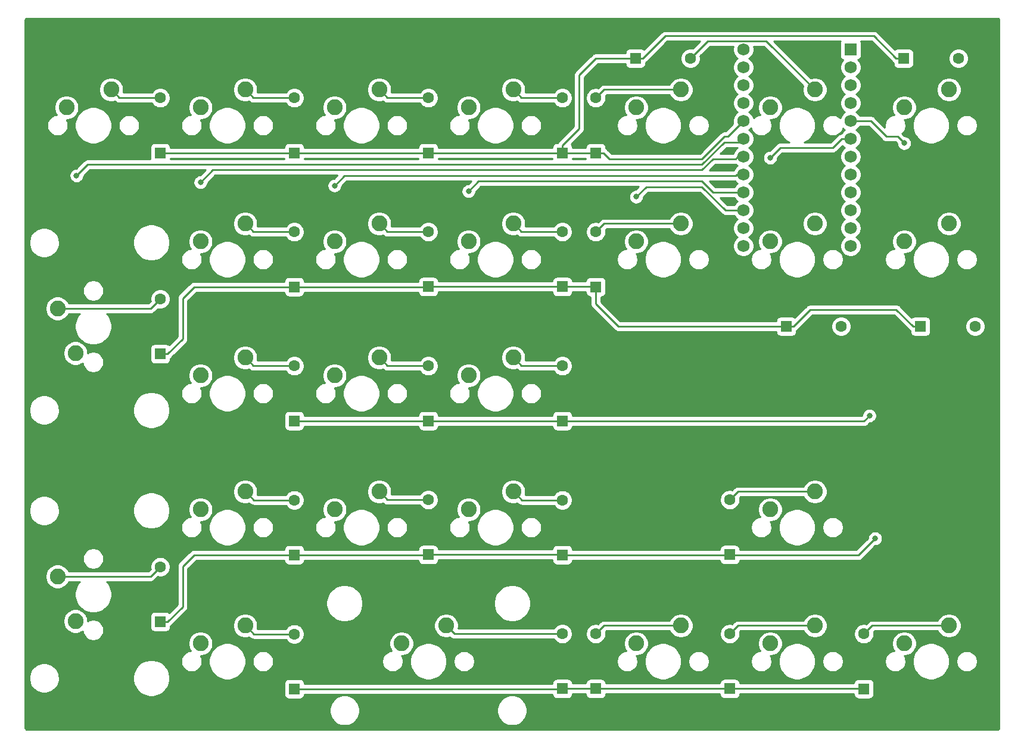
<source format=gtl>
G04 #@! TF.GenerationSoftware,KiCad,Pcbnew,(5.1.4-0)*
G04 #@! TF.CreationDate,2020-10-08T17:29:41+11:00*
G04 #@! TF.ProjectId,NumNavPad,4e756d4e-6176-4506-9164-2e6b69636164,rev?*
G04 #@! TF.SameCoordinates,Original*
G04 #@! TF.FileFunction,Copper,L1,Top*
G04 #@! TF.FilePolarity,Positive*
%FSLAX46Y46*%
G04 Gerber Fmt 4.6, Leading zero omitted, Abs format (unit mm)*
G04 Created by KiCad (PCBNEW (5.1.4-0)) date 2020-10-08 17:29:41*
%MOMM*%
%LPD*%
G04 APERTURE LIST*
%ADD10C,2.250000*%
%ADD11C,1.752600*%
%ADD12R,1.752600X1.752600*%
%ADD13C,1.600000*%
%ADD14R,1.600000X1.600000*%
%ADD15C,0.800000*%
%ADD16C,0.250000*%
%ADD17C,0.254000*%
G04 APERTURE END LIST*
D10*
X164465000Y-37782500D03*
X158115000Y-40322500D03*
X45402500Y-37782500D03*
X39052500Y-40322500D03*
X126365000Y-37782500D03*
X120015000Y-40322500D03*
X126365000Y-56832500D03*
X120015000Y-59372500D03*
D11*
X135255000Y-32067500D03*
X150495000Y-60007500D03*
X135255000Y-34607500D03*
X135255000Y-37147500D03*
X135255000Y-39687500D03*
X135255000Y-42227500D03*
X135255000Y-44767500D03*
X135255000Y-47307500D03*
X135255000Y-49847500D03*
X135255000Y-52387500D03*
X135255000Y-54927500D03*
X135255000Y-57467500D03*
X135255000Y-60007500D03*
X150495000Y-57467500D03*
X150495000Y-54927500D03*
X150495000Y-52387500D03*
X150495000Y-49847500D03*
X150495000Y-47307500D03*
X150495000Y-44767500D03*
X150495000Y-42227500D03*
X150495000Y-39687500D03*
X150495000Y-37147500D03*
X150495000Y-34607500D03*
D12*
X150495000Y-32067500D03*
D10*
X93027500Y-113982500D03*
X86677500Y-116522500D03*
X164465000Y-113982500D03*
X158115000Y-116522500D03*
X145415000Y-113982500D03*
X139065000Y-116522500D03*
X126365000Y-113982500D03*
X120015000Y-116522500D03*
X64452500Y-113982500D03*
X58102500Y-116522500D03*
X145415000Y-94932500D03*
X139065000Y-97472500D03*
X102552500Y-94932500D03*
X96202500Y-97472500D03*
X83502500Y-94932500D03*
X77152500Y-97472500D03*
X64452500Y-94932500D03*
X58102500Y-97472500D03*
X37782500Y-106997500D03*
X40322500Y-113347500D03*
X102552500Y-75882500D03*
X96202500Y-78422500D03*
X83502500Y-75882500D03*
X77152500Y-78422500D03*
X64452500Y-75882500D03*
X58102500Y-78422500D03*
X164465000Y-56832500D03*
X158115000Y-59372500D03*
X145415000Y-56832500D03*
X139065000Y-59372500D03*
X102552500Y-56832500D03*
X96202500Y-59372500D03*
X83502500Y-56832500D03*
X77152500Y-59372500D03*
X64452500Y-56832500D03*
X58102500Y-59372500D03*
X37782500Y-68897500D03*
X40322500Y-75247500D03*
X145415000Y-37782500D03*
X139065000Y-40322500D03*
X102552500Y-37782500D03*
X96202500Y-40322500D03*
X83502500Y-37782500D03*
X77152500Y-40322500D03*
X64452500Y-37782500D03*
X58102500Y-40322500D03*
D13*
X152400000Y-115162500D03*
D14*
X152400000Y-122962500D03*
D13*
X133350000Y-115150000D03*
D14*
X133350000Y-122950000D03*
D13*
X114300000Y-115150000D03*
D14*
X114300000Y-122950000D03*
D13*
X109537500Y-115150000D03*
D14*
X109537500Y-122950000D03*
D13*
X71437500Y-115175000D03*
D14*
X71437500Y-122975000D03*
D13*
X133350000Y-96100000D03*
D14*
X133350000Y-103900000D03*
D13*
X109537500Y-96125000D03*
D14*
X109537500Y-103925000D03*
D13*
X90487500Y-96100000D03*
D14*
X90487500Y-103900000D03*
D13*
X71437500Y-96125000D03*
D14*
X71437500Y-103925000D03*
D13*
X52387500Y-105625000D03*
D14*
X52387500Y-113425000D03*
D13*
X109537500Y-77062500D03*
D14*
X109537500Y-84862500D03*
D13*
X90487500Y-77062500D03*
D14*
X90487500Y-84862500D03*
D13*
X71437500Y-77062500D03*
D14*
X71437500Y-84862500D03*
D13*
X168218750Y-71437500D03*
D14*
X160418750Y-71437500D03*
D13*
X149156250Y-71437500D03*
D14*
X141356250Y-71437500D03*
D13*
X114300000Y-58012500D03*
D14*
X114300000Y-65812500D03*
D13*
X109537500Y-58000000D03*
D14*
X109537500Y-65800000D03*
D13*
X90487500Y-58000000D03*
D14*
X90487500Y-65800000D03*
D13*
X71437500Y-58012500D03*
D14*
X71437500Y-65812500D03*
D13*
X52387500Y-67550000D03*
D14*
X52387500Y-75350000D03*
D13*
X165825000Y-33337500D03*
D14*
X158025000Y-33337500D03*
D13*
X127725000Y-33337500D03*
D14*
X119925000Y-33337500D03*
D13*
X114300000Y-38962500D03*
D14*
X114300000Y-46762500D03*
D13*
X109537500Y-38962500D03*
D14*
X109537500Y-46762500D03*
D13*
X90487500Y-38962500D03*
D14*
X90487500Y-46762500D03*
D13*
X71437500Y-38962500D03*
D14*
X71437500Y-46762500D03*
D13*
X52387500Y-38962500D03*
D14*
X52387500Y-46762500D03*
D15*
X153193750Y-84137500D03*
X153987500Y-101600000D03*
X40481250Y-50006250D03*
X58102500Y-50958750D03*
X77152500Y-51435000D03*
X96202500Y-52228750D03*
X120015000Y-53022500D03*
X139065000Y-47466250D03*
X158115000Y-45402500D03*
D16*
X46582500Y-38962500D02*
X52387500Y-38962500D01*
X45402500Y-37782500D02*
X46582500Y-38962500D01*
X52387500Y-46762500D02*
X71437500Y-46762500D01*
X71437500Y-46762500D02*
X90487500Y-46762500D01*
X90487500Y-46762500D02*
X109537500Y-46762500D01*
X109537500Y-46762500D02*
X114300000Y-46762500D01*
X151027500Y-46775000D02*
X150495000Y-47307500D01*
X150495000Y-47307500D02*
X151288750Y-47307500D01*
X109537500Y-46762500D02*
X110587500Y-46762500D01*
X135255000Y-42227500D02*
X134778750Y-42227500D01*
X133032500Y-44450000D02*
X135255000Y-42227500D01*
X132556250Y-44450000D02*
X133032500Y-44450000D01*
X129381250Y-47625000D02*
X132556250Y-44450000D01*
X114300000Y-46762500D02*
X115350000Y-46762500D01*
X116212500Y-47625000D02*
X129381250Y-47625000D01*
X115350000Y-46762500D02*
X116212500Y-47625000D01*
X156975000Y-33337500D02*
X153800000Y-30162500D01*
X158025000Y-33337500D02*
X156975000Y-33337500D01*
X120975000Y-33337500D02*
X119925000Y-33337500D01*
X124150000Y-30162500D02*
X120975000Y-33337500D01*
X153800000Y-30162500D02*
X124150000Y-30162500D01*
X114300000Y-33337500D02*
X119925000Y-33337500D01*
X111918750Y-35718750D02*
X114300000Y-33337500D01*
X111918750Y-43331250D02*
X111918750Y-35718750D01*
X109537500Y-45712500D02*
X111918750Y-43331250D01*
X109537500Y-46762500D02*
X109537500Y-45712500D01*
X65632500Y-38962500D02*
X71437500Y-38962500D01*
X64452500Y-37782500D02*
X65632500Y-38962500D01*
X84682500Y-38962500D02*
X90487500Y-38962500D01*
X83502500Y-37782500D02*
X84682500Y-38962500D01*
X103732500Y-38962500D02*
X109537500Y-38962500D01*
X102552500Y-37782500D02*
X103732500Y-38962500D01*
X115480000Y-37782500D02*
X114300000Y-38962500D01*
X126365000Y-37782500D02*
X115480000Y-37782500D01*
X130196301Y-30866199D02*
X127725000Y-33337500D01*
X138498699Y-30866199D02*
X130196301Y-30866199D01*
X145415000Y-37782500D02*
X138498699Y-30866199D01*
X51040000Y-68897500D02*
X52387500Y-67550000D01*
X37782500Y-68897500D02*
X51040000Y-68897500D01*
X55562500Y-73225000D02*
X53437500Y-75350000D01*
X53437500Y-75350000D02*
X52387500Y-75350000D01*
X55562500Y-67468750D02*
X55562500Y-73225000D01*
X57218750Y-65812500D02*
X55562500Y-67468750D01*
X71437500Y-65812500D02*
X57218750Y-65812500D01*
X90475000Y-65812500D02*
X90487500Y-65800000D01*
X71437500Y-65812500D02*
X90475000Y-65812500D01*
X90487500Y-65800000D02*
X109537500Y-65800000D01*
X114287500Y-65800000D02*
X114300000Y-65812500D01*
X109537500Y-65800000D02*
X114287500Y-65800000D01*
X117475000Y-71437500D02*
X141356250Y-71437500D01*
X114300000Y-68262500D02*
X117475000Y-71437500D01*
X114300000Y-65812500D02*
X114300000Y-68262500D01*
X159368750Y-71437500D02*
X156987500Y-69056250D01*
X160418750Y-71437500D02*
X159368750Y-71437500D01*
X142406250Y-71437500D02*
X141356250Y-71437500D01*
X144787500Y-69056250D02*
X142406250Y-71437500D01*
X156987500Y-69056250D02*
X144787500Y-69056250D01*
X150495000Y-57467500D02*
X151288750Y-57467500D01*
X65632500Y-58012500D02*
X71437500Y-58012500D01*
X64452500Y-56832500D02*
X65632500Y-58012500D01*
X84670000Y-58000000D02*
X90487500Y-58000000D01*
X83502500Y-56832500D02*
X84670000Y-58000000D01*
X103720000Y-58000000D02*
X109537500Y-58000000D01*
X102552500Y-56832500D02*
X103720000Y-58000000D01*
X115480000Y-56832500D02*
X114300000Y-58012500D01*
X126365000Y-56832500D02*
X115480000Y-56832500D01*
X65632500Y-77062500D02*
X71437500Y-77062500D01*
X64452500Y-75882500D02*
X65632500Y-77062500D01*
X71437500Y-84862500D02*
X90487500Y-84862500D01*
X90487500Y-84862500D02*
X109537500Y-84862500D01*
X110331250Y-84931250D02*
X110262500Y-84862500D01*
X110262500Y-84862500D02*
X109537500Y-84862500D01*
X109606250Y-84931250D02*
X109537500Y-84862500D01*
X152400000Y-84931250D02*
X109606250Y-84931250D01*
X153193750Y-84137500D02*
X152400000Y-84931250D01*
X84682500Y-77062500D02*
X90487500Y-77062500D01*
X83502500Y-75882500D02*
X84682500Y-77062500D01*
X103732500Y-77062500D02*
X109537500Y-77062500D01*
X102552500Y-75882500D02*
X103732500Y-77062500D01*
X51015000Y-106997500D02*
X52387500Y-105625000D01*
X37782500Y-106997500D02*
X51015000Y-106997500D01*
X90462500Y-103925000D02*
X90487500Y-103900000D01*
X71437500Y-103925000D02*
X90462500Y-103925000D01*
X109512500Y-103900000D02*
X109537500Y-103925000D01*
X90487500Y-103900000D02*
X109512500Y-103900000D01*
X133325000Y-103925000D02*
X133350000Y-103900000D01*
X109537500Y-103925000D02*
X133325000Y-103925000D01*
X57206250Y-103925000D02*
X71437500Y-103925000D01*
X55562500Y-105568750D02*
X57206250Y-103925000D01*
X55562500Y-111300000D02*
X55562500Y-105568750D01*
X53437500Y-113425000D02*
X55562500Y-111300000D01*
X52387500Y-113425000D02*
X53437500Y-113425000D01*
X133431250Y-103981250D02*
X133350000Y-103900000D01*
X151606250Y-103981250D02*
X133431250Y-103981250D01*
X153987500Y-101600000D02*
X151606250Y-103981250D01*
X65645000Y-96125000D02*
X71437500Y-96125000D01*
X64452500Y-94932500D02*
X65645000Y-96125000D01*
X84670000Y-96100000D02*
X90487500Y-96100000D01*
X83502500Y-94932500D02*
X84670000Y-96100000D01*
X103745000Y-96125000D02*
X109537500Y-96125000D01*
X102552500Y-94932500D02*
X103745000Y-96125000D01*
X134517500Y-94932500D02*
X133350000Y-96100000D01*
X145415000Y-94932500D02*
X134517500Y-94932500D01*
X65645000Y-115175000D02*
X71437500Y-115175000D01*
X64452500Y-113982500D02*
X65645000Y-115175000D01*
X152387500Y-122950000D02*
X152400000Y-122962500D01*
X114300000Y-122950000D02*
X133350000Y-122950000D01*
X109537500Y-122950000D02*
X114300000Y-122950000D01*
X109512500Y-122975000D02*
X109537500Y-122950000D01*
X71437500Y-122975000D02*
X109512500Y-122975000D01*
X133350000Y-122950000D02*
X152387500Y-122950000D01*
X94195000Y-115150000D02*
X109537500Y-115150000D01*
X93027500Y-113982500D02*
X94195000Y-115150000D01*
X115467500Y-113982500D02*
X126365000Y-113982500D01*
X114300000Y-115150000D02*
X115467500Y-113982500D01*
X134517500Y-113982500D02*
X133350000Y-115150000D01*
X145415000Y-113982500D02*
X134517500Y-113982500D01*
X153580000Y-113982500D02*
X164465000Y-113982500D01*
X152400000Y-115162500D02*
X153580000Y-113982500D01*
X135255000Y-44767500D02*
X134620000Y-44767500D01*
X132556250Y-45243750D02*
X129381250Y-48418750D01*
X134778750Y-45243750D02*
X132556250Y-45243750D01*
X135255000Y-44767500D02*
X134778750Y-45243750D01*
X129381250Y-48418750D02*
X42068750Y-48418750D01*
X42068750Y-48418750D02*
X40481250Y-50006250D01*
X135255000Y-47307500D02*
X134461250Y-47307500D01*
X134461250Y-47307500D02*
X134143750Y-47625000D01*
X134143750Y-47625000D02*
X130968750Y-47625000D01*
X130968750Y-47625000D02*
X129381250Y-49212500D01*
X59848750Y-49212500D02*
X58102500Y-50958750D01*
X129381250Y-49212500D02*
X59848750Y-49212500D01*
X135255000Y-49847500D02*
X134302500Y-49847500D01*
X134302500Y-49847500D02*
X134143750Y-50006250D01*
X78581250Y-50006250D02*
X77152500Y-51435000D01*
X134143750Y-50006250D02*
X78581250Y-50006250D01*
X97631250Y-50800000D02*
X96202500Y-52228750D01*
X130968750Y-52387500D02*
X129381250Y-50800000D01*
X135255000Y-52387500D02*
X130968750Y-52387500D01*
X129381250Y-50800000D02*
X97631250Y-50800000D01*
X135255000Y-54927500D02*
X132715000Y-54927500D01*
X132715000Y-54927500D02*
X129381250Y-51593750D01*
X129381250Y-51593750D02*
X121443750Y-51593750D01*
X121443750Y-51593750D02*
X120015000Y-53022500D01*
X149255725Y-44767500D02*
X147985725Y-46037500D01*
X150495000Y-44767500D02*
X149255725Y-44767500D01*
X140493750Y-46037500D02*
X139065000Y-47466250D01*
X147985725Y-46037500D02*
X140493750Y-46037500D01*
X150495000Y-42227500D02*
X153352500Y-42227500D01*
X153352500Y-42227500D02*
X155575000Y-44450000D01*
X157162500Y-44450000D02*
X158115000Y-45402500D01*
X155575000Y-44450000D02*
X157162500Y-44450000D01*
D17*
G36*
X171475362Y-27653152D02*
G01*
X171499763Y-27660519D01*
X171522265Y-27672483D01*
X171542014Y-27688591D01*
X171558259Y-27708227D01*
X171570383Y-27730651D01*
X171577918Y-27754992D01*
X171583751Y-27810485D01*
X171583750Y-128555221D01*
X171578098Y-128612864D01*
X171570732Y-128637260D01*
X171558766Y-128659766D01*
X171542659Y-128679514D01*
X171523023Y-128695759D01*
X171500599Y-128707883D01*
X171476258Y-128715418D01*
X171420775Y-128721250D01*
X33369779Y-128721250D01*
X33312136Y-128715598D01*
X33287740Y-128708232D01*
X33265234Y-128696266D01*
X33245486Y-128680159D01*
X33229241Y-128660523D01*
X33217117Y-128638099D01*
X33209582Y-128613758D01*
X33203750Y-128558275D01*
X33203750Y-125834857D01*
X76422250Y-125834857D01*
X76422250Y-126260143D01*
X76505220Y-126677257D01*
X76667969Y-127070170D01*
X76904246Y-127423782D01*
X77204968Y-127724504D01*
X77558580Y-127960781D01*
X77951493Y-128123530D01*
X78368607Y-128206500D01*
X78793893Y-128206500D01*
X79211007Y-128123530D01*
X79603920Y-127960781D01*
X79957532Y-127724504D01*
X80258254Y-127423782D01*
X80494531Y-127070170D01*
X80657280Y-126677257D01*
X80740250Y-126260143D01*
X80740250Y-125834857D01*
X100234750Y-125834857D01*
X100234750Y-126260143D01*
X100317720Y-126677257D01*
X100480469Y-127070170D01*
X100716746Y-127423782D01*
X101017468Y-127724504D01*
X101371080Y-127960781D01*
X101763993Y-128123530D01*
X102181107Y-128206500D01*
X102606393Y-128206500D01*
X103023507Y-128123530D01*
X103416420Y-127960781D01*
X103770032Y-127724504D01*
X104070754Y-127423782D01*
X104307031Y-127070170D01*
X104469780Y-126677257D01*
X104552750Y-126260143D01*
X104552750Y-125834857D01*
X104469780Y-125417743D01*
X104307031Y-125024830D01*
X104070754Y-124671218D01*
X103770032Y-124370496D01*
X103416420Y-124134219D01*
X103023507Y-123971470D01*
X102606393Y-123888500D01*
X102181107Y-123888500D01*
X101763993Y-123971470D01*
X101371080Y-124134219D01*
X101017468Y-124370496D01*
X100716746Y-124671218D01*
X100480469Y-125024830D01*
X100317720Y-125417743D01*
X100234750Y-125834857D01*
X80740250Y-125834857D01*
X80657280Y-125417743D01*
X80494531Y-125024830D01*
X80258254Y-124671218D01*
X79957532Y-124370496D01*
X79603920Y-124134219D01*
X79211007Y-123971470D01*
X78793893Y-123888500D01*
X78368607Y-123888500D01*
X77951493Y-123971470D01*
X77558580Y-124134219D01*
X77204968Y-124370496D01*
X76904246Y-124671218D01*
X76667969Y-125024830D01*
X76505220Y-125417743D01*
X76422250Y-125834857D01*
X33203750Y-125834857D01*
X33203750Y-121231107D01*
X33718500Y-121231107D01*
X33718500Y-121656393D01*
X33801470Y-122073507D01*
X33964219Y-122466420D01*
X34200496Y-122820032D01*
X34501218Y-123120754D01*
X34854830Y-123357031D01*
X35247743Y-123519780D01*
X35664857Y-123602750D01*
X36090143Y-123602750D01*
X36507257Y-123519780D01*
X36900170Y-123357031D01*
X37253782Y-123120754D01*
X37554504Y-122820032D01*
X37790781Y-122466420D01*
X37953530Y-122073507D01*
X38036500Y-121656393D01*
X38036500Y-121231107D01*
X38027295Y-121184826D01*
X48488600Y-121184826D01*
X48488600Y-121702674D01*
X48589627Y-122210572D01*
X48787799Y-122689001D01*
X49075500Y-123119576D01*
X49441674Y-123485750D01*
X49872249Y-123773451D01*
X50350678Y-123971623D01*
X50858576Y-124072650D01*
X51376424Y-124072650D01*
X51884322Y-123971623D01*
X52362751Y-123773451D01*
X52793326Y-123485750D01*
X53159500Y-123119576D01*
X53447201Y-122689001D01*
X53645373Y-122210572D01*
X53652448Y-122175000D01*
X69999428Y-122175000D01*
X69999428Y-123775000D01*
X70011688Y-123899482D01*
X70047998Y-124019180D01*
X70106963Y-124129494D01*
X70186315Y-124226185D01*
X70283006Y-124305537D01*
X70393320Y-124364502D01*
X70513018Y-124400812D01*
X70637500Y-124413072D01*
X72237500Y-124413072D01*
X72361982Y-124400812D01*
X72481680Y-124364502D01*
X72591994Y-124305537D01*
X72688685Y-124226185D01*
X72768037Y-124129494D01*
X72827002Y-124019180D01*
X72863312Y-123899482D01*
X72875572Y-123775000D01*
X72875572Y-123735000D01*
X108099428Y-123735000D01*
X108099428Y-123750000D01*
X108111688Y-123874482D01*
X108147998Y-123994180D01*
X108206963Y-124104494D01*
X108286315Y-124201185D01*
X108383006Y-124280537D01*
X108493320Y-124339502D01*
X108613018Y-124375812D01*
X108737500Y-124388072D01*
X110337500Y-124388072D01*
X110461982Y-124375812D01*
X110581680Y-124339502D01*
X110691994Y-124280537D01*
X110788685Y-124201185D01*
X110868037Y-124104494D01*
X110927002Y-123994180D01*
X110963312Y-123874482D01*
X110975572Y-123750000D01*
X110975572Y-123710000D01*
X112861928Y-123710000D01*
X112861928Y-123750000D01*
X112874188Y-123874482D01*
X112910498Y-123994180D01*
X112969463Y-124104494D01*
X113048815Y-124201185D01*
X113145506Y-124280537D01*
X113255820Y-124339502D01*
X113375518Y-124375812D01*
X113500000Y-124388072D01*
X115100000Y-124388072D01*
X115224482Y-124375812D01*
X115344180Y-124339502D01*
X115454494Y-124280537D01*
X115551185Y-124201185D01*
X115630537Y-124104494D01*
X115689502Y-123994180D01*
X115725812Y-123874482D01*
X115738072Y-123750000D01*
X115738072Y-123710000D01*
X131911928Y-123710000D01*
X131911928Y-123750000D01*
X131924188Y-123874482D01*
X131960498Y-123994180D01*
X132019463Y-124104494D01*
X132098815Y-124201185D01*
X132195506Y-124280537D01*
X132305820Y-124339502D01*
X132425518Y-124375812D01*
X132550000Y-124388072D01*
X134150000Y-124388072D01*
X134274482Y-124375812D01*
X134394180Y-124339502D01*
X134504494Y-124280537D01*
X134601185Y-124201185D01*
X134680537Y-124104494D01*
X134739502Y-123994180D01*
X134775812Y-123874482D01*
X134788072Y-123750000D01*
X134788072Y-123710000D01*
X150961928Y-123710000D01*
X150961928Y-123762500D01*
X150974188Y-123886982D01*
X151010498Y-124006680D01*
X151069463Y-124116994D01*
X151148815Y-124213685D01*
X151245506Y-124293037D01*
X151355820Y-124352002D01*
X151475518Y-124388312D01*
X151600000Y-124400572D01*
X153200000Y-124400572D01*
X153324482Y-124388312D01*
X153444180Y-124352002D01*
X153554494Y-124293037D01*
X153651185Y-124213685D01*
X153730537Y-124116994D01*
X153789502Y-124006680D01*
X153825812Y-123886982D01*
X153838072Y-123762500D01*
X153838072Y-122162500D01*
X153825812Y-122038018D01*
X153789502Y-121918320D01*
X153730537Y-121808006D01*
X153651185Y-121711315D01*
X153554494Y-121631963D01*
X153444180Y-121572998D01*
X153324482Y-121536688D01*
X153200000Y-121524428D01*
X151600000Y-121524428D01*
X151475518Y-121536688D01*
X151355820Y-121572998D01*
X151245506Y-121631963D01*
X151148815Y-121711315D01*
X151069463Y-121808006D01*
X151010498Y-121918320D01*
X150974188Y-122038018D01*
X150961928Y-122162500D01*
X150961928Y-122190000D01*
X134788072Y-122190000D01*
X134788072Y-122150000D01*
X134775812Y-122025518D01*
X134739502Y-121905820D01*
X134680537Y-121795506D01*
X134601185Y-121698815D01*
X134504494Y-121619463D01*
X134394180Y-121560498D01*
X134274482Y-121524188D01*
X134150000Y-121511928D01*
X132550000Y-121511928D01*
X132425518Y-121524188D01*
X132305820Y-121560498D01*
X132195506Y-121619463D01*
X132098815Y-121698815D01*
X132019463Y-121795506D01*
X131960498Y-121905820D01*
X131924188Y-122025518D01*
X131911928Y-122150000D01*
X131911928Y-122190000D01*
X115738072Y-122190000D01*
X115738072Y-122150000D01*
X115725812Y-122025518D01*
X115689502Y-121905820D01*
X115630537Y-121795506D01*
X115551185Y-121698815D01*
X115454494Y-121619463D01*
X115344180Y-121560498D01*
X115224482Y-121524188D01*
X115100000Y-121511928D01*
X113500000Y-121511928D01*
X113375518Y-121524188D01*
X113255820Y-121560498D01*
X113145506Y-121619463D01*
X113048815Y-121698815D01*
X112969463Y-121795506D01*
X112910498Y-121905820D01*
X112874188Y-122025518D01*
X112861928Y-122150000D01*
X112861928Y-122190000D01*
X110975572Y-122190000D01*
X110975572Y-122150000D01*
X110963312Y-122025518D01*
X110927002Y-121905820D01*
X110868037Y-121795506D01*
X110788685Y-121698815D01*
X110691994Y-121619463D01*
X110581680Y-121560498D01*
X110461982Y-121524188D01*
X110337500Y-121511928D01*
X108737500Y-121511928D01*
X108613018Y-121524188D01*
X108493320Y-121560498D01*
X108383006Y-121619463D01*
X108286315Y-121698815D01*
X108206963Y-121795506D01*
X108147998Y-121905820D01*
X108111688Y-122025518D01*
X108099428Y-122150000D01*
X108099428Y-122215000D01*
X72875572Y-122215000D01*
X72875572Y-122175000D01*
X72863312Y-122050518D01*
X72827002Y-121930820D01*
X72768037Y-121820506D01*
X72688685Y-121723815D01*
X72591994Y-121644463D01*
X72481680Y-121585498D01*
X72361982Y-121549188D01*
X72237500Y-121536928D01*
X70637500Y-121536928D01*
X70513018Y-121549188D01*
X70393320Y-121585498D01*
X70283006Y-121644463D01*
X70186315Y-121723815D01*
X70106963Y-121820506D01*
X70047998Y-121930820D01*
X70011688Y-122050518D01*
X69999428Y-122175000D01*
X53652448Y-122175000D01*
X53746400Y-121702674D01*
X53746400Y-121184826D01*
X53645373Y-120676928D01*
X53447201Y-120198499D01*
X53159500Y-119767924D01*
X52793326Y-119401750D01*
X52362751Y-119114049D01*
X51884322Y-118915877D01*
X51873770Y-118913778D01*
X55322500Y-118913778D01*
X55322500Y-119211222D01*
X55380529Y-119502951D01*
X55494356Y-119777753D01*
X55659607Y-120025069D01*
X55869931Y-120235393D01*
X56117247Y-120400644D01*
X56392049Y-120514471D01*
X56683778Y-120572500D01*
X56981222Y-120572500D01*
X57272951Y-120514471D01*
X57547753Y-120400644D01*
X57795069Y-120235393D01*
X58005393Y-120025069D01*
X58170644Y-119777753D01*
X58284471Y-119502951D01*
X58342500Y-119211222D01*
X58342500Y-118913778D01*
X58320580Y-118803576D01*
X59283600Y-118803576D01*
X59283600Y-119321424D01*
X59384627Y-119829322D01*
X59582799Y-120307751D01*
X59870500Y-120738326D01*
X60236674Y-121104500D01*
X60667249Y-121392201D01*
X61145678Y-121590373D01*
X61653576Y-121691400D01*
X62171424Y-121691400D01*
X62679322Y-121590373D01*
X63157751Y-121392201D01*
X63588326Y-121104500D01*
X63954500Y-120738326D01*
X64242201Y-120307751D01*
X64440373Y-119829322D01*
X64541400Y-119321424D01*
X64541400Y-118913778D01*
X65482500Y-118913778D01*
X65482500Y-119211222D01*
X65540529Y-119502951D01*
X65654356Y-119777753D01*
X65819607Y-120025069D01*
X66029931Y-120235393D01*
X66277247Y-120400644D01*
X66552049Y-120514471D01*
X66843778Y-120572500D01*
X67141222Y-120572500D01*
X67432951Y-120514471D01*
X67707753Y-120400644D01*
X67955069Y-120235393D01*
X68165393Y-120025069D01*
X68330644Y-119777753D01*
X68444471Y-119502951D01*
X68502500Y-119211222D01*
X68502500Y-118913778D01*
X83897500Y-118913778D01*
X83897500Y-119211222D01*
X83955529Y-119502951D01*
X84069356Y-119777753D01*
X84234607Y-120025069D01*
X84444931Y-120235393D01*
X84692247Y-120400644D01*
X84967049Y-120514471D01*
X85258778Y-120572500D01*
X85556222Y-120572500D01*
X85847951Y-120514471D01*
X86122753Y-120400644D01*
X86370069Y-120235393D01*
X86580393Y-120025069D01*
X86745644Y-119777753D01*
X86859471Y-119502951D01*
X86917500Y-119211222D01*
X86917500Y-118913778D01*
X86895580Y-118803576D01*
X87858600Y-118803576D01*
X87858600Y-119321424D01*
X87959627Y-119829322D01*
X88157799Y-120307751D01*
X88445500Y-120738326D01*
X88811674Y-121104500D01*
X89242249Y-121392201D01*
X89720678Y-121590373D01*
X90228576Y-121691400D01*
X90746424Y-121691400D01*
X91254322Y-121590373D01*
X91732751Y-121392201D01*
X92163326Y-121104500D01*
X92529500Y-120738326D01*
X92817201Y-120307751D01*
X93015373Y-119829322D01*
X93116400Y-119321424D01*
X93116400Y-118913778D01*
X94057500Y-118913778D01*
X94057500Y-119211222D01*
X94115529Y-119502951D01*
X94229356Y-119777753D01*
X94394607Y-120025069D01*
X94604931Y-120235393D01*
X94852247Y-120400644D01*
X95127049Y-120514471D01*
X95418778Y-120572500D01*
X95716222Y-120572500D01*
X96007951Y-120514471D01*
X96282753Y-120400644D01*
X96530069Y-120235393D01*
X96740393Y-120025069D01*
X96905644Y-119777753D01*
X97019471Y-119502951D01*
X97077500Y-119211222D01*
X97077500Y-118913778D01*
X117235000Y-118913778D01*
X117235000Y-119211222D01*
X117293029Y-119502951D01*
X117406856Y-119777753D01*
X117572107Y-120025069D01*
X117782431Y-120235393D01*
X118029747Y-120400644D01*
X118304549Y-120514471D01*
X118596278Y-120572500D01*
X118893722Y-120572500D01*
X119185451Y-120514471D01*
X119460253Y-120400644D01*
X119707569Y-120235393D01*
X119917893Y-120025069D01*
X120083144Y-119777753D01*
X120196971Y-119502951D01*
X120255000Y-119211222D01*
X120255000Y-118913778D01*
X120233080Y-118803576D01*
X121196100Y-118803576D01*
X121196100Y-119321424D01*
X121297127Y-119829322D01*
X121495299Y-120307751D01*
X121783000Y-120738326D01*
X122149174Y-121104500D01*
X122579749Y-121392201D01*
X123058178Y-121590373D01*
X123566076Y-121691400D01*
X124083924Y-121691400D01*
X124591822Y-121590373D01*
X125070251Y-121392201D01*
X125500826Y-121104500D01*
X125867000Y-120738326D01*
X126154701Y-120307751D01*
X126352873Y-119829322D01*
X126453900Y-119321424D01*
X126453900Y-118913778D01*
X127395000Y-118913778D01*
X127395000Y-119211222D01*
X127453029Y-119502951D01*
X127566856Y-119777753D01*
X127732107Y-120025069D01*
X127942431Y-120235393D01*
X128189747Y-120400644D01*
X128464549Y-120514471D01*
X128756278Y-120572500D01*
X129053722Y-120572500D01*
X129345451Y-120514471D01*
X129620253Y-120400644D01*
X129867569Y-120235393D01*
X130077893Y-120025069D01*
X130243144Y-119777753D01*
X130356971Y-119502951D01*
X130415000Y-119211222D01*
X130415000Y-118913778D01*
X136285000Y-118913778D01*
X136285000Y-119211222D01*
X136343029Y-119502951D01*
X136456856Y-119777753D01*
X136622107Y-120025069D01*
X136832431Y-120235393D01*
X137079747Y-120400644D01*
X137354549Y-120514471D01*
X137646278Y-120572500D01*
X137943722Y-120572500D01*
X138235451Y-120514471D01*
X138510253Y-120400644D01*
X138757569Y-120235393D01*
X138967893Y-120025069D01*
X139133144Y-119777753D01*
X139246971Y-119502951D01*
X139305000Y-119211222D01*
X139305000Y-118913778D01*
X139283080Y-118803576D01*
X140246100Y-118803576D01*
X140246100Y-119321424D01*
X140347127Y-119829322D01*
X140545299Y-120307751D01*
X140833000Y-120738326D01*
X141199174Y-121104500D01*
X141629749Y-121392201D01*
X142108178Y-121590373D01*
X142616076Y-121691400D01*
X143133924Y-121691400D01*
X143641822Y-121590373D01*
X144120251Y-121392201D01*
X144550826Y-121104500D01*
X144917000Y-120738326D01*
X145204701Y-120307751D01*
X145402873Y-119829322D01*
X145503900Y-119321424D01*
X145503900Y-118913778D01*
X146445000Y-118913778D01*
X146445000Y-119211222D01*
X146503029Y-119502951D01*
X146616856Y-119777753D01*
X146782107Y-120025069D01*
X146992431Y-120235393D01*
X147239747Y-120400644D01*
X147514549Y-120514471D01*
X147806278Y-120572500D01*
X148103722Y-120572500D01*
X148395451Y-120514471D01*
X148670253Y-120400644D01*
X148917569Y-120235393D01*
X149127893Y-120025069D01*
X149293144Y-119777753D01*
X149406971Y-119502951D01*
X149465000Y-119211222D01*
X149465000Y-118913778D01*
X155335000Y-118913778D01*
X155335000Y-119211222D01*
X155393029Y-119502951D01*
X155506856Y-119777753D01*
X155672107Y-120025069D01*
X155882431Y-120235393D01*
X156129747Y-120400644D01*
X156404549Y-120514471D01*
X156696278Y-120572500D01*
X156993722Y-120572500D01*
X157285451Y-120514471D01*
X157560253Y-120400644D01*
X157807569Y-120235393D01*
X158017893Y-120025069D01*
X158183144Y-119777753D01*
X158296971Y-119502951D01*
X158355000Y-119211222D01*
X158355000Y-118913778D01*
X158333080Y-118803576D01*
X159296100Y-118803576D01*
X159296100Y-119321424D01*
X159397127Y-119829322D01*
X159595299Y-120307751D01*
X159883000Y-120738326D01*
X160249174Y-121104500D01*
X160679749Y-121392201D01*
X161158178Y-121590373D01*
X161666076Y-121691400D01*
X162183924Y-121691400D01*
X162691822Y-121590373D01*
X163170251Y-121392201D01*
X163600826Y-121104500D01*
X163967000Y-120738326D01*
X164254701Y-120307751D01*
X164452873Y-119829322D01*
X164553900Y-119321424D01*
X164553900Y-118913778D01*
X165495000Y-118913778D01*
X165495000Y-119211222D01*
X165553029Y-119502951D01*
X165666856Y-119777753D01*
X165832107Y-120025069D01*
X166042431Y-120235393D01*
X166289747Y-120400644D01*
X166564549Y-120514471D01*
X166856278Y-120572500D01*
X167153722Y-120572500D01*
X167445451Y-120514471D01*
X167720253Y-120400644D01*
X167967569Y-120235393D01*
X168177893Y-120025069D01*
X168343144Y-119777753D01*
X168456971Y-119502951D01*
X168515000Y-119211222D01*
X168515000Y-118913778D01*
X168456971Y-118622049D01*
X168343144Y-118347247D01*
X168177893Y-118099931D01*
X167967569Y-117889607D01*
X167720253Y-117724356D01*
X167445451Y-117610529D01*
X167153722Y-117552500D01*
X166856278Y-117552500D01*
X166564549Y-117610529D01*
X166289747Y-117724356D01*
X166042431Y-117889607D01*
X165832107Y-118099931D01*
X165666856Y-118347247D01*
X165553029Y-118622049D01*
X165495000Y-118913778D01*
X164553900Y-118913778D01*
X164553900Y-118803576D01*
X164452873Y-118295678D01*
X164254701Y-117817249D01*
X163967000Y-117386674D01*
X163600826Y-117020500D01*
X163170251Y-116732799D01*
X162691822Y-116534627D01*
X162183924Y-116433600D01*
X161666076Y-116433600D01*
X161158178Y-116534627D01*
X160679749Y-116732799D01*
X160249174Y-117020500D01*
X159883000Y-117386674D01*
X159595299Y-117817249D01*
X159397127Y-118295678D01*
X159296100Y-118803576D01*
X158333080Y-118803576D01*
X158296971Y-118622049D01*
X158183144Y-118347247D01*
X158139882Y-118282500D01*
X158288345Y-118282500D01*
X158628373Y-118214864D01*
X158948673Y-118082192D01*
X159236935Y-117889581D01*
X159482081Y-117644435D01*
X159674692Y-117356173D01*
X159807364Y-117035873D01*
X159875000Y-116695845D01*
X159875000Y-116349155D01*
X159807364Y-116009127D01*
X159674692Y-115688827D01*
X159482081Y-115400565D01*
X159236935Y-115155419D01*
X158948673Y-114962808D01*
X158628373Y-114830136D01*
X158288345Y-114762500D01*
X157941655Y-114762500D01*
X157601627Y-114830136D01*
X157281327Y-114962808D01*
X156993065Y-115155419D01*
X156747919Y-115400565D01*
X156555308Y-115688827D01*
X156422636Y-116009127D01*
X156355000Y-116349155D01*
X156355000Y-116695845D01*
X156422636Y-117035873D01*
X156555308Y-117356173D01*
X156687638Y-117554219D01*
X156404549Y-117610529D01*
X156129747Y-117724356D01*
X155882431Y-117889607D01*
X155672107Y-118099931D01*
X155506856Y-118347247D01*
X155393029Y-118622049D01*
X155335000Y-118913778D01*
X149465000Y-118913778D01*
X149406971Y-118622049D01*
X149293144Y-118347247D01*
X149127893Y-118099931D01*
X148917569Y-117889607D01*
X148670253Y-117724356D01*
X148395451Y-117610529D01*
X148103722Y-117552500D01*
X147806278Y-117552500D01*
X147514549Y-117610529D01*
X147239747Y-117724356D01*
X146992431Y-117889607D01*
X146782107Y-118099931D01*
X146616856Y-118347247D01*
X146503029Y-118622049D01*
X146445000Y-118913778D01*
X145503900Y-118913778D01*
X145503900Y-118803576D01*
X145402873Y-118295678D01*
X145204701Y-117817249D01*
X144917000Y-117386674D01*
X144550826Y-117020500D01*
X144120251Y-116732799D01*
X143641822Y-116534627D01*
X143133924Y-116433600D01*
X142616076Y-116433600D01*
X142108178Y-116534627D01*
X141629749Y-116732799D01*
X141199174Y-117020500D01*
X140833000Y-117386674D01*
X140545299Y-117817249D01*
X140347127Y-118295678D01*
X140246100Y-118803576D01*
X139283080Y-118803576D01*
X139246971Y-118622049D01*
X139133144Y-118347247D01*
X139089882Y-118282500D01*
X139238345Y-118282500D01*
X139578373Y-118214864D01*
X139898673Y-118082192D01*
X140186935Y-117889581D01*
X140432081Y-117644435D01*
X140624692Y-117356173D01*
X140757364Y-117035873D01*
X140825000Y-116695845D01*
X140825000Y-116349155D01*
X140757364Y-116009127D01*
X140624692Y-115688827D01*
X140432081Y-115400565D01*
X140186935Y-115155419D01*
X139898673Y-114962808D01*
X139578373Y-114830136D01*
X139238345Y-114762500D01*
X138891655Y-114762500D01*
X138551627Y-114830136D01*
X138231327Y-114962808D01*
X137943065Y-115155419D01*
X137697919Y-115400565D01*
X137505308Y-115688827D01*
X137372636Y-116009127D01*
X137305000Y-116349155D01*
X137305000Y-116695845D01*
X137372636Y-117035873D01*
X137505308Y-117356173D01*
X137637638Y-117554219D01*
X137354549Y-117610529D01*
X137079747Y-117724356D01*
X136832431Y-117889607D01*
X136622107Y-118099931D01*
X136456856Y-118347247D01*
X136343029Y-118622049D01*
X136285000Y-118913778D01*
X130415000Y-118913778D01*
X130356971Y-118622049D01*
X130243144Y-118347247D01*
X130077893Y-118099931D01*
X129867569Y-117889607D01*
X129620253Y-117724356D01*
X129345451Y-117610529D01*
X129053722Y-117552500D01*
X128756278Y-117552500D01*
X128464549Y-117610529D01*
X128189747Y-117724356D01*
X127942431Y-117889607D01*
X127732107Y-118099931D01*
X127566856Y-118347247D01*
X127453029Y-118622049D01*
X127395000Y-118913778D01*
X126453900Y-118913778D01*
X126453900Y-118803576D01*
X126352873Y-118295678D01*
X126154701Y-117817249D01*
X125867000Y-117386674D01*
X125500826Y-117020500D01*
X125070251Y-116732799D01*
X124591822Y-116534627D01*
X124083924Y-116433600D01*
X123566076Y-116433600D01*
X123058178Y-116534627D01*
X122579749Y-116732799D01*
X122149174Y-117020500D01*
X121783000Y-117386674D01*
X121495299Y-117817249D01*
X121297127Y-118295678D01*
X121196100Y-118803576D01*
X120233080Y-118803576D01*
X120196971Y-118622049D01*
X120083144Y-118347247D01*
X120039882Y-118282500D01*
X120188345Y-118282500D01*
X120528373Y-118214864D01*
X120848673Y-118082192D01*
X121136935Y-117889581D01*
X121382081Y-117644435D01*
X121574692Y-117356173D01*
X121707364Y-117035873D01*
X121775000Y-116695845D01*
X121775000Y-116349155D01*
X121707364Y-116009127D01*
X121574692Y-115688827D01*
X121382081Y-115400565D01*
X121136935Y-115155419D01*
X120848673Y-114962808D01*
X120528373Y-114830136D01*
X120188345Y-114762500D01*
X119841655Y-114762500D01*
X119501627Y-114830136D01*
X119181327Y-114962808D01*
X118893065Y-115155419D01*
X118647919Y-115400565D01*
X118455308Y-115688827D01*
X118322636Y-116009127D01*
X118255000Y-116349155D01*
X118255000Y-116695845D01*
X118322636Y-117035873D01*
X118455308Y-117356173D01*
X118587638Y-117554219D01*
X118304549Y-117610529D01*
X118029747Y-117724356D01*
X117782431Y-117889607D01*
X117572107Y-118099931D01*
X117406856Y-118347247D01*
X117293029Y-118622049D01*
X117235000Y-118913778D01*
X97077500Y-118913778D01*
X97019471Y-118622049D01*
X96905644Y-118347247D01*
X96740393Y-118099931D01*
X96530069Y-117889607D01*
X96282753Y-117724356D01*
X96007951Y-117610529D01*
X95716222Y-117552500D01*
X95418778Y-117552500D01*
X95127049Y-117610529D01*
X94852247Y-117724356D01*
X94604931Y-117889607D01*
X94394607Y-118099931D01*
X94229356Y-118347247D01*
X94115529Y-118622049D01*
X94057500Y-118913778D01*
X93116400Y-118913778D01*
X93116400Y-118803576D01*
X93015373Y-118295678D01*
X92817201Y-117817249D01*
X92529500Y-117386674D01*
X92163326Y-117020500D01*
X91732751Y-116732799D01*
X91254322Y-116534627D01*
X90746424Y-116433600D01*
X90228576Y-116433600D01*
X89720678Y-116534627D01*
X89242249Y-116732799D01*
X88811674Y-117020500D01*
X88445500Y-117386674D01*
X88157799Y-117817249D01*
X87959627Y-118295678D01*
X87858600Y-118803576D01*
X86895580Y-118803576D01*
X86859471Y-118622049D01*
X86745644Y-118347247D01*
X86702382Y-118282500D01*
X86850845Y-118282500D01*
X87190873Y-118214864D01*
X87511173Y-118082192D01*
X87799435Y-117889581D01*
X88044581Y-117644435D01*
X88237192Y-117356173D01*
X88369864Y-117035873D01*
X88437500Y-116695845D01*
X88437500Y-116349155D01*
X88369864Y-116009127D01*
X88237192Y-115688827D01*
X88044581Y-115400565D01*
X87799435Y-115155419D01*
X87511173Y-114962808D01*
X87190873Y-114830136D01*
X86850845Y-114762500D01*
X86504155Y-114762500D01*
X86164127Y-114830136D01*
X85843827Y-114962808D01*
X85555565Y-115155419D01*
X85310419Y-115400565D01*
X85117808Y-115688827D01*
X84985136Y-116009127D01*
X84917500Y-116349155D01*
X84917500Y-116695845D01*
X84985136Y-117035873D01*
X85117808Y-117356173D01*
X85250138Y-117554219D01*
X84967049Y-117610529D01*
X84692247Y-117724356D01*
X84444931Y-117889607D01*
X84234607Y-118099931D01*
X84069356Y-118347247D01*
X83955529Y-118622049D01*
X83897500Y-118913778D01*
X68502500Y-118913778D01*
X68444471Y-118622049D01*
X68330644Y-118347247D01*
X68165393Y-118099931D01*
X67955069Y-117889607D01*
X67707753Y-117724356D01*
X67432951Y-117610529D01*
X67141222Y-117552500D01*
X66843778Y-117552500D01*
X66552049Y-117610529D01*
X66277247Y-117724356D01*
X66029931Y-117889607D01*
X65819607Y-118099931D01*
X65654356Y-118347247D01*
X65540529Y-118622049D01*
X65482500Y-118913778D01*
X64541400Y-118913778D01*
X64541400Y-118803576D01*
X64440373Y-118295678D01*
X64242201Y-117817249D01*
X63954500Y-117386674D01*
X63588326Y-117020500D01*
X63157751Y-116732799D01*
X62679322Y-116534627D01*
X62171424Y-116433600D01*
X61653576Y-116433600D01*
X61145678Y-116534627D01*
X60667249Y-116732799D01*
X60236674Y-117020500D01*
X59870500Y-117386674D01*
X59582799Y-117817249D01*
X59384627Y-118295678D01*
X59283600Y-118803576D01*
X58320580Y-118803576D01*
X58284471Y-118622049D01*
X58170644Y-118347247D01*
X58127382Y-118282500D01*
X58275845Y-118282500D01*
X58615873Y-118214864D01*
X58936173Y-118082192D01*
X59224435Y-117889581D01*
X59469581Y-117644435D01*
X59662192Y-117356173D01*
X59794864Y-117035873D01*
X59862500Y-116695845D01*
X59862500Y-116349155D01*
X59794864Y-116009127D01*
X59662192Y-115688827D01*
X59469581Y-115400565D01*
X59224435Y-115155419D01*
X58936173Y-114962808D01*
X58615873Y-114830136D01*
X58275845Y-114762500D01*
X57929155Y-114762500D01*
X57589127Y-114830136D01*
X57268827Y-114962808D01*
X56980565Y-115155419D01*
X56735419Y-115400565D01*
X56542808Y-115688827D01*
X56410136Y-116009127D01*
X56342500Y-116349155D01*
X56342500Y-116695845D01*
X56410136Y-117035873D01*
X56542808Y-117356173D01*
X56675138Y-117554219D01*
X56392049Y-117610529D01*
X56117247Y-117724356D01*
X55869931Y-117889607D01*
X55659607Y-118099931D01*
X55494356Y-118347247D01*
X55380529Y-118622049D01*
X55322500Y-118913778D01*
X51873770Y-118913778D01*
X51376424Y-118814850D01*
X50858576Y-118814850D01*
X50350678Y-118915877D01*
X49872249Y-119114049D01*
X49441674Y-119401750D01*
X49075500Y-119767924D01*
X48787799Y-120198499D01*
X48589627Y-120676928D01*
X48488600Y-121184826D01*
X38027295Y-121184826D01*
X37953530Y-120813993D01*
X37790781Y-120421080D01*
X37554504Y-120067468D01*
X37253782Y-119766746D01*
X36900170Y-119530469D01*
X36507257Y-119367720D01*
X36090143Y-119284750D01*
X35664857Y-119284750D01*
X35247743Y-119367720D01*
X34854830Y-119530469D01*
X34501218Y-119766746D01*
X34200496Y-120067468D01*
X33964219Y-120421080D01*
X33801470Y-120813993D01*
X33718500Y-121231107D01*
X33203750Y-121231107D01*
X33203750Y-113174155D01*
X38562500Y-113174155D01*
X38562500Y-113520845D01*
X38630136Y-113860873D01*
X38762808Y-114181173D01*
X38955419Y-114469435D01*
X39200565Y-114714581D01*
X39488827Y-114907192D01*
X39809127Y-115039864D01*
X40149155Y-115107500D01*
X40495845Y-115107500D01*
X40835873Y-115039864D01*
X41156173Y-114907192D01*
X41354219Y-114774862D01*
X41410529Y-115057951D01*
X41524356Y-115332753D01*
X41689607Y-115580069D01*
X41899931Y-115790393D01*
X42147247Y-115955644D01*
X42422049Y-116069471D01*
X42713778Y-116127500D01*
X43011222Y-116127500D01*
X43302951Y-116069471D01*
X43577753Y-115955644D01*
X43825069Y-115790393D01*
X44035393Y-115580069D01*
X44200644Y-115332753D01*
X44314471Y-115057951D01*
X44372500Y-114766222D01*
X44372500Y-114468778D01*
X44314471Y-114177049D01*
X44200644Y-113902247D01*
X44035393Y-113654931D01*
X43825069Y-113444607D01*
X43577753Y-113279356D01*
X43302951Y-113165529D01*
X43011222Y-113107500D01*
X42713778Y-113107500D01*
X42422049Y-113165529D01*
X42147247Y-113279356D01*
X42082500Y-113322618D01*
X42082500Y-113174155D01*
X42014864Y-112834127D01*
X41928242Y-112625000D01*
X50949428Y-112625000D01*
X50949428Y-114225000D01*
X50961688Y-114349482D01*
X50997998Y-114469180D01*
X51056963Y-114579494D01*
X51136315Y-114676185D01*
X51233006Y-114755537D01*
X51343320Y-114814502D01*
X51463018Y-114850812D01*
X51587500Y-114863072D01*
X53187500Y-114863072D01*
X53311982Y-114850812D01*
X53431680Y-114814502D01*
X53541994Y-114755537D01*
X53638685Y-114676185D01*
X53718037Y-114579494D01*
X53777002Y-114469180D01*
X53813312Y-114349482D01*
X53825572Y-114225000D01*
X53825572Y-114079326D01*
X53861776Y-114059974D01*
X53977501Y-113965001D01*
X54001304Y-113935997D01*
X54128146Y-113809155D01*
X62692500Y-113809155D01*
X62692500Y-114155845D01*
X62760136Y-114495873D01*
X62892808Y-114816173D01*
X63085419Y-115104435D01*
X63330565Y-115349581D01*
X63618827Y-115542192D01*
X63939127Y-115674864D01*
X64279155Y-115742500D01*
X64625845Y-115742500D01*
X64965873Y-115674864D01*
X65039546Y-115644348D01*
X65081201Y-115686003D01*
X65104999Y-115715001D01*
X65220724Y-115809974D01*
X65352753Y-115880546D01*
X65496014Y-115924003D01*
X65607667Y-115935000D01*
X65607675Y-115935000D01*
X65645000Y-115938676D01*
X65682325Y-115935000D01*
X70219457Y-115935000D01*
X70322863Y-116089759D01*
X70522741Y-116289637D01*
X70757773Y-116446680D01*
X71018926Y-116554853D01*
X71296165Y-116610000D01*
X71578835Y-116610000D01*
X71856074Y-116554853D01*
X72117227Y-116446680D01*
X72352259Y-116289637D01*
X72552137Y-116089759D01*
X72709180Y-115854727D01*
X72817353Y-115593574D01*
X72872500Y-115316335D01*
X72872500Y-115033665D01*
X72817353Y-114756426D01*
X72709180Y-114495273D01*
X72552137Y-114260241D01*
X72352259Y-114060363D01*
X72117227Y-113903320D01*
X71889893Y-113809155D01*
X91267500Y-113809155D01*
X91267500Y-114155845D01*
X91335136Y-114495873D01*
X91467808Y-114816173D01*
X91660419Y-115104435D01*
X91905565Y-115349581D01*
X92193827Y-115542192D01*
X92514127Y-115674864D01*
X92854155Y-115742500D01*
X93200845Y-115742500D01*
X93540873Y-115674864D01*
X93614546Y-115644348D01*
X93631201Y-115661003D01*
X93654999Y-115690001D01*
X93770724Y-115784974D01*
X93902753Y-115855546D01*
X94046014Y-115899003D01*
X94157667Y-115910000D01*
X94157676Y-115910000D01*
X94194999Y-115913676D01*
X94232322Y-115910000D01*
X108319457Y-115910000D01*
X108422863Y-116064759D01*
X108622741Y-116264637D01*
X108857773Y-116421680D01*
X109118926Y-116529853D01*
X109396165Y-116585000D01*
X109678835Y-116585000D01*
X109956074Y-116529853D01*
X110217227Y-116421680D01*
X110452259Y-116264637D01*
X110652137Y-116064759D01*
X110809180Y-115829727D01*
X110917353Y-115568574D01*
X110972500Y-115291335D01*
X110972500Y-115008665D01*
X112865000Y-115008665D01*
X112865000Y-115291335D01*
X112920147Y-115568574D01*
X113028320Y-115829727D01*
X113185363Y-116064759D01*
X113385241Y-116264637D01*
X113620273Y-116421680D01*
X113881426Y-116529853D01*
X114158665Y-116585000D01*
X114441335Y-116585000D01*
X114718574Y-116529853D01*
X114979727Y-116421680D01*
X115214759Y-116264637D01*
X115414637Y-116064759D01*
X115571680Y-115829727D01*
X115679853Y-115568574D01*
X115735000Y-115291335D01*
X115735000Y-115008665D01*
X115698688Y-114826114D01*
X115782302Y-114742500D01*
X124774792Y-114742500D01*
X124805308Y-114816173D01*
X124997919Y-115104435D01*
X125243065Y-115349581D01*
X125531327Y-115542192D01*
X125851627Y-115674864D01*
X126191655Y-115742500D01*
X126538345Y-115742500D01*
X126878373Y-115674864D01*
X127198673Y-115542192D01*
X127486935Y-115349581D01*
X127732081Y-115104435D01*
X127796072Y-115008665D01*
X131915000Y-115008665D01*
X131915000Y-115291335D01*
X131970147Y-115568574D01*
X132078320Y-115829727D01*
X132235363Y-116064759D01*
X132435241Y-116264637D01*
X132670273Y-116421680D01*
X132931426Y-116529853D01*
X133208665Y-116585000D01*
X133491335Y-116585000D01*
X133768574Y-116529853D01*
X134029727Y-116421680D01*
X134264759Y-116264637D01*
X134464637Y-116064759D01*
X134621680Y-115829727D01*
X134729853Y-115568574D01*
X134785000Y-115291335D01*
X134785000Y-115008665D01*
X134748688Y-114826114D01*
X134832302Y-114742500D01*
X143824792Y-114742500D01*
X143855308Y-114816173D01*
X144047919Y-115104435D01*
X144293065Y-115349581D01*
X144581327Y-115542192D01*
X144901627Y-115674864D01*
X145241655Y-115742500D01*
X145588345Y-115742500D01*
X145928373Y-115674864D01*
X146248673Y-115542192D01*
X146536935Y-115349581D01*
X146782081Y-115104435D01*
X146837720Y-115021165D01*
X150965000Y-115021165D01*
X150965000Y-115303835D01*
X151020147Y-115581074D01*
X151128320Y-115842227D01*
X151285363Y-116077259D01*
X151485241Y-116277137D01*
X151720273Y-116434180D01*
X151981426Y-116542353D01*
X152258665Y-116597500D01*
X152541335Y-116597500D01*
X152818574Y-116542353D01*
X153079727Y-116434180D01*
X153314759Y-116277137D01*
X153514637Y-116077259D01*
X153671680Y-115842227D01*
X153779853Y-115581074D01*
X153835000Y-115303835D01*
X153835000Y-115021165D01*
X153798688Y-114838614D01*
X153894802Y-114742500D01*
X162874792Y-114742500D01*
X162905308Y-114816173D01*
X163097919Y-115104435D01*
X163343065Y-115349581D01*
X163631327Y-115542192D01*
X163951627Y-115674864D01*
X164291655Y-115742500D01*
X164638345Y-115742500D01*
X164978373Y-115674864D01*
X165298673Y-115542192D01*
X165586935Y-115349581D01*
X165832081Y-115104435D01*
X166024692Y-114816173D01*
X166157364Y-114495873D01*
X166225000Y-114155845D01*
X166225000Y-113809155D01*
X166157364Y-113469127D01*
X166024692Y-113148827D01*
X165832081Y-112860565D01*
X165586935Y-112615419D01*
X165298673Y-112422808D01*
X164978373Y-112290136D01*
X164638345Y-112222500D01*
X164291655Y-112222500D01*
X163951627Y-112290136D01*
X163631327Y-112422808D01*
X163343065Y-112615419D01*
X163097919Y-112860565D01*
X162905308Y-113148827D01*
X162874792Y-113222500D01*
X153617322Y-113222500D01*
X153579999Y-113218824D01*
X153542677Y-113222500D01*
X153542667Y-113222500D01*
X153431014Y-113233497D01*
X153290852Y-113276014D01*
X153287753Y-113276954D01*
X153155723Y-113347526D01*
X153072083Y-113416168D01*
X153039999Y-113442499D01*
X153016201Y-113471497D01*
X152723886Y-113763812D01*
X152541335Y-113727500D01*
X152258665Y-113727500D01*
X151981426Y-113782647D01*
X151720273Y-113890820D01*
X151485241Y-114047863D01*
X151285363Y-114247741D01*
X151128320Y-114482773D01*
X151020147Y-114743926D01*
X150965000Y-115021165D01*
X146837720Y-115021165D01*
X146974692Y-114816173D01*
X147107364Y-114495873D01*
X147175000Y-114155845D01*
X147175000Y-113809155D01*
X147107364Y-113469127D01*
X146974692Y-113148827D01*
X146782081Y-112860565D01*
X146536935Y-112615419D01*
X146248673Y-112422808D01*
X145928373Y-112290136D01*
X145588345Y-112222500D01*
X145241655Y-112222500D01*
X144901627Y-112290136D01*
X144581327Y-112422808D01*
X144293065Y-112615419D01*
X144047919Y-112860565D01*
X143855308Y-113148827D01*
X143824792Y-113222500D01*
X134554822Y-113222500D01*
X134517499Y-113218824D01*
X134480176Y-113222500D01*
X134480167Y-113222500D01*
X134368514Y-113233497D01*
X134225253Y-113276954D01*
X134093224Y-113347526D01*
X133977499Y-113442499D01*
X133953701Y-113471497D01*
X133673886Y-113751312D01*
X133491335Y-113715000D01*
X133208665Y-113715000D01*
X132931426Y-113770147D01*
X132670273Y-113878320D01*
X132435241Y-114035363D01*
X132235363Y-114235241D01*
X132078320Y-114470273D01*
X131970147Y-114731426D01*
X131915000Y-115008665D01*
X127796072Y-115008665D01*
X127924692Y-114816173D01*
X128057364Y-114495873D01*
X128125000Y-114155845D01*
X128125000Y-113809155D01*
X128057364Y-113469127D01*
X127924692Y-113148827D01*
X127732081Y-112860565D01*
X127486935Y-112615419D01*
X127198673Y-112422808D01*
X126878373Y-112290136D01*
X126538345Y-112222500D01*
X126191655Y-112222500D01*
X125851627Y-112290136D01*
X125531327Y-112422808D01*
X125243065Y-112615419D01*
X124997919Y-112860565D01*
X124805308Y-113148827D01*
X124774792Y-113222500D01*
X115504822Y-113222500D01*
X115467499Y-113218824D01*
X115430176Y-113222500D01*
X115430167Y-113222500D01*
X115318514Y-113233497D01*
X115175253Y-113276954D01*
X115043224Y-113347526D01*
X114927499Y-113442499D01*
X114903701Y-113471497D01*
X114623886Y-113751312D01*
X114441335Y-113715000D01*
X114158665Y-113715000D01*
X113881426Y-113770147D01*
X113620273Y-113878320D01*
X113385241Y-114035363D01*
X113185363Y-114235241D01*
X113028320Y-114470273D01*
X112920147Y-114731426D01*
X112865000Y-115008665D01*
X110972500Y-115008665D01*
X110917353Y-114731426D01*
X110809180Y-114470273D01*
X110652137Y-114235241D01*
X110452259Y-114035363D01*
X110217227Y-113878320D01*
X109956074Y-113770147D01*
X109678835Y-113715000D01*
X109396165Y-113715000D01*
X109118926Y-113770147D01*
X108857773Y-113878320D01*
X108622741Y-114035363D01*
X108422863Y-114235241D01*
X108319457Y-114390000D01*
X94740924Y-114390000D01*
X94787500Y-114155845D01*
X94787500Y-113809155D01*
X94719864Y-113469127D01*
X94587192Y-113148827D01*
X94394581Y-112860565D01*
X94149435Y-112615419D01*
X93861173Y-112422808D01*
X93540873Y-112290136D01*
X93200845Y-112222500D01*
X92854155Y-112222500D01*
X92514127Y-112290136D01*
X92193827Y-112422808D01*
X91905565Y-112615419D01*
X91660419Y-112860565D01*
X91467808Y-113148827D01*
X91335136Y-113469127D01*
X91267500Y-113809155D01*
X71889893Y-113809155D01*
X71856074Y-113795147D01*
X71578835Y-113740000D01*
X71296165Y-113740000D01*
X71018926Y-113795147D01*
X70757773Y-113903320D01*
X70522741Y-114060363D01*
X70322863Y-114260241D01*
X70219457Y-114415000D01*
X66160951Y-114415000D01*
X66212500Y-114155845D01*
X66212500Y-113809155D01*
X66144864Y-113469127D01*
X66012192Y-113148827D01*
X65819581Y-112860565D01*
X65574435Y-112615419D01*
X65286173Y-112422808D01*
X64965873Y-112290136D01*
X64625845Y-112222500D01*
X64279155Y-112222500D01*
X63939127Y-112290136D01*
X63618827Y-112422808D01*
X63330565Y-112615419D01*
X63085419Y-112860565D01*
X62892808Y-113148827D01*
X62760136Y-113469127D01*
X62692500Y-113809155D01*
X54128146Y-113809155D01*
X56073504Y-111863798D01*
X56102501Y-111840001D01*
X56197474Y-111724276D01*
X56268046Y-111592247D01*
X56311503Y-111448986D01*
X56322500Y-111337333D01*
X56322500Y-111337323D01*
X56326176Y-111300000D01*
X56322500Y-111262677D01*
X56322500Y-110548576D01*
X75952350Y-110548576D01*
X75952350Y-111066424D01*
X76053377Y-111574322D01*
X76251549Y-112052751D01*
X76539250Y-112483326D01*
X76905424Y-112849500D01*
X77335999Y-113137201D01*
X77814428Y-113335373D01*
X78322326Y-113436400D01*
X78840174Y-113436400D01*
X79348072Y-113335373D01*
X79826501Y-113137201D01*
X80257076Y-112849500D01*
X80623250Y-112483326D01*
X80910951Y-112052751D01*
X81109123Y-111574322D01*
X81210150Y-111066424D01*
X81210150Y-110548576D01*
X99764850Y-110548576D01*
X99764850Y-111066424D01*
X99865877Y-111574322D01*
X100064049Y-112052751D01*
X100351750Y-112483326D01*
X100717924Y-112849500D01*
X101148499Y-113137201D01*
X101626928Y-113335373D01*
X102134826Y-113436400D01*
X102652674Y-113436400D01*
X103160572Y-113335373D01*
X103639001Y-113137201D01*
X104069576Y-112849500D01*
X104435750Y-112483326D01*
X104723451Y-112052751D01*
X104921623Y-111574322D01*
X105022650Y-111066424D01*
X105022650Y-110548576D01*
X104921623Y-110040678D01*
X104723451Y-109562249D01*
X104435750Y-109131674D01*
X104069576Y-108765500D01*
X103639001Y-108477799D01*
X103160572Y-108279627D01*
X102652674Y-108178600D01*
X102134826Y-108178600D01*
X101626928Y-108279627D01*
X101148499Y-108477799D01*
X100717924Y-108765500D01*
X100351750Y-109131674D01*
X100064049Y-109562249D01*
X99865877Y-110040678D01*
X99764850Y-110548576D01*
X81210150Y-110548576D01*
X81109123Y-110040678D01*
X80910951Y-109562249D01*
X80623250Y-109131674D01*
X80257076Y-108765500D01*
X79826501Y-108477799D01*
X79348072Y-108279627D01*
X78840174Y-108178600D01*
X78322326Y-108178600D01*
X77814428Y-108279627D01*
X77335999Y-108477799D01*
X76905424Y-108765500D01*
X76539250Y-109131674D01*
X76251549Y-109562249D01*
X76053377Y-110040678D01*
X75952350Y-110548576D01*
X56322500Y-110548576D01*
X56322500Y-105883551D01*
X57521052Y-104685000D01*
X69999428Y-104685000D01*
X69999428Y-104725000D01*
X70011688Y-104849482D01*
X70047998Y-104969180D01*
X70106963Y-105079494D01*
X70186315Y-105176185D01*
X70283006Y-105255537D01*
X70393320Y-105314502D01*
X70513018Y-105350812D01*
X70637500Y-105363072D01*
X72237500Y-105363072D01*
X72361982Y-105350812D01*
X72481680Y-105314502D01*
X72591994Y-105255537D01*
X72688685Y-105176185D01*
X72768037Y-105079494D01*
X72827002Y-104969180D01*
X72863312Y-104849482D01*
X72875572Y-104725000D01*
X72875572Y-104685000D01*
X89049428Y-104685000D01*
X89049428Y-104700000D01*
X89061688Y-104824482D01*
X89097998Y-104944180D01*
X89156963Y-105054494D01*
X89236315Y-105151185D01*
X89333006Y-105230537D01*
X89443320Y-105289502D01*
X89563018Y-105325812D01*
X89687500Y-105338072D01*
X91287500Y-105338072D01*
X91411982Y-105325812D01*
X91531680Y-105289502D01*
X91641994Y-105230537D01*
X91738685Y-105151185D01*
X91818037Y-105054494D01*
X91877002Y-104944180D01*
X91913312Y-104824482D01*
X91925572Y-104700000D01*
X91925572Y-104660000D01*
X108099428Y-104660000D01*
X108099428Y-104725000D01*
X108111688Y-104849482D01*
X108147998Y-104969180D01*
X108206963Y-105079494D01*
X108286315Y-105176185D01*
X108383006Y-105255537D01*
X108493320Y-105314502D01*
X108613018Y-105350812D01*
X108737500Y-105363072D01*
X110337500Y-105363072D01*
X110461982Y-105350812D01*
X110581680Y-105314502D01*
X110691994Y-105255537D01*
X110788685Y-105176185D01*
X110868037Y-105079494D01*
X110927002Y-104969180D01*
X110963312Y-104849482D01*
X110975572Y-104725000D01*
X110975572Y-104685000D01*
X131911928Y-104685000D01*
X131911928Y-104700000D01*
X131924188Y-104824482D01*
X131960498Y-104944180D01*
X132019463Y-105054494D01*
X132098815Y-105151185D01*
X132195506Y-105230537D01*
X132305820Y-105289502D01*
X132425518Y-105325812D01*
X132550000Y-105338072D01*
X134150000Y-105338072D01*
X134274482Y-105325812D01*
X134394180Y-105289502D01*
X134504494Y-105230537D01*
X134601185Y-105151185D01*
X134680537Y-105054494D01*
X134739502Y-104944180D01*
X134775812Y-104824482D01*
X134784009Y-104741250D01*
X151568928Y-104741250D01*
X151606250Y-104744926D01*
X151643572Y-104741250D01*
X151643583Y-104741250D01*
X151755236Y-104730253D01*
X151898497Y-104686796D01*
X152030526Y-104616224D01*
X152146251Y-104521251D01*
X152170054Y-104492247D01*
X154027302Y-102635000D01*
X154089439Y-102635000D01*
X154289398Y-102595226D01*
X154477756Y-102517205D01*
X154647274Y-102403937D01*
X154791437Y-102259774D01*
X154904705Y-102090256D01*
X154982726Y-101901898D01*
X155022500Y-101701939D01*
X155022500Y-101498061D01*
X154982726Y-101298102D01*
X154904705Y-101109744D01*
X154791437Y-100940226D01*
X154647274Y-100796063D01*
X154477756Y-100682795D01*
X154289398Y-100604774D01*
X154089439Y-100565000D01*
X153885561Y-100565000D01*
X153685602Y-100604774D01*
X153497244Y-100682795D01*
X153327726Y-100796063D01*
X153183563Y-100940226D01*
X153070295Y-101109744D01*
X152992274Y-101298102D01*
X152952500Y-101498061D01*
X152952500Y-101560198D01*
X151291449Y-103221250D01*
X134788072Y-103221250D01*
X134788072Y-103100000D01*
X134775812Y-102975518D01*
X134739502Y-102855820D01*
X134680537Y-102745506D01*
X134601185Y-102648815D01*
X134504494Y-102569463D01*
X134394180Y-102510498D01*
X134274482Y-102474188D01*
X134150000Y-102461928D01*
X132550000Y-102461928D01*
X132425518Y-102474188D01*
X132305820Y-102510498D01*
X132195506Y-102569463D01*
X132098815Y-102648815D01*
X132019463Y-102745506D01*
X131960498Y-102855820D01*
X131924188Y-102975518D01*
X131911928Y-103100000D01*
X131911928Y-103165000D01*
X110975572Y-103165000D01*
X110975572Y-103125000D01*
X110963312Y-103000518D01*
X110927002Y-102880820D01*
X110868037Y-102770506D01*
X110788685Y-102673815D01*
X110691994Y-102594463D01*
X110581680Y-102535498D01*
X110461982Y-102499188D01*
X110337500Y-102486928D01*
X108737500Y-102486928D01*
X108613018Y-102499188D01*
X108493320Y-102535498D01*
X108383006Y-102594463D01*
X108286315Y-102673815D01*
X108206963Y-102770506D01*
X108147998Y-102880820D01*
X108111688Y-103000518D01*
X108099428Y-103125000D01*
X108099428Y-103140000D01*
X91925572Y-103140000D01*
X91925572Y-103100000D01*
X91913312Y-102975518D01*
X91877002Y-102855820D01*
X91818037Y-102745506D01*
X91738685Y-102648815D01*
X91641994Y-102569463D01*
X91531680Y-102510498D01*
X91411982Y-102474188D01*
X91287500Y-102461928D01*
X89687500Y-102461928D01*
X89563018Y-102474188D01*
X89443320Y-102510498D01*
X89333006Y-102569463D01*
X89236315Y-102648815D01*
X89156963Y-102745506D01*
X89097998Y-102855820D01*
X89061688Y-102975518D01*
X89049428Y-103100000D01*
X89049428Y-103165000D01*
X72875572Y-103165000D01*
X72875572Y-103125000D01*
X72863312Y-103000518D01*
X72827002Y-102880820D01*
X72768037Y-102770506D01*
X72688685Y-102673815D01*
X72591994Y-102594463D01*
X72481680Y-102535498D01*
X72361982Y-102499188D01*
X72237500Y-102486928D01*
X70637500Y-102486928D01*
X70513018Y-102499188D01*
X70393320Y-102535498D01*
X70283006Y-102594463D01*
X70186315Y-102673815D01*
X70106963Y-102770506D01*
X70047998Y-102880820D01*
X70011688Y-103000518D01*
X69999428Y-103125000D01*
X69999428Y-103165000D01*
X57243583Y-103165000D01*
X57206250Y-103161323D01*
X57168917Y-103165000D01*
X57057264Y-103175997D01*
X56914003Y-103219454D01*
X56781974Y-103290026D01*
X56666249Y-103384999D01*
X56642451Y-103413997D01*
X55051498Y-105004951D01*
X55022500Y-105028749D01*
X54998702Y-105057747D01*
X54998701Y-105057748D01*
X54927526Y-105144474D01*
X54856954Y-105276504D01*
X54813498Y-105419765D01*
X54798824Y-105568750D01*
X54802501Y-105606082D01*
X54802500Y-110985198D01*
X53625063Y-112162636D01*
X53541994Y-112094463D01*
X53431680Y-112035498D01*
X53311982Y-111999188D01*
X53187500Y-111986928D01*
X51587500Y-111986928D01*
X51463018Y-111999188D01*
X51343320Y-112035498D01*
X51233006Y-112094463D01*
X51136315Y-112173815D01*
X51056963Y-112270506D01*
X50997998Y-112380820D01*
X50961688Y-112500518D01*
X50949428Y-112625000D01*
X41928242Y-112625000D01*
X41882192Y-112513827D01*
X41689581Y-112225565D01*
X41444435Y-111980419D01*
X41156173Y-111787808D01*
X40835873Y-111655136D01*
X40495845Y-111587500D01*
X40149155Y-111587500D01*
X39809127Y-111655136D01*
X39488827Y-111787808D01*
X39200565Y-111980419D01*
X38955419Y-112225565D01*
X38762808Y-112513827D01*
X38630136Y-112834127D01*
X38562500Y-113174155D01*
X33203750Y-113174155D01*
X33203750Y-106824155D01*
X36022500Y-106824155D01*
X36022500Y-107170845D01*
X36090136Y-107510873D01*
X36222808Y-107831173D01*
X36415419Y-108119435D01*
X36660565Y-108364581D01*
X36948827Y-108557192D01*
X37269127Y-108689864D01*
X37609155Y-108757500D01*
X37955845Y-108757500D01*
X38295873Y-108689864D01*
X38616173Y-108557192D01*
X38904435Y-108364581D01*
X39149581Y-108119435D01*
X39342192Y-107831173D01*
X39372708Y-107757500D01*
X40924674Y-107757500D01*
X40820500Y-107861674D01*
X40532799Y-108292249D01*
X40334627Y-108770678D01*
X40233600Y-109278576D01*
X40233600Y-109796424D01*
X40334627Y-110304322D01*
X40532799Y-110782751D01*
X40820500Y-111213326D01*
X41186674Y-111579500D01*
X41617249Y-111867201D01*
X42095678Y-112065373D01*
X42603576Y-112166400D01*
X43121424Y-112166400D01*
X43629322Y-112065373D01*
X44107751Y-111867201D01*
X44538326Y-111579500D01*
X44904500Y-111213326D01*
X45192201Y-110782751D01*
X45390373Y-110304322D01*
X45491400Y-109796424D01*
X45491400Y-109278576D01*
X45390373Y-108770678D01*
X45192201Y-108292249D01*
X44904500Y-107861674D01*
X44800326Y-107757500D01*
X50977678Y-107757500D01*
X51015000Y-107761176D01*
X51052322Y-107757500D01*
X51052333Y-107757500D01*
X51163986Y-107746503D01*
X51307247Y-107703046D01*
X51439276Y-107632474D01*
X51555001Y-107537501D01*
X51578804Y-107508497D01*
X52063614Y-107023688D01*
X52246165Y-107060000D01*
X52528835Y-107060000D01*
X52806074Y-107004853D01*
X53067227Y-106896680D01*
X53302259Y-106739637D01*
X53502137Y-106539759D01*
X53659180Y-106304727D01*
X53767353Y-106043574D01*
X53822500Y-105766335D01*
X53822500Y-105483665D01*
X53767353Y-105206426D01*
X53659180Y-104945273D01*
X53502137Y-104710241D01*
X53302259Y-104510363D01*
X53067227Y-104353320D01*
X52806074Y-104245147D01*
X52528835Y-104190000D01*
X52246165Y-104190000D01*
X51968926Y-104245147D01*
X51707773Y-104353320D01*
X51472741Y-104510363D01*
X51272863Y-104710241D01*
X51115820Y-104945273D01*
X51007647Y-105206426D01*
X50952500Y-105483665D01*
X50952500Y-105766335D01*
X50988812Y-105948886D01*
X50700199Y-106237500D01*
X39372708Y-106237500D01*
X39342192Y-106163827D01*
X39149581Y-105875565D01*
X38904435Y-105630419D01*
X38616173Y-105437808D01*
X38295873Y-105305136D01*
X37955845Y-105237500D01*
X37609155Y-105237500D01*
X37269127Y-105305136D01*
X36948827Y-105437808D01*
X36660565Y-105630419D01*
X36415419Y-105875565D01*
X36222808Y-106163827D01*
X36090136Y-106484127D01*
X36022500Y-106824155D01*
X33203750Y-106824155D01*
X33203750Y-104308778D01*
X41352500Y-104308778D01*
X41352500Y-104606222D01*
X41410529Y-104897951D01*
X41524356Y-105172753D01*
X41689607Y-105420069D01*
X41899931Y-105630393D01*
X42147247Y-105795644D01*
X42422049Y-105909471D01*
X42713778Y-105967500D01*
X43011222Y-105967500D01*
X43302951Y-105909471D01*
X43577753Y-105795644D01*
X43825069Y-105630393D01*
X44035393Y-105420069D01*
X44200644Y-105172753D01*
X44314471Y-104897951D01*
X44372500Y-104606222D01*
X44372500Y-104308778D01*
X44314471Y-104017049D01*
X44200644Y-103742247D01*
X44035393Y-103494931D01*
X43825069Y-103284607D01*
X43577753Y-103119356D01*
X43302951Y-103005529D01*
X43011222Y-102947500D01*
X42713778Y-102947500D01*
X42422049Y-103005529D01*
X42147247Y-103119356D01*
X41899931Y-103284607D01*
X41689607Y-103494931D01*
X41524356Y-103742247D01*
X41410529Y-104017049D01*
X41352500Y-104308778D01*
X33203750Y-104308778D01*
X33203750Y-97418607D01*
X33718500Y-97418607D01*
X33718500Y-97843893D01*
X33801470Y-98261007D01*
X33964219Y-98653920D01*
X34200496Y-99007532D01*
X34501218Y-99308254D01*
X34854830Y-99544531D01*
X35247743Y-99707280D01*
X35664857Y-99790250D01*
X36090143Y-99790250D01*
X36507257Y-99707280D01*
X36900170Y-99544531D01*
X37253782Y-99308254D01*
X37554504Y-99007532D01*
X37790781Y-98653920D01*
X37953530Y-98261007D01*
X38036500Y-97843893D01*
X38036500Y-97418607D01*
X38027295Y-97372326D01*
X48488600Y-97372326D01*
X48488600Y-97890174D01*
X48589627Y-98398072D01*
X48787799Y-98876501D01*
X49075500Y-99307076D01*
X49441674Y-99673250D01*
X49872249Y-99960951D01*
X50350678Y-100159123D01*
X50858576Y-100260150D01*
X51376424Y-100260150D01*
X51884322Y-100159123D01*
X52362751Y-99960951D01*
X52508180Y-99863778D01*
X55322500Y-99863778D01*
X55322500Y-100161222D01*
X55380529Y-100452951D01*
X55494356Y-100727753D01*
X55659607Y-100975069D01*
X55869931Y-101185393D01*
X56117247Y-101350644D01*
X56392049Y-101464471D01*
X56683778Y-101522500D01*
X56981222Y-101522500D01*
X57272951Y-101464471D01*
X57547753Y-101350644D01*
X57795069Y-101185393D01*
X58005393Y-100975069D01*
X58170644Y-100727753D01*
X58284471Y-100452951D01*
X58342500Y-100161222D01*
X58342500Y-99863778D01*
X58320580Y-99753576D01*
X59283600Y-99753576D01*
X59283600Y-100271424D01*
X59384627Y-100779322D01*
X59582799Y-101257751D01*
X59870500Y-101688326D01*
X60236674Y-102054500D01*
X60667249Y-102342201D01*
X61145678Y-102540373D01*
X61653576Y-102641400D01*
X62171424Y-102641400D01*
X62679322Y-102540373D01*
X63157751Y-102342201D01*
X63588326Y-102054500D01*
X63954500Y-101688326D01*
X64242201Y-101257751D01*
X64440373Y-100779322D01*
X64541400Y-100271424D01*
X64541400Y-99863778D01*
X65482500Y-99863778D01*
X65482500Y-100161222D01*
X65540529Y-100452951D01*
X65654356Y-100727753D01*
X65819607Y-100975069D01*
X66029931Y-101185393D01*
X66277247Y-101350644D01*
X66552049Y-101464471D01*
X66843778Y-101522500D01*
X67141222Y-101522500D01*
X67432951Y-101464471D01*
X67707753Y-101350644D01*
X67955069Y-101185393D01*
X68165393Y-100975069D01*
X68330644Y-100727753D01*
X68444471Y-100452951D01*
X68502500Y-100161222D01*
X68502500Y-99863778D01*
X74372500Y-99863778D01*
X74372500Y-100161222D01*
X74430529Y-100452951D01*
X74544356Y-100727753D01*
X74709607Y-100975069D01*
X74919931Y-101185393D01*
X75167247Y-101350644D01*
X75442049Y-101464471D01*
X75733778Y-101522500D01*
X76031222Y-101522500D01*
X76322951Y-101464471D01*
X76597753Y-101350644D01*
X76845069Y-101185393D01*
X77055393Y-100975069D01*
X77220644Y-100727753D01*
X77334471Y-100452951D01*
X77392500Y-100161222D01*
X77392500Y-99863778D01*
X77370580Y-99753576D01*
X78333600Y-99753576D01*
X78333600Y-100271424D01*
X78434627Y-100779322D01*
X78632799Y-101257751D01*
X78920500Y-101688326D01*
X79286674Y-102054500D01*
X79717249Y-102342201D01*
X80195678Y-102540373D01*
X80703576Y-102641400D01*
X81221424Y-102641400D01*
X81729322Y-102540373D01*
X82207751Y-102342201D01*
X82638326Y-102054500D01*
X83004500Y-101688326D01*
X83292201Y-101257751D01*
X83490373Y-100779322D01*
X83591400Y-100271424D01*
X83591400Y-99863778D01*
X84532500Y-99863778D01*
X84532500Y-100161222D01*
X84590529Y-100452951D01*
X84704356Y-100727753D01*
X84869607Y-100975069D01*
X85079931Y-101185393D01*
X85327247Y-101350644D01*
X85602049Y-101464471D01*
X85893778Y-101522500D01*
X86191222Y-101522500D01*
X86482951Y-101464471D01*
X86757753Y-101350644D01*
X87005069Y-101185393D01*
X87215393Y-100975069D01*
X87380644Y-100727753D01*
X87494471Y-100452951D01*
X87552500Y-100161222D01*
X87552500Y-99863778D01*
X93422500Y-99863778D01*
X93422500Y-100161222D01*
X93480529Y-100452951D01*
X93594356Y-100727753D01*
X93759607Y-100975069D01*
X93969931Y-101185393D01*
X94217247Y-101350644D01*
X94492049Y-101464471D01*
X94783778Y-101522500D01*
X95081222Y-101522500D01*
X95372951Y-101464471D01*
X95647753Y-101350644D01*
X95895069Y-101185393D01*
X96105393Y-100975069D01*
X96270644Y-100727753D01*
X96384471Y-100452951D01*
X96442500Y-100161222D01*
X96442500Y-99863778D01*
X96420580Y-99753576D01*
X97383600Y-99753576D01*
X97383600Y-100271424D01*
X97484627Y-100779322D01*
X97682799Y-101257751D01*
X97970500Y-101688326D01*
X98336674Y-102054500D01*
X98767249Y-102342201D01*
X99245678Y-102540373D01*
X99753576Y-102641400D01*
X100271424Y-102641400D01*
X100779322Y-102540373D01*
X101257751Y-102342201D01*
X101688326Y-102054500D01*
X102054500Y-101688326D01*
X102342201Y-101257751D01*
X102540373Y-100779322D01*
X102641400Y-100271424D01*
X102641400Y-99863778D01*
X103582500Y-99863778D01*
X103582500Y-100161222D01*
X103640529Y-100452951D01*
X103754356Y-100727753D01*
X103919607Y-100975069D01*
X104129931Y-101185393D01*
X104377247Y-101350644D01*
X104652049Y-101464471D01*
X104943778Y-101522500D01*
X105241222Y-101522500D01*
X105532951Y-101464471D01*
X105807753Y-101350644D01*
X106055069Y-101185393D01*
X106265393Y-100975069D01*
X106430644Y-100727753D01*
X106544471Y-100452951D01*
X106602500Y-100161222D01*
X106602500Y-99863778D01*
X136285000Y-99863778D01*
X136285000Y-100161222D01*
X136343029Y-100452951D01*
X136456856Y-100727753D01*
X136622107Y-100975069D01*
X136832431Y-101185393D01*
X137079747Y-101350644D01*
X137354549Y-101464471D01*
X137646278Y-101522500D01*
X137943722Y-101522500D01*
X138235451Y-101464471D01*
X138510253Y-101350644D01*
X138757569Y-101185393D01*
X138967893Y-100975069D01*
X139133144Y-100727753D01*
X139246971Y-100452951D01*
X139305000Y-100161222D01*
X139305000Y-99863778D01*
X139283080Y-99753576D01*
X140246100Y-99753576D01*
X140246100Y-100271424D01*
X140347127Y-100779322D01*
X140545299Y-101257751D01*
X140833000Y-101688326D01*
X141199174Y-102054500D01*
X141629749Y-102342201D01*
X142108178Y-102540373D01*
X142616076Y-102641400D01*
X143133924Y-102641400D01*
X143641822Y-102540373D01*
X144120251Y-102342201D01*
X144550826Y-102054500D01*
X144917000Y-101688326D01*
X145204701Y-101257751D01*
X145402873Y-100779322D01*
X145503900Y-100271424D01*
X145503900Y-99863778D01*
X146445000Y-99863778D01*
X146445000Y-100161222D01*
X146503029Y-100452951D01*
X146616856Y-100727753D01*
X146782107Y-100975069D01*
X146992431Y-101185393D01*
X147239747Y-101350644D01*
X147514549Y-101464471D01*
X147806278Y-101522500D01*
X148103722Y-101522500D01*
X148395451Y-101464471D01*
X148670253Y-101350644D01*
X148917569Y-101185393D01*
X149127893Y-100975069D01*
X149293144Y-100727753D01*
X149406971Y-100452951D01*
X149465000Y-100161222D01*
X149465000Y-99863778D01*
X149406971Y-99572049D01*
X149293144Y-99297247D01*
X149127893Y-99049931D01*
X148917569Y-98839607D01*
X148670253Y-98674356D01*
X148395451Y-98560529D01*
X148103722Y-98502500D01*
X147806278Y-98502500D01*
X147514549Y-98560529D01*
X147239747Y-98674356D01*
X146992431Y-98839607D01*
X146782107Y-99049931D01*
X146616856Y-99297247D01*
X146503029Y-99572049D01*
X146445000Y-99863778D01*
X145503900Y-99863778D01*
X145503900Y-99753576D01*
X145402873Y-99245678D01*
X145204701Y-98767249D01*
X144917000Y-98336674D01*
X144550826Y-97970500D01*
X144120251Y-97682799D01*
X143641822Y-97484627D01*
X143133924Y-97383600D01*
X142616076Y-97383600D01*
X142108178Y-97484627D01*
X141629749Y-97682799D01*
X141199174Y-97970500D01*
X140833000Y-98336674D01*
X140545299Y-98767249D01*
X140347127Y-99245678D01*
X140246100Y-99753576D01*
X139283080Y-99753576D01*
X139246971Y-99572049D01*
X139133144Y-99297247D01*
X139089882Y-99232500D01*
X139238345Y-99232500D01*
X139578373Y-99164864D01*
X139898673Y-99032192D01*
X140186935Y-98839581D01*
X140432081Y-98594435D01*
X140624692Y-98306173D01*
X140757364Y-97985873D01*
X140825000Y-97645845D01*
X140825000Y-97299155D01*
X140757364Y-96959127D01*
X140624692Y-96638827D01*
X140432081Y-96350565D01*
X140186935Y-96105419D01*
X139898673Y-95912808D01*
X139578373Y-95780136D01*
X139238345Y-95712500D01*
X138891655Y-95712500D01*
X138551627Y-95780136D01*
X138231327Y-95912808D01*
X137943065Y-96105419D01*
X137697919Y-96350565D01*
X137505308Y-96638827D01*
X137372636Y-96959127D01*
X137305000Y-97299155D01*
X137305000Y-97645845D01*
X137372636Y-97985873D01*
X137505308Y-98306173D01*
X137637638Y-98504219D01*
X137354549Y-98560529D01*
X137079747Y-98674356D01*
X136832431Y-98839607D01*
X136622107Y-99049931D01*
X136456856Y-99297247D01*
X136343029Y-99572049D01*
X136285000Y-99863778D01*
X106602500Y-99863778D01*
X106544471Y-99572049D01*
X106430644Y-99297247D01*
X106265393Y-99049931D01*
X106055069Y-98839607D01*
X105807753Y-98674356D01*
X105532951Y-98560529D01*
X105241222Y-98502500D01*
X104943778Y-98502500D01*
X104652049Y-98560529D01*
X104377247Y-98674356D01*
X104129931Y-98839607D01*
X103919607Y-99049931D01*
X103754356Y-99297247D01*
X103640529Y-99572049D01*
X103582500Y-99863778D01*
X102641400Y-99863778D01*
X102641400Y-99753576D01*
X102540373Y-99245678D01*
X102342201Y-98767249D01*
X102054500Y-98336674D01*
X101688326Y-97970500D01*
X101257751Y-97682799D01*
X100779322Y-97484627D01*
X100271424Y-97383600D01*
X99753576Y-97383600D01*
X99245678Y-97484627D01*
X98767249Y-97682799D01*
X98336674Y-97970500D01*
X97970500Y-98336674D01*
X97682799Y-98767249D01*
X97484627Y-99245678D01*
X97383600Y-99753576D01*
X96420580Y-99753576D01*
X96384471Y-99572049D01*
X96270644Y-99297247D01*
X96227382Y-99232500D01*
X96375845Y-99232500D01*
X96715873Y-99164864D01*
X97036173Y-99032192D01*
X97324435Y-98839581D01*
X97569581Y-98594435D01*
X97762192Y-98306173D01*
X97894864Y-97985873D01*
X97962500Y-97645845D01*
X97962500Y-97299155D01*
X97894864Y-96959127D01*
X97762192Y-96638827D01*
X97569581Y-96350565D01*
X97324435Y-96105419D01*
X97036173Y-95912808D01*
X96715873Y-95780136D01*
X96375845Y-95712500D01*
X96029155Y-95712500D01*
X95689127Y-95780136D01*
X95368827Y-95912808D01*
X95080565Y-96105419D01*
X94835419Y-96350565D01*
X94642808Y-96638827D01*
X94510136Y-96959127D01*
X94442500Y-97299155D01*
X94442500Y-97645845D01*
X94510136Y-97985873D01*
X94642808Y-98306173D01*
X94775138Y-98504219D01*
X94492049Y-98560529D01*
X94217247Y-98674356D01*
X93969931Y-98839607D01*
X93759607Y-99049931D01*
X93594356Y-99297247D01*
X93480529Y-99572049D01*
X93422500Y-99863778D01*
X87552500Y-99863778D01*
X87494471Y-99572049D01*
X87380644Y-99297247D01*
X87215393Y-99049931D01*
X87005069Y-98839607D01*
X86757753Y-98674356D01*
X86482951Y-98560529D01*
X86191222Y-98502500D01*
X85893778Y-98502500D01*
X85602049Y-98560529D01*
X85327247Y-98674356D01*
X85079931Y-98839607D01*
X84869607Y-99049931D01*
X84704356Y-99297247D01*
X84590529Y-99572049D01*
X84532500Y-99863778D01*
X83591400Y-99863778D01*
X83591400Y-99753576D01*
X83490373Y-99245678D01*
X83292201Y-98767249D01*
X83004500Y-98336674D01*
X82638326Y-97970500D01*
X82207751Y-97682799D01*
X81729322Y-97484627D01*
X81221424Y-97383600D01*
X80703576Y-97383600D01*
X80195678Y-97484627D01*
X79717249Y-97682799D01*
X79286674Y-97970500D01*
X78920500Y-98336674D01*
X78632799Y-98767249D01*
X78434627Y-99245678D01*
X78333600Y-99753576D01*
X77370580Y-99753576D01*
X77334471Y-99572049D01*
X77220644Y-99297247D01*
X77177382Y-99232500D01*
X77325845Y-99232500D01*
X77665873Y-99164864D01*
X77986173Y-99032192D01*
X78274435Y-98839581D01*
X78519581Y-98594435D01*
X78712192Y-98306173D01*
X78844864Y-97985873D01*
X78912500Y-97645845D01*
X78912500Y-97299155D01*
X78844864Y-96959127D01*
X78712192Y-96638827D01*
X78519581Y-96350565D01*
X78274435Y-96105419D01*
X77986173Y-95912808D01*
X77665873Y-95780136D01*
X77325845Y-95712500D01*
X76979155Y-95712500D01*
X76639127Y-95780136D01*
X76318827Y-95912808D01*
X76030565Y-96105419D01*
X75785419Y-96350565D01*
X75592808Y-96638827D01*
X75460136Y-96959127D01*
X75392500Y-97299155D01*
X75392500Y-97645845D01*
X75460136Y-97985873D01*
X75592808Y-98306173D01*
X75725138Y-98504219D01*
X75442049Y-98560529D01*
X75167247Y-98674356D01*
X74919931Y-98839607D01*
X74709607Y-99049931D01*
X74544356Y-99297247D01*
X74430529Y-99572049D01*
X74372500Y-99863778D01*
X68502500Y-99863778D01*
X68444471Y-99572049D01*
X68330644Y-99297247D01*
X68165393Y-99049931D01*
X67955069Y-98839607D01*
X67707753Y-98674356D01*
X67432951Y-98560529D01*
X67141222Y-98502500D01*
X66843778Y-98502500D01*
X66552049Y-98560529D01*
X66277247Y-98674356D01*
X66029931Y-98839607D01*
X65819607Y-99049931D01*
X65654356Y-99297247D01*
X65540529Y-99572049D01*
X65482500Y-99863778D01*
X64541400Y-99863778D01*
X64541400Y-99753576D01*
X64440373Y-99245678D01*
X64242201Y-98767249D01*
X63954500Y-98336674D01*
X63588326Y-97970500D01*
X63157751Y-97682799D01*
X62679322Y-97484627D01*
X62171424Y-97383600D01*
X61653576Y-97383600D01*
X61145678Y-97484627D01*
X60667249Y-97682799D01*
X60236674Y-97970500D01*
X59870500Y-98336674D01*
X59582799Y-98767249D01*
X59384627Y-99245678D01*
X59283600Y-99753576D01*
X58320580Y-99753576D01*
X58284471Y-99572049D01*
X58170644Y-99297247D01*
X58127382Y-99232500D01*
X58275845Y-99232500D01*
X58615873Y-99164864D01*
X58936173Y-99032192D01*
X59224435Y-98839581D01*
X59469581Y-98594435D01*
X59662192Y-98306173D01*
X59794864Y-97985873D01*
X59862500Y-97645845D01*
X59862500Y-97299155D01*
X59794864Y-96959127D01*
X59662192Y-96638827D01*
X59469581Y-96350565D01*
X59224435Y-96105419D01*
X58936173Y-95912808D01*
X58615873Y-95780136D01*
X58275845Y-95712500D01*
X57929155Y-95712500D01*
X57589127Y-95780136D01*
X57268827Y-95912808D01*
X56980565Y-96105419D01*
X56735419Y-96350565D01*
X56542808Y-96638827D01*
X56410136Y-96959127D01*
X56342500Y-97299155D01*
X56342500Y-97645845D01*
X56410136Y-97985873D01*
X56542808Y-98306173D01*
X56675138Y-98504219D01*
X56392049Y-98560529D01*
X56117247Y-98674356D01*
X55869931Y-98839607D01*
X55659607Y-99049931D01*
X55494356Y-99297247D01*
X55380529Y-99572049D01*
X55322500Y-99863778D01*
X52508180Y-99863778D01*
X52793326Y-99673250D01*
X53159500Y-99307076D01*
X53447201Y-98876501D01*
X53645373Y-98398072D01*
X53746400Y-97890174D01*
X53746400Y-97372326D01*
X53645373Y-96864428D01*
X53447201Y-96385999D01*
X53159500Y-95955424D01*
X52793326Y-95589250D01*
X52362751Y-95301549D01*
X51884322Y-95103377D01*
X51376424Y-95002350D01*
X50858576Y-95002350D01*
X50350678Y-95103377D01*
X49872249Y-95301549D01*
X49441674Y-95589250D01*
X49075500Y-95955424D01*
X48787799Y-96385999D01*
X48589627Y-96864428D01*
X48488600Y-97372326D01*
X38027295Y-97372326D01*
X37953530Y-97001493D01*
X37790781Y-96608580D01*
X37554504Y-96254968D01*
X37253782Y-95954246D01*
X36900170Y-95717969D01*
X36507257Y-95555220D01*
X36090143Y-95472250D01*
X35664857Y-95472250D01*
X35247743Y-95555220D01*
X34854830Y-95717969D01*
X34501218Y-95954246D01*
X34200496Y-96254968D01*
X33964219Y-96608580D01*
X33801470Y-97001493D01*
X33718500Y-97418607D01*
X33203750Y-97418607D01*
X33203750Y-94759155D01*
X62692500Y-94759155D01*
X62692500Y-95105845D01*
X62760136Y-95445873D01*
X62892808Y-95766173D01*
X63085419Y-96054435D01*
X63330565Y-96299581D01*
X63618827Y-96492192D01*
X63939127Y-96624864D01*
X64279155Y-96692500D01*
X64625845Y-96692500D01*
X64965873Y-96624864D01*
X65039546Y-96594348D01*
X65081201Y-96636003D01*
X65104999Y-96665001D01*
X65220724Y-96759974D01*
X65352753Y-96830546D01*
X65496014Y-96874003D01*
X65607667Y-96885000D01*
X65607675Y-96885000D01*
X65645000Y-96888676D01*
X65682325Y-96885000D01*
X70219457Y-96885000D01*
X70322863Y-97039759D01*
X70522741Y-97239637D01*
X70757773Y-97396680D01*
X71018926Y-97504853D01*
X71296165Y-97560000D01*
X71578835Y-97560000D01*
X71856074Y-97504853D01*
X72117227Y-97396680D01*
X72352259Y-97239637D01*
X72552137Y-97039759D01*
X72709180Y-96804727D01*
X72817353Y-96543574D01*
X72872500Y-96266335D01*
X72872500Y-95983665D01*
X72817353Y-95706426D01*
X72709180Y-95445273D01*
X72552137Y-95210241D01*
X72352259Y-95010363D01*
X72117227Y-94853320D01*
X71889893Y-94759155D01*
X81742500Y-94759155D01*
X81742500Y-95105845D01*
X81810136Y-95445873D01*
X81942808Y-95766173D01*
X82135419Y-96054435D01*
X82380565Y-96299581D01*
X82668827Y-96492192D01*
X82989127Y-96624864D01*
X83329155Y-96692500D01*
X83675845Y-96692500D01*
X84015873Y-96624864D01*
X84089546Y-96594348D01*
X84106201Y-96611003D01*
X84129999Y-96640001D01*
X84245724Y-96734974D01*
X84377753Y-96805546D01*
X84521014Y-96849003D01*
X84632667Y-96860000D01*
X84632676Y-96860000D01*
X84669999Y-96863676D01*
X84707322Y-96860000D01*
X89269457Y-96860000D01*
X89372863Y-97014759D01*
X89572741Y-97214637D01*
X89807773Y-97371680D01*
X90068926Y-97479853D01*
X90346165Y-97535000D01*
X90628835Y-97535000D01*
X90906074Y-97479853D01*
X91167227Y-97371680D01*
X91402259Y-97214637D01*
X91602137Y-97014759D01*
X91759180Y-96779727D01*
X91867353Y-96518574D01*
X91922500Y-96241335D01*
X91922500Y-95958665D01*
X91867353Y-95681426D01*
X91759180Y-95420273D01*
X91602137Y-95185241D01*
X91402259Y-94985363D01*
X91167227Y-94828320D01*
X91000248Y-94759155D01*
X100792500Y-94759155D01*
X100792500Y-95105845D01*
X100860136Y-95445873D01*
X100992808Y-95766173D01*
X101185419Y-96054435D01*
X101430565Y-96299581D01*
X101718827Y-96492192D01*
X102039127Y-96624864D01*
X102379155Y-96692500D01*
X102725845Y-96692500D01*
X103065873Y-96624864D01*
X103139546Y-96594348D01*
X103181201Y-96636003D01*
X103204999Y-96665001D01*
X103320724Y-96759974D01*
X103452753Y-96830546D01*
X103596014Y-96874003D01*
X103707667Y-96885000D01*
X103707675Y-96885000D01*
X103745000Y-96888676D01*
X103782325Y-96885000D01*
X108319457Y-96885000D01*
X108422863Y-97039759D01*
X108622741Y-97239637D01*
X108857773Y-97396680D01*
X109118926Y-97504853D01*
X109396165Y-97560000D01*
X109678835Y-97560000D01*
X109956074Y-97504853D01*
X110217227Y-97396680D01*
X110452259Y-97239637D01*
X110652137Y-97039759D01*
X110809180Y-96804727D01*
X110917353Y-96543574D01*
X110972500Y-96266335D01*
X110972500Y-95983665D01*
X110967528Y-95958665D01*
X131915000Y-95958665D01*
X131915000Y-96241335D01*
X131970147Y-96518574D01*
X132078320Y-96779727D01*
X132235363Y-97014759D01*
X132435241Y-97214637D01*
X132670273Y-97371680D01*
X132931426Y-97479853D01*
X133208665Y-97535000D01*
X133491335Y-97535000D01*
X133768574Y-97479853D01*
X134029727Y-97371680D01*
X134264759Y-97214637D01*
X134464637Y-97014759D01*
X134621680Y-96779727D01*
X134729853Y-96518574D01*
X134785000Y-96241335D01*
X134785000Y-95958665D01*
X134748688Y-95776114D01*
X134832302Y-95692500D01*
X143824792Y-95692500D01*
X143855308Y-95766173D01*
X144047919Y-96054435D01*
X144293065Y-96299581D01*
X144581327Y-96492192D01*
X144901627Y-96624864D01*
X145241655Y-96692500D01*
X145588345Y-96692500D01*
X145928373Y-96624864D01*
X146248673Y-96492192D01*
X146536935Y-96299581D01*
X146782081Y-96054435D01*
X146974692Y-95766173D01*
X147107364Y-95445873D01*
X147175000Y-95105845D01*
X147175000Y-94759155D01*
X147107364Y-94419127D01*
X146974692Y-94098827D01*
X146782081Y-93810565D01*
X146536935Y-93565419D01*
X146248673Y-93372808D01*
X145928373Y-93240136D01*
X145588345Y-93172500D01*
X145241655Y-93172500D01*
X144901627Y-93240136D01*
X144581327Y-93372808D01*
X144293065Y-93565419D01*
X144047919Y-93810565D01*
X143855308Y-94098827D01*
X143824792Y-94172500D01*
X134554822Y-94172500D01*
X134517499Y-94168824D01*
X134480176Y-94172500D01*
X134480167Y-94172500D01*
X134368514Y-94183497D01*
X134225253Y-94226954D01*
X134093224Y-94297526D01*
X133977499Y-94392499D01*
X133953701Y-94421497D01*
X133673886Y-94701312D01*
X133491335Y-94665000D01*
X133208665Y-94665000D01*
X132931426Y-94720147D01*
X132670273Y-94828320D01*
X132435241Y-94985363D01*
X132235363Y-95185241D01*
X132078320Y-95420273D01*
X131970147Y-95681426D01*
X131915000Y-95958665D01*
X110967528Y-95958665D01*
X110917353Y-95706426D01*
X110809180Y-95445273D01*
X110652137Y-95210241D01*
X110452259Y-95010363D01*
X110217227Y-94853320D01*
X109956074Y-94745147D01*
X109678835Y-94690000D01*
X109396165Y-94690000D01*
X109118926Y-94745147D01*
X108857773Y-94853320D01*
X108622741Y-95010363D01*
X108422863Y-95210241D01*
X108319457Y-95365000D01*
X104260951Y-95365000D01*
X104312500Y-95105845D01*
X104312500Y-94759155D01*
X104244864Y-94419127D01*
X104112192Y-94098827D01*
X103919581Y-93810565D01*
X103674435Y-93565419D01*
X103386173Y-93372808D01*
X103065873Y-93240136D01*
X102725845Y-93172500D01*
X102379155Y-93172500D01*
X102039127Y-93240136D01*
X101718827Y-93372808D01*
X101430565Y-93565419D01*
X101185419Y-93810565D01*
X100992808Y-94098827D01*
X100860136Y-94419127D01*
X100792500Y-94759155D01*
X91000248Y-94759155D01*
X90906074Y-94720147D01*
X90628835Y-94665000D01*
X90346165Y-94665000D01*
X90068926Y-94720147D01*
X89807773Y-94828320D01*
X89572741Y-94985363D01*
X89372863Y-95185241D01*
X89269457Y-95340000D01*
X85215924Y-95340000D01*
X85262500Y-95105845D01*
X85262500Y-94759155D01*
X85194864Y-94419127D01*
X85062192Y-94098827D01*
X84869581Y-93810565D01*
X84624435Y-93565419D01*
X84336173Y-93372808D01*
X84015873Y-93240136D01*
X83675845Y-93172500D01*
X83329155Y-93172500D01*
X82989127Y-93240136D01*
X82668827Y-93372808D01*
X82380565Y-93565419D01*
X82135419Y-93810565D01*
X81942808Y-94098827D01*
X81810136Y-94419127D01*
X81742500Y-94759155D01*
X71889893Y-94759155D01*
X71856074Y-94745147D01*
X71578835Y-94690000D01*
X71296165Y-94690000D01*
X71018926Y-94745147D01*
X70757773Y-94853320D01*
X70522741Y-95010363D01*
X70322863Y-95210241D01*
X70219457Y-95365000D01*
X66160951Y-95365000D01*
X66212500Y-95105845D01*
X66212500Y-94759155D01*
X66144864Y-94419127D01*
X66012192Y-94098827D01*
X65819581Y-93810565D01*
X65574435Y-93565419D01*
X65286173Y-93372808D01*
X64965873Y-93240136D01*
X64625845Y-93172500D01*
X64279155Y-93172500D01*
X63939127Y-93240136D01*
X63618827Y-93372808D01*
X63330565Y-93565419D01*
X63085419Y-93810565D01*
X62892808Y-94098827D01*
X62760136Y-94419127D01*
X62692500Y-94759155D01*
X33203750Y-94759155D01*
X33203750Y-83131107D01*
X33718500Y-83131107D01*
X33718500Y-83556393D01*
X33801470Y-83973507D01*
X33964219Y-84366420D01*
X34200496Y-84720032D01*
X34501218Y-85020754D01*
X34854830Y-85257031D01*
X35247743Y-85419780D01*
X35664857Y-85502750D01*
X36090143Y-85502750D01*
X36507257Y-85419780D01*
X36900170Y-85257031D01*
X37253782Y-85020754D01*
X37554504Y-84720032D01*
X37790781Y-84366420D01*
X37953530Y-83973507D01*
X38036500Y-83556393D01*
X38036500Y-83131107D01*
X38027295Y-83084826D01*
X48488600Y-83084826D01*
X48488600Y-83602674D01*
X48589627Y-84110572D01*
X48787799Y-84589001D01*
X49075500Y-85019576D01*
X49441674Y-85385750D01*
X49872249Y-85673451D01*
X50350678Y-85871623D01*
X50858576Y-85972650D01*
X51376424Y-85972650D01*
X51884322Y-85871623D01*
X52362751Y-85673451D01*
X52793326Y-85385750D01*
X53159500Y-85019576D01*
X53447201Y-84589001D01*
X53645373Y-84110572D01*
X53654935Y-84062500D01*
X69999428Y-84062500D01*
X69999428Y-85662500D01*
X70011688Y-85786982D01*
X70047998Y-85906680D01*
X70106963Y-86016994D01*
X70186315Y-86113685D01*
X70283006Y-86193037D01*
X70393320Y-86252002D01*
X70513018Y-86288312D01*
X70637500Y-86300572D01*
X72237500Y-86300572D01*
X72361982Y-86288312D01*
X72481680Y-86252002D01*
X72591994Y-86193037D01*
X72688685Y-86113685D01*
X72768037Y-86016994D01*
X72827002Y-85906680D01*
X72863312Y-85786982D01*
X72875572Y-85662500D01*
X72875572Y-85622500D01*
X89049428Y-85622500D01*
X89049428Y-85662500D01*
X89061688Y-85786982D01*
X89097998Y-85906680D01*
X89156963Y-86016994D01*
X89236315Y-86113685D01*
X89333006Y-86193037D01*
X89443320Y-86252002D01*
X89563018Y-86288312D01*
X89687500Y-86300572D01*
X91287500Y-86300572D01*
X91411982Y-86288312D01*
X91531680Y-86252002D01*
X91641994Y-86193037D01*
X91738685Y-86113685D01*
X91818037Y-86016994D01*
X91877002Y-85906680D01*
X91913312Y-85786982D01*
X91925572Y-85662500D01*
X91925572Y-85622500D01*
X108099428Y-85622500D01*
X108099428Y-85662500D01*
X108111688Y-85786982D01*
X108147998Y-85906680D01*
X108206963Y-86016994D01*
X108286315Y-86113685D01*
X108383006Y-86193037D01*
X108493320Y-86252002D01*
X108613018Y-86288312D01*
X108737500Y-86300572D01*
X110337500Y-86300572D01*
X110461982Y-86288312D01*
X110581680Y-86252002D01*
X110691994Y-86193037D01*
X110788685Y-86113685D01*
X110868037Y-86016994D01*
X110927002Y-85906680D01*
X110963312Y-85786982D01*
X110972740Y-85691250D01*
X152362678Y-85691250D01*
X152400000Y-85694926D01*
X152437322Y-85691250D01*
X152437333Y-85691250D01*
X152548986Y-85680253D01*
X152692247Y-85636796D01*
X152824276Y-85566224D01*
X152940001Y-85471251D01*
X152963803Y-85442248D01*
X153233551Y-85172500D01*
X153295689Y-85172500D01*
X153495648Y-85132726D01*
X153684006Y-85054705D01*
X153853524Y-84941437D01*
X153997687Y-84797274D01*
X154110955Y-84627756D01*
X154188976Y-84439398D01*
X154228750Y-84239439D01*
X154228750Y-84035561D01*
X154188976Y-83835602D01*
X154110955Y-83647244D01*
X153997687Y-83477726D01*
X153853524Y-83333563D01*
X153684006Y-83220295D01*
X153495648Y-83142274D01*
X153295689Y-83102500D01*
X153091811Y-83102500D01*
X152891852Y-83142274D01*
X152703494Y-83220295D01*
X152533976Y-83333563D01*
X152389813Y-83477726D01*
X152276545Y-83647244D01*
X152198524Y-83835602D01*
X152158750Y-84035561D01*
X152158750Y-84097699D01*
X152085199Y-84171250D01*
X110975572Y-84171250D01*
X110975572Y-84062500D01*
X110963312Y-83938018D01*
X110927002Y-83818320D01*
X110868037Y-83708006D01*
X110788685Y-83611315D01*
X110691994Y-83531963D01*
X110581680Y-83472998D01*
X110461982Y-83436688D01*
X110337500Y-83424428D01*
X108737500Y-83424428D01*
X108613018Y-83436688D01*
X108493320Y-83472998D01*
X108383006Y-83531963D01*
X108286315Y-83611315D01*
X108206963Y-83708006D01*
X108147998Y-83818320D01*
X108111688Y-83938018D01*
X108099428Y-84062500D01*
X108099428Y-84102500D01*
X91925572Y-84102500D01*
X91925572Y-84062500D01*
X91913312Y-83938018D01*
X91877002Y-83818320D01*
X91818037Y-83708006D01*
X91738685Y-83611315D01*
X91641994Y-83531963D01*
X91531680Y-83472998D01*
X91411982Y-83436688D01*
X91287500Y-83424428D01*
X89687500Y-83424428D01*
X89563018Y-83436688D01*
X89443320Y-83472998D01*
X89333006Y-83531963D01*
X89236315Y-83611315D01*
X89156963Y-83708006D01*
X89097998Y-83818320D01*
X89061688Y-83938018D01*
X89049428Y-84062500D01*
X89049428Y-84102500D01*
X72875572Y-84102500D01*
X72875572Y-84062500D01*
X72863312Y-83938018D01*
X72827002Y-83818320D01*
X72768037Y-83708006D01*
X72688685Y-83611315D01*
X72591994Y-83531963D01*
X72481680Y-83472998D01*
X72361982Y-83436688D01*
X72237500Y-83424428D01*
X70637500Y-83424428D01*
X70513018Y-83436688D01*
X70393320Y-83472998D01*
X70283006Y-83531963D01*
X70186315Y-83611315D01*
X70106963Y-83708006D01*
X70047998Y-83818320D01*
X70011688Y-83938018D01*
X69999428Y-84062500D01*
X53654935Y-84062500D01*
X53746400Y-83602674D01*
X53746400Y-83084826D01*
X53645373Y-82576928D01*
X53447201Y-82098499D01*
X53159500Y-81667924D01*
X52793326Y-81301750D01*
X52362751Y-81014049D01*
X51884322Y-80815877D01*
X51873770Y-80813778D01*
X55322500Y-80813778D01*
X55322500Y-81111222D01*
X55380529Y-81402951D01*
X55494356Y-81677753D01*
X55659607Y-81925069D01*
X55869931Y-82135393D01*
X56117247Y-82300644D01*
X56392049Y-82414471D01*
X56683778Y-82472500D01*
X56981222Y-82472500D01*
X57272951Y-82414471D01*
X57547753Y-82300644D01*
X57795069Y-82135393D01*
X58005393Y-81925069D01*
X58170644Y-81677753D01*
X58284471Y-81402951D01*
X58342500Y-81111222D01*
X58342500Y-80813778D01*
X58320580Y-80703576D01*
X59283600Y-80703576D01*
X59283600Y-81221424D01*
X59384627Y-81729322D01*
X59582799Y-82207751D01*
X59870500Y-82638326D01*
X60236674Y-83004500D01*
X60667249Y-83292201D01*
X61145678Y-83490373D01*
X61653576Y-83591400D01*
X62171424Y-83591400D01*
X62679322Y-83490373D01*
X63157751Y-83292201D01*
X63588326Y-83004500D01*
X63954500Y-82638326D01*
X64242201Y-82207751D01*
X64440373Y-81729322D01*
X64541400Y-81221424D01*
X64541400Y-80813778D01*
X65482500Y-80813778D01*
X65482500Y-81111222D01*
X65540529Y-81402951D01*
X65654356Y-81677753D01*
X65819607Y-81925069D01*
X66029931Y-82135393D01*
X66277247Y-82300644D01*
X66552049Y-82414471D01*
X66843778Y-82472500D01*
X67141222Y-82472500D01*
X67432951Y-82414471D01*
X67707753Y-82300644D01*
X67955069Y-82135393D01*
X68165393Y-81925069D01*
X68330644Y-81677753D01*
X68444471Y-81402951D01*
X68502500Y-81111222D01*
X68502500Y-80813778D01*
X74372500Y-80813778D01*
X74372500Y-81111222D01*
X74430529Y-81402951D01*
X74544356Y-81677753D01*
X74709607Y-81925069D01*
X74919931Y-82135393D01*
X75167247Y-82300644D01*
X75442049Y-82414471D01*
X75733778Y-82472500D01*
X76031222Y-82472500D01*
X76322951Y-82414471D01*
X76597753Y-82300644D01*
X76845069Y-82135393D01*
X77055393Y-81925069D01*
X77220644Y-81677753D01*
X77334471Y-81402951D01*
X77392500Y-81111222D01*
X77392500Y-80813778D01*
X77370580Y-80703576D01*
X78333600Y-80703576D01*
X78333600Y-81221424D01*
X78434627Y-81729322D01*
X78632799Y-82207751D01*
X78920500Y-82638326D01*
X79286674Y-83004500D01*
X79717249Y-83292201D01*
X80195678Y-83490373D01*
X80703576Y-83591400D01*
X81221424Y-83591400D01*
X81729322Y-83490373D01*
X82207751Y-83292201D01*
X82638326Y-83004500D01*
X83004500Y-82638326D01*
X83292201Y-82207751D01*
X83490373Y-81729322D01*
X83591400Y-81221424D01*
X83591400Y-80813778D01*
X84532500Y-80813778D01*
X84532500Y-81111222D01*
X84590529Y-81402951D01*
X84704356Y-81677753D01*
X84869607Y-81925069D01*
X85079931Y-82135393D01*
X85327247Y-82300644D01*
X85602049Y-82414471D01*
X85893778Y-82472500D01*
X86191222Y-82472500D01*
X86482951Y-82414471D01*
X86757753Y-82300644D01*
X87005069Y-82135393D01*
X87215393Y-81925069D01*
X87380644Y-81677753D01*
X87494471Y-81402951D01*
X87552500Y-81111222D01*
X87552500Y-80813778D01*
X93422500Y-80813778D01*
X93422500Y-81111222D01*
X93480529Y-81402951D01*
X93594356Y-81677753D01*
X93759607Y-81925069D01*
X93969931Y-82135393D01*
X94217247Y-82300644D01*
X94492049Y-82414471D01*
X94783778Y-82472500D01*
X95081222Y-82472500D01*
X95372951Y-82414471D01*
X95647753Y-82300644D01*
X95895069Y-82135393D01*
X96105393Y-81925069D01*
X96270644Y-81677753D01*
X96384471Y-81402951D01*
X96442500Y-81111222D01*
X96442500Y-80813778D01*
X96420580Y-80703576D01*
X97383600Y-80703576D01*
X97383600Y-81221424D01*
X97484627Y-81729322D01*
X97682799Y-82207751D01*
X97970500Y-82638326D01*
X98336674Y-83004500D01*
X98767249Y-83292201D01*
X99245678Y-83490373D01*
X99753576Y-83591400D01*
X100271424Y-83591400D01*
X100779322Y-83490373D01*
X101257751Y-83292201D01*
X101688326Y-83004500D01*
X102054500Y-82638326D01*
X102342201Y-82207751D01*
X102540373Y-81729322D01*
X102641400Y-81221424D01*
X102641400Y-80813778D01*
X103582500Y-80813778D01*
X103582500Y-81111222D01*
X103640529Y-81402951D01*
X103754356Y-81677753D01*
X103919607Y-81925069D01*
X104129931Y-82135393D01*
X104377247Y-82300644D01*
X104652049Y-82414471D01*
X104943778Y-82472500D01*
X105241222Y-82472500D01*
X105532951Y-82414471D01*
X105807753Y-82300644D01*
X106055069Y-82135393D01*
X106265393Y-81925069D01*
X106430644Y-81677753D01*
X106544471Y-81402951D01*
X106602500Y-81111222D01*
X106602500Y-80813778D01*
X106544471Y-80522049D01*
X106430644Y-80247247D01*
X106265393Y-79999931D01*
X106055069Y-79789607D01*
X105807753Y-79624356D01*
X105532951Y-79510529D01*
X105241222Y-79452500D01*
X104943778Y-79452500D01*
X104652049Y-79510529D01*
X104377247Y-79624356D01*
X104129931Y-79789607D01*
X103919607Y-79999931D01*
X103754356Y-80247247D01*
X103640529Y-80522049D01*
X103582500Y-80813778D01*
X102641400Y-80813778D01*
X102641400Y-80703576D01*
X102540373Y-80195678D01*
X102342201Y-79717249D01*
X102054500Y-79286674D01*
X101688326Y-78920500D01*
X101257751Y-78632799D01*
X100779322Y-78434627D01*
X100271424Y-78333600D01*
X99753576Y-78333600D01*
X99245678Y-78434627D01*
X98767249Y-78632799D01*
X98336674Y-78920500D01*
X97970500Y-79286674D01*
X97682799Y-79717249D01*
X97484627Y-80195678D01*
X97383600Y-80703576D01*
X96420580Y-80703576D01*
X96384471Y-80522049D01*
X96270644Y-80247247D01*
X96227382Y-80182500D01*
X96375845Y-80182500D01*
X96715873Y-80114864D01*
X97036173Y-79982192D01*
X97324435Y-79789581D01*
X97569581Y-79544435D01*
X97762192Y-79256173D01*
X97894864Y-78935873D01*
X97962500Y-78595845D01*
X97962500Y-78249155D01*
X97894864Y-77909127D01*
X97762192Y-77588827D01*
X97569581Y-77300565D01*
X97324435Y-77055419D01*
X97036173Y-76862808D01*
X96715873Y-76730136D01*
X96375845Y-76662500D01*
X96029155Y-76662500D01*
X95689127Y-76730136D01*
X95368827Y-76862808D01*
X95080565Y-77055419D01*
X94835419Y-77300565D01*
X94642808Y-77588827D01*
X94510136Y-77909127D01*
X94442500Y-78249155D01*
X94442500Y-78595845D01*
X94510136Y-78935873D01*
X94642808Y-79256173D01*
X94775138Y-79454219D01*
X94492049Y-79510529D01*
X94217247Y-79624356D01*
X93969931Y-79789607D01*
X93759607Y-79999931D01*
X93594356Y-80247247D01*
X93480529Y-80522049D01*
X93422500Y-80813778D01*
X87552500Y-80813778D01*
X87494471Y-80522049D01*
X87380644Y-80247247D01*
X87215393Y-79999931D01*
X87005069Y-79789607D01*
X86757753Y-79624356D01*
X86482951Y-79510529D01*
X86191222Y-79452500D01*
X85893778Y-79452500D01*
X85602049Y-79510529D01*
X85327247Y-79624356D01*
X85079931Y-79789607D01*
X84869607Y-79999931D01*
X84704356Y-80247247D01*
X84590529Y-80522049D01*
X84532500Y-80813778D01*
X83591400Y-80813778D01*
X83591400Y-80703576D01*
X83490373Y-80195678D01*
X83292201Y-79717249D01*
X83004500Y-79286674D01*
X82638326Y-78920500D01*
X82207751Y-78632799D01*
X81729322Y-78434627D01*
X81221424Y-78333600D01*
X80703576Y-78333600D01*
X80195678Y-78434627D01*
X79717249Y-78632799D01*
X79286674Y-78920500D01*
X78920500Y-79286674D01*
X78632799Y-79717249D01*
X78434627Y-80195678D01*
X78333600Y-80703576D01*
X77370580Y-80703576D01*
X77334471Y-80522049D01*
X77220644Y-80247247D01*
X77177382Y-80182500D01*
X77325845Y-80182500D01*
X77665873Y-80114864D01*
X77986173Y-79982192D01*
X78274435Y-79789581D01*
X78519581Y-79544435D01*
X78712192Y-79256173D01*
X78844864Y-78935873D01*
X78912500Y-78595845D01*
X78912500Y-78249155D01*
X78844864Y-77909127D01*
X78712192Y-77588827D01*
X78519581Y-77300565D01*
X78274435Y-77055419D01*
X77986173Y-76862808D01*
X77665873Y-76730136D01*
X77325845Y-76662500D01*
X76979155Y-76662500D01*
X76639127Y-76730136D01*
X76318827Y-76862808D01*
X76030565Y-77055419D01*
X75785419Y-77300565D01*
X75592808Y-77588827D01*
X75460136Y-77909127D01*
X75392500Y-78249155D01*
X75392500Y-78595845D01*
X75460136Y-78935873D01*
X75592808Y-79256173D01*
X75725138Y-79454219D01*
X75442049Y-79510529D01*
X75167247Y-79624356D01*
X74919931Y-79789607D01*
X74709607Y-79999931D01*
X74544356Y-80247247D01*
X74430529Y-80522049D01*
X74372500Y-80813778D01*
X68502500Y-80813778D01*
X68444471Y-80522049D01*
X68330644Y-80247247D01*
X68165393Y-79999931D01*
X67955069Y-79789607D01*
X67707753Y-79624356D01*
X67432951Y-79510529D01*
X67141222Y-79452500D01*
X66843778Y-79452500D01*
X66552049Y-79510529D01*
X66277247Y-79624356D01*
X66029931Y-79789607D01*
X65819607Y-79999931D01*
X65654356Y-80247247D01*
X65540529Y-80522049D01*
X65482500Y-80813778D01*
X64541400Y-80813778D01*
X64541400Y-80703576D01*
X64440373Y-80195678D01*
X64242201Y-79717249D01*
X63954500Y-79286674D01*
X63588326Y-78920500D01*
X63157751Y-78632799D01*
X62679322Y-78434627D01*
X62171424Y-78333600D01*
X61653576Y-78333600D01*
X61145678Y-78434627D01*
X60667249Y-78632799D01*
X60236674Y-78920500D01*
X59870500Y-79286674D01*
X59582799Y-79717249D01*
X59384627Y-80195678D01*
X59283600Y-80703576D01*
X58320580Y-80703576D01*
X58284471Y-80522049D01*
X58170644Y-80247247D01*
X58127382Y-80182500D01*
X58275845Y-80182500D01*
X58615873Y-80114864D01*
X58936173Y-79982192D01*
X59224435Y-79789581D01*
X59469581Y-79544435D01*
X59662192Y-79256173D01*
X59794864Y-78935873D01*
X59862500Y-78595845D01*
X59862500Y-78249155D01*
X59794864Y-77909127D01*
X59662192Y-77588827D01*
X59469581Y-77300565D01*
X59224435Y-77055419D01*
X58936173Y-76862808D01*
X58615873Y-76730136D01*
X58275845Y-76662500D01*
X57929155Y-76662500D01*
X57589127Y-76730136D01*
X57268827Y-76862808D01*
X56980565Y-77055419D01*
X56735419Y-77300565D01*
X56542808Y-77588827D01*
X56410136Y-77909127D01*
X56342500Y-78249155D01*
X56342500Y-78595845D01*
X56410136Y-78935873D01*
X56542808Y-79256173D01*
X56675138Y-79454219D01*
X56392049Y-79510529D01*
X56117247Y-79624356D01*
X55869931Y-79789607D01*
X55659607Y-79999931D01*
X55494356Y-80247247D01*
X55380529Y-80522049D01*
X55322500Y-80813778D01*
X51873770Y-80813778D01*
X51376424Y-80714850D01*
X50858576Y-80714850D01*
X50350678Y-80815877D01*
X49872249Y-81014049D01*
X49441674Y-81301750D01*
X49075500Y-81667924D01*
X48787799Y-82098499D01*
X48589627Y-82576928D01*
X48488600Y-83084826D01*
X38027295Y-83084826D01*
X37953530Y-82713993D01*
X37790781Y-82321080D01*
X37554504Y-81967468D01*
X37253782Y-81666746D01*
X36900170Y-81430469D01*
X36507257Y-81267720D01*
X36090143Y-81184750D01*
X35664857Y-81184750D01*
X35247743Y-81267720D01*
X34854830Y-81430469D01*
X34501218Y-81666746D01*
X34200496Y-81967468D01*
X33964219Y-82321080D01*
X33801470Y-82713993D01*
X33718500Y-83131107D01*
X33203750Y-83131107D01*
X33203750Y-75074155D01*
X38562500Y-75074155D01*
X38562500Y-75420845D01*
X38630136Y-75760873D01*
X38762808Y-76081173D01*
X38955419Y-76369435D01*
X39200565Y-76614581D01*
X39488827Y-76807192D01*
X39809127Y-76939864D01*
X40149155Y-77007500D01*
X40495845Y-77007500D01*
X40835873Y-76939864D01*
X41156173Y-76807192D01*
X41354219Y-76674862D01*
X41410529Y-76957951D01*
X41524356Y-77232753D01*
X41689607Y-77480069D01*
X41899931Y-77690393D01*
X42147247Y-77855644D01*
X42422049Y-77969471D01*
X42713778Y-78027500D01*
X43011222Y-78027500D01*
X43302951Y-77969471D01*
X43577753Y-77855644D01*
X43825069Y-77690393D01*
X44035393Y-77480069D01*
X44200644Y-77232753D01*
X44314471Y-76957951D01*
X44372500Y-76666222D01*
X44372500Y-76368778D01*
X44314471Y-76077049D01*
X44200644Y-75802247D01*
X44035393Y-75554931D01*
X43825069Y-75344607D01*
X43577753Y-75179356D01*
X43302951Y-75065529D01*
X43011222Y-75007500D01*
X42713778Y-75007500D01*
X42422049Y-75065529D01*
X42147247Y-75179356D01*
X42082500Y-75222618D01*
X42082500Y-75074155D01*
X42014864Y-74734127D01*
X41938597Y-74550000D01*
X50949428Y-74550000D01*
X50949428Y-76150000D01*
X50961688Y-76274482D01*
X50997998Y-76394180D01*
X51056963Y-76504494D01*
X51136315Y-76601185D01*
X51233006Y-76680537D01*
X51343320Y-76739502D01*
X51463018Y-76775812D01*
X51587500Y-76788072D01*
X53187500Y-76788072D01*
X53311982Y-76775812D01*
X53431680Y-76739502D01*
X53541994Y-76680537D01*
X53638685Y-76601185D01*
X53718037Y-76504494D01*
X53777002Y-76394180D01*
X53813312Y-76274482D01*
X53825572Y-76150000D01*
X53825572Y-76004326D01*
X53861776Y-75984974D01*
X53977501Y-75890001D01*
X54001304Y-75860997D01*
X54153146Y-75709155D01*
X62692500Y-75709155D01*
X62692500Y-76055845D01*
X62760136Y-76395873D01*
X62892808Y-76716173D01*
X63085419Y-77004435D01*
X63330565Y-77249581D01*
X63618827Y-77442192D01*
X63939127Y-77574864D01*
X64279155Y-77642500D01*
X64625845Y-77642500D01*
X64965873Y-77574864D01*
X65039546Y-77544348D01*
X65068701Y-77573503D01*
X65092499Y-77602501D01*
X65121497Y-77626299D01*
X65208223Y-77697474D01*
X65340253Y-77768046D01*
X65483514Y-77811503D01*
X65595167Y-77822500D01*
X65595177Y-77822500D01*
X65632499Y-77826176D01*
X65669822Y-77822500D01*
X70219457Y-77822500D01*
X70322863Y-77977259D01*
X70522741Y-78177137D01*
X70757773Y-78334180D01*
X71018926Y-78442353D01*
X71296165Y-78497500D01*
X71578835Y-78497500D01*
X71856074Y-78442353D01*
X72117227Y-78334180D01*
X72352259Y-78177137D01*
X72552137Y-77977259D01*
X72709180Y-77742227D01*
X72817353Y-77481074D01*
X72872500Y-77203835D01*
X72872500Y-76921165D01*
X72817353Y-76643926D01*
X72709180Y-76382773D01*
X72552137Y-76147741D01*
X72352259Y-75947863D01*
X72117227Y-75790820D01*
X71920071Y-75709155D01*
X81742500Y-75709155D01*
X81742500Y-76055845D01*
X81810136Y-76395873D01*
X81942808Y-76716173D01*
X82135419Y-77004435D01*
X82380565Y-77249581D01*
X82668827Y-77442192D01*
X82989127Y-77574864D01*
X83329155Y-77642500D01*
X83675845Y-77642500D01*
X84015873Y-77574864D01*
X84089546Y-77544348D01*
X84118701Y-77573503D01*
X84142499Y-77602501D01*
X84171497Y-77626299D01*
X84258223Y-77697474D01*
X84390253Y-77768046D01*
X84533514Y-77811503D01*
X84645167Y-77822500D01*
X84645177Y-77822500D01*
X84682499Y-77826176D01*
X84719822Y-77822500D01*
X89269457Y-77822500D01*
X89372863Y-77977259D01*
X89572741Y-78177137D01*
X89807773Y-78334180D01*
X90068926Y-78442353D01*
X90346165Y-78497500D01*
X90628835Y-78497500D01*
X90906074Y-78442353D01*
X91167227Y-78334180D01*
X91402259Y-78177137D01*
X91602137Y-77977259D01*
X91759180Y-77742227D01*
X91867353Y-77481074D01*
X91922500Y-77203835D01*
X91922500Y-76921165D01*
X91867353Y-76643926D01*
X91759180Y-76382773D01*
X91602137Y-76147741D01*
X91402259Y-75947863D01*
X91167227Y-75790820D01*
X90970071Y-75709155D01*
X100792500Y-75709155D01*
X100792500Y-76055845D01*
X100860136Y-76395873D01*
X100992808Y-76716173D01*
X101185419Y-77004435D01*
X101430565Y-77249581D01*
X101718827Y-77442192D01*
X102039127Y-77574864D01*
X102379155Y-77642500D01*
X102725845Y-77642500D01*
X103065873Y-77574864D01*
X103139546Y-77544348D01*
X103168701Y-77573503D01*
X103192499Y-77602501D01*
X103221497Y-77626299D01*
X103308223Y-77697474D01*
X103440253Y-77768046D01*
X103583514Y-77811503D01*
X103695167Y-77822500D01*
X103695177Y-77822500D01*
X103732499Y-77826176D01*
X103769822Y-77822500D01*
X108319457Y-77822500D01*
X108422863Y-77977259D01*
X108622741Y-78177137D01*
X108857773Y-78334180D01*
X109118926Y-78442353D01*
X109396165Y-78497500D01*
X109678835Y-78497500D01*
X109956074Y-78442353D01*
X110217227Y-78334180D01*
X110452259Y-78177137D01*
X110652137Y-77977259D01*
X110809180Y-77742227D01*
X110917353Y-77481074D01*
X110972500Y-77203835D01*
X110972500Y-76921165D01*
X110917353Y-76643926D01*
X110809180Y-76382773D01*
X110652137Y-76147741D01*
X110452259Y-75947863D01*
X110217227Y-75790820D01*
X109956074Y-75682647D01*
X109678835Y-75627500D01*
X109396165Y-75627500D01*
X109118926Y-75682647D01*
X108857773Y-75790820D01*
X108622741Y-75947863D01*
X108422863Y-76147741D01*
X108319457Y-76302500D01*
X104263437Y-76302500D01*
X104312500Y-76055845D01*
X104312500Y-75709155D01*
X104244864Y-75369127D01*
X104112192Y-75048827D01*
X103919581Y-74760565D01*
X103674435Y-74515419D01*
X103386173Y-74322808D01*
X103065873Y-74190136D01*
X102725845Y-74122500D01*
X102379155Y-74122500D01*
X102039127Y-74190136D01*
X101718827Y-74322808D01*
X101430565Y-74515419D01*
X101185419Y-74760565D01*
X100992808Y-75048827D01*
X100860136Y-75369127D01*
X100792500Y-75709155D01*
X90970071Y-75709155D01*
X90906074Y-75682647D01*
X90628835Y-75627500D01*
X90346165Y-75627500D01*
X90068926Y-75682647D01*
X89807773Y-75790820D01*
X89572741Y-75947863D01*
X89372863Y-76147741D01*
X89269457Y-76302500D01*
X85213437Y-76302500D01*
X85262500Y-76055845D01*
X85262500Y-75709155D01*
X85194864Y-75369127D01*
X85062192Y-75048827D01*
X84869581Y-74760565D01*
X84624435Y-74515419D01*
X84336173Y-74322808D01*
X84015873Y-74190136D01*
X83675845Y-74122500D01*
X83329155Y-74122500D01*
X82989127Y-74190136D01*
X82668827Y-74322808D01*
X82380565Y-74515419D01*
X82135419Y-74760565D01*
X81942808Y-75048827D01*
X81810136Y-75369127D01*
X81742500Y-75709155D01*
X71920071Y-75709155D01*
X71856074Y-75682647D01*
X71578835Y-75627500D01*
X71296165Y-75627500D01*
X71018926Y-75682647D01*
X70757773Y-75790820D01*
X70522741Y-75947863D01*
X70322863Y-76147741D01*
X70219457Y-76302500D01*
X66163437Y-76302500D01*
X66212500Y-76055845D01*
X66212500Y-75709155D01*
X66144864Y-75369127D01*
X66012192Y-75048827D01*
X65819581Y-74760565D01*
X65574435Y-74515419D01*
X65286173Y-74322808D01*
X64965873Y-74190136D01*
X64625845Y-74122500D01*
X64279155Y-74122500D01*
X63939127Y-74190136D01*
X63618827Y-74322808D01*
X63330565Y-74515419D01*
X63085419Y-74760565D01*
X62892808Y-75048827D01*
X62760136Y-75369127D01*
X62692500Y-75709155D01*
X54153146Y-75709155D01*
X56073503Y-73788799D01*
X56102501Y-73765001D01*
X56197474Y-73649276D01*
X56268046Y-73517247D01*
X56311503Y-73373986D01*
X56322500Y-73262333D01*
X56322500Y-73262323D01*
X56326176Y-73225000D01*
X56322500Y-73187677D01*
X56322500Y-67783551D01*
X57533552Y-66572500D01*
X69999428Y-66572500D01*
X69999428Y-66612500D01*
X70011688Y-66736982D01*
X70047998Y-66856680D01*
X70106963Y-66966994D01*
X70186315Y-67063685D01*
X70283006Y-67143037D01*
X70393320Y-67202002D01*
X70513018Y-67238312D01*
X70637500Y-67250572D01*
X72237500Y-67250572D01*
X72361982Y-67238312D01*
X72481680Y-67202002D01*
X72591994Y-67143037D01*
X72688685Y-67063685D01*
X72768037Y-66966994D01*
X72827002Y-66856680D01*
X72863312Y-66736982D01*
X72875572Y-66612500D01*
X72875572Y-66572500D01*
X89049428Y-66572500D01*
X89049428Y-66600000D01*
X89061688Y-66724482D01*
X89097998Y-66844180D01*
X89156963Y-66954494D01*
X89236315Y-67051185D01*
X89333006Y-67130537D01*
X89443320Y-67189502D01*
X89563018Y-67225812D01*
X89687500Y-67238072D01*
X91287500Y-67238072D01*
X91411982Y-67225812D01*
X91531680Y-67189502D01*
X91641994Y-67130537D01*
X91738685Y-67051185D01*
X91818037Y-66954494D01*
X91877002Y-66844180D01*
X91913312Y-66724482D01*
X91925572Y-66600000D01*
X91925572Y-66560000D01*
X108099428Y-66560000D01*
X108099428Y-66600000D01*
X108111688Y-66724482D01*
X108147998Y-66844180D01*
X108206963Y-66954494D01*
X108286315Y-67051185D01*
X108383006Y-67130537D01*
X108493320Y-67189502D01*
X108613018Y-67225812D01*
X108737500Y-67238072D01*
X110337500Y-67238072D01*
X110461982Y-67225812D01*
X110581680Y-67189502D01*
X110691994Y-67130537D01*
X110788685Y-67051185D01*
X110868037Y-66954494D01*
X110927002Y-66844180D01*
X110963312Y-66724482D01*
X110975572Y-66600000D01*
X110975572Y-66560000D01*
X112861928Y-66560000D01*
X112861928Y-66612500D01*
X112874188Y-66736982D01*
X112910498Y-66856680D01*
X112969463Y-66966994D01*
X113048815Y-67063685D01*
X113145506Y-67143037D01*
X113255820Y-67202002D01*
X113375518Y-67238312D01*
X113500000Y-67250572D01*
X113540001Y-67250572D01*
X113540001Y-68225168D01*
X113536324Y-68262500D01*
X113550998Y-68411485D01*
X113594454Y-68554746D01*
X113665026Y-68686776D01*
X113728406Y-68764004D01*
X113760000Y-68802501D01*
X113788998Y-68826299D01*
X116911201Y-71948503D01*
X116934999Y-71977501D01*
X116963997Y-72001299D01*
X117050723Y-72072474D01*
X117182753Y-72143046D01*
X117326014Y-72186503D01*
X117437667Y-72197500D01*
X117437676Y-72197500D01*
X117474999Y-72201176D01*
X117512322Y-72197500D01*
X139918178Y-72197500D01*
X139918178Y-72237500D01*
X139930438Y-72361982D01*
X139966748Y-72481680D01*
X140025713Y-72591994D01*
X140105065Y-72688685D01*
X140201756Y-72768037D01*
X140312070Y-72827002D01*
X140431768Y-72863312D01*
X140556250Y-72875572D01*
X142156250Y-72875572D01*
X142280732Y-72863312D01*
X142400430Y-72827002D01*
X142510744Y-72768037D01*
X142607435Y-72688685D01*
X142686787Y-72591994D01*
X142745752Y-72481680D01*
X142782062Y-72361982D01*
X142794322Y-72237500D01*
X142794322Y-72091826D01*
X142830526Y-72072474D01*
X142946251Y-71977501D01*
X142970054Y-71948497D01*
X143622386Y-71296165D01*
X147721250Y-71296165D01*
X147721250Y-71578835D01*
X147776397Y-71856074D01*
X147884570Y-72117227D01*
X148041613Y-72352259D01*
X148241491Y-72552137D01*
X148476523Y-72709180D01*
X148737676Y-72817353D01*
X149014915Y-72872500D01*
X149297585Y-72872500D01*
X149574824Y-72817353D01*
X149835977Y-72709180D01*
X150071009Y-72552137D01*
X150270887Y-72352259D01*
X150427930Y-72117227D01*
X150536103Y-71856074D01*
X150591250Y-71578835D01*
X150591250Y-71296165D01*
X150536103Y-71018926D01*
X150427930Y-70757773D01*
X150270887Y-70522741D01*
X150071009Y-70322863D01*
X149835977Y-70165820D01*
X149574824Y-70057647D01*
X149297585Y-70002500D01*
X149014915Y-70002500D01*
X148737676Y-70057647D01*
X148476523Y-70165820D01*
X148241491Y-70322863D01*
X148041613Y-70522741D01*
X147884570Y-70757773D01*
X147776397Y-71018926D01*
X147721250Y-71296165D01*
X143622386Y-71296165D01*
X145102302Y-69816250D01*
X156672699Y-69816250D01*
X158804951Y-71948503D01*
X158828749Y-71977501D01*
X158857747Y-72001299D01*
X158944473Y-72072474D01*
X158980678Y-72091826D01*
X158980678Y-72237500D01*
X158992938Y-72361982D01*
X159029248Y-72481680D01*
X159088213Y-72591994D01*
X159167565Y-72688685D01*
X159264256Y-72768037D01*
X159374570Y-72827002D01*
X159494268Y-72863312D01*
X159618750Y-72875572D01*
X161218750Y-72875572D01*
X161343232Y-72863312D01*
X161462930Y-72827002D01*
X161573244Y-72768037D01*
X161669935Y-72688685D01*
X161749287Y-72591994D01*
X161808252Y-72481680D01*
X161844562Y-72361982D01*
X161856822Y-72237500D01*
X161856822Y-71296165D01*
X166783750Y-71296165D01*
X166783750Y-71578835D01*
X166838897Y-71856074D01*
X166947070Y-72117227D01*
X167104113Y-72352259D01*
X167303991Y-72552137D01*
X167539023Y-72709180D01*
X167800176Y-72817353D01*
X168077415Y-72872500D01*
X168360085Y-72872500D01*
X168637324Y-72817353D01*
X168898477Y-72709180D01*
X169133509Y-72552137D01*
X169333387Y-72352259D01*
X169490430Y-72117227D01*
X169598603Y-71856074D01*
X169653750Y-71578835D01*
X169653750Y-71296165D01*
X169598603Y-71018926D01*
X169490430Y-70757773D01*
X169333387Y-70522741D01*
X169133509Y-70322863D01*
X168898477Y-70165820D01*
X168637324Y-70057647D01*
X168360085Y-70002500D01*
X168077415Y-70002500D01*
X167800176Y-70057647D01*
X167539023Y-70165820D01*
X167303991Y-70322863D01*
X167104113Y-70522741D01*
X166947070Y-70757773D01*
X166838897Y-71018926D01*
X166783750Y-71296165D01*
X161856822Y-71296165D01*
X161856822Y-70637500D01*
X161844562Y-70513018D01*
X161808252Y-70393320D01*
X161749287Y-70283006D01*
X161669935Y-70186315D01*
X161573244Y-70106963D01*
X161462930Y-70047998D01*
X161343232Y-70011688D01*
X161218750Y-69999428D01*
X159618750Y-69999428D01*
X159494268Y-70011688D01*
X159374570Y-70047998D01*
X159264256Y-70106963D01*
X159181187Y-70175136D01*
X157551304Y-68545253D01*
X157527501Y-68516249D01*
X157411776Y-68421276D01*
X157279747Y-68350704D01*
X157136486Y-68307247D01*
X157024833Y-68296250D01*
X157024822Y-68296250D01*
X156987500Y-68292574D01*
X156950178Y-68296250D01*
X144824822Y-68296250D01*
X144787499Y-68292574D01*
X144750176Y-68296250D01*
X144750167Y-68296250D01*
X144638514Y-68307247D01*
X144495253Y-68350704D01*
X144363223Y-68421276D01*
X144299925Y-68473224D01*
X144247499Y-68516249D01*
X144223701Y-68545247D01*
X142593813Y-70175136D01*
X142510744Y-70106963D01*
X142400430Y-70047998D01*
X142280732Y-70011688D01*
X142156250Y-69999428D01*
X140556250Y-69999428D01*
X140431768Y-70011688D01*
X140312070Y-70047998D01*
X140201756Y-70106963D01*
X140105065Y-70186315D01*
X140025713Y-70283006D01*
X139966748Y-70393320D01*
X139930438Y-70513018D01*
X139918178Y-70637500D01*
X139918178Y-70677500D01*
X117789802Y-70677500D01*
X115060000Y-67947699D01*
X115060000Y-67250572D01*
X115100000Y-67250572D01*
X115224482Y-67238312D01*
X115344180Y-67202002D01*
X115454494Y-67143037D01*
X115551185Y-67063685D01*
X115630537Y-66966994D01*
X115689502Y-66856680D01*
X115725812Y-66736982D01*
X115738072Y-66612500D01*
X115738072Y-65012500D01*
X115725812Y-64888018D01*
X115689502Y-64768320D01*
X115630537Y-64658006D01*
X115551185Y-64561315D01*
X115454494Y-64481963D01*
X115344180Y-64422998D01*
X115224482Y-64386688D01*
X115100000Y-64374428D01*
X113500000Y-64374428D01*
X113375518Y-64386688D01*
X113255820Y-64422998D01*
X113145506Y-64481963D01*
X113048815Y-64561315D01*
X112969463Y-64658006D01*
X112910498Y-64768320D01*
X112874188Y-64888018D01*
X112861928Y-65012500D01*
X112861928Y-65040000D01*
X110975572Y-65040000D01*
X110975572Y-65000000D01*
X110963312Y-64875518D01*
X110927002Y-64755820D01*
X110868037Y-64645506D01*
X110788685Y-64548815D01*
X110691994Y-64469463D01*
X110581680Y-64410498D01*
X110461982Y-64374188D01*
X110337500Y-64361928D01*
X108737500Y-64361928D01*
X108613018Y-64374188D01*
X108493320Y-64410498D01*
X108383006Y-64469463D01*
X108286315Y-64548815D01*
X108206963Y-64645506D01*
X108147998Y-64755820D01*
X108111688Y-64875518D01*
X108099428Y-65000000D01*
X108099428Y-65040000D01*
X91925572Y-65040000D01*
X91925572Y-65000000D01*
X91913312Y-64875518D01*
X91877002Y-64755820D01*
X91818037Y-64645506D01*
X91738685Y-64548815D01*
X91641994Y-64469463D01*
X91531680Y-64410498D01*
X91411982Y-64374188D01*
X91287500Y-64361928D01*
X89687500Y-64361928D01*
X89563018Y-64374188D01*
X89443320Y-64410498D01*
X89333006Y-64469463D01*
X89236315Y-64548815D01*
X89156963Y-64645506D01*
X89097998Y-64755820D01*
X89061688Y-64875518D01*
X89049428Y-65000000D01*
X89049428Y-65052500D01*
X72875572Y-65052500D01*
X72875572Y-65012500D01*
X72863312Y-64888018D01*
X72827002Y-64768320D01*
X72768037Y-64658006D01*
X72688685Y-64561315D01*
X72591994Y-64481963D01*
X72481680Y-64422998D01*
X72361982Y-64386688D01*
X72237500Y-64374428D01*
X70637500Y-64374428D01*
X70513018Y-64386688D01*
X70393320Y-64422998D01*
X70283006Y-64481963D01*
X70186315Y-64561315D01*
X70106963Y-64658006D01*
X70047998Y-64768320D01*
X70011688Y-64888018D01*
X69999428Y-65012500D01*
X69999428Y-65052500D01*
X57256072Y-65052500D01*
X57218749Y-65048824D01*
X57181426Y-65052500D01*
X57181417Y-65052500D01*
X57069764Y-65063497D01*
X56926503Y-65106954D01*
X56794474Y-65177526D01*
X56678749Y-65272499D01*
X56654951Y-65301497D01*
X55051503Y-66904946D01*
X55022499Y-66928749D01*
X54975350Y-66986201D01*
X54927526Y-67044474D01*
X54884097Y-67125724D01*
X54856954Y-67176504D01*
X54813497Y-67319765D01*
X54802500Y-67431418D01*
X54802500Y-67431428D01*
X54798824Y-67468750D01*
X54802500Y-67506073D01*
X54802501Y-72910197D01*
X53625063Y-74087636D01*
X53541994Y-74019463D01*
X53431680Y-73960498D01*
X53311982Y-73924188D01*
X53187500Y-73911928D01*
X51587500Y-73911928D01*
X51463018Y-73924188D01*
X51343320Y-73960498D01*
X51233006Y-74019463D01*
X51136315Y-74098815D01*
X51056963Y-74195506D01*
X50997998Y-74305820D01*
X50961688Y-74425518D01*
X50949428Y-74550000D01*
X41938597Y-74550000D01*
X41882192Y-74413827D01*
X41689581Y-74125565D01*
X41444435Y-73880419D01*
X41156173Y-73687808D01*
X40835873Y-73555136D01*
X40495845Y-73487500D01*
X40149155Y-73487500D01*
X39809127Y-73555136D01*
X39488827Y-73687808D01*
X39200565Y-73880419D01*
X38955419Y-74125565D01*
X38762808Y-74413827D01*
X38630136Y-74734127D01*
X38562500Y-75074155D01*
X33203750Y-75074155D01*
X33203750Y-68724155D01*
X36022500Y-68724155D01*
X36022500Y-69070845D01*
X36090136Y-69410873D01*
X36222808Y-69731173D01*
X36415419Y-70019435D01*
X36660565Y-70264581D01*
X36948827Y-70457192D01*
X37269127Y-70589864D01*
X37609155Y-70657500D01*
X37955845Y-70657500D01*
X38295873Y-70589864D01*
X38616173Y-70457192D01*
X38904435Y-70264581D01*
X39149581Y-70019435D01*
X39342192Y-69731173D01*
X39372708Y-69657500D01*
X40924674Y-69657500D01*
X40820500Y-69761674D01*
X40532799Y-70192249D01*
X40334627Y-70670678D01*
X40233600Y-71178576D01*
X40233600Y-71696424D01*
X40334627Y-72204322D01*
X40532799Y-72682751D01*
X40820500Y-73113326D01*
X41186674Y-73479500D01*
X41617249Y-73767201D01*
X42095678Y-73965373D01*
X42603576Y-74066400D01*
X43121424Y-74066400D01*
X43629322Y-73965373D01*
X44107751Y-73767201D01*
X44538326Y-73479500D01*
X44904500Y-73113326D01*
X45192201Y-72682751D01*
X45390373Y-72204322D01*
X45491400Y-71696424D01*
X45491400Y-71178576D01*
X45390373Y-70670678D01*
X45192201Y-70192249D01*
X44904500Y-69761674D01*
X44800326Y-69657500D01*
X51002678Y-69657500D01*
X51040000Y-69661176D01*
X51077322Y-69657500D01*
X51077333Y-69657500D01*
X51188986Y-69646503D01*
X51332247Y-69603046D01*
X51464276Y-69532474D01*
X51580001Y-69437501D01*
X51603804Y-69408497D01*
X52063614Y-68948688D01*
X52246165Y-68985000D01*
X52528835Y-68985000D01*
X52806074Y-68929853D01*
X53067227Y-68821680D01*
X53302259Y-68664637D01*
X53502137Y-68464759D01*
X53659180Y-68229727D01*
X53767353Y-67968574D01*
X53822500Y-67691335D01*
X53822500Y-67408665D01*
X53767353Y-67131426D01*
X53659180Y-66870273D01*
X53502137Y-66635241D01*
X53302259Y-66435363D01*
X53067227Y-66278320D01*
X52806074Y-66170147D01*
X52528835Y-66115000D01*
X52246165Y-66115000D01*
X51968926Y-66170147D01*
X51707773Y-66278320D01*
X51472741Y-66435363D01*
X51272863Y-66635241D01*
X51115820Y-66870273D01*
X51007647Y-67131426D01*
X50952500Y-67408665D01*
X50952500Y-67691335D01*
X50988812Y-67873886D01*
X50725199Y-68137500D01*
X39372708Y-68137500D01*
X39342192Y-68063827D01*
X39149581Y-67775565D01*
X38904435Y-67530419D01*
X38616173Y-67337808D01*
X38295873Y-67205136D01*
X37955845Y-67137500D01*
X37609155Y-67137500D01*
X37269127Y-67205136D01*
X36948827Y-67337808D01*
X36660565Y-67530419D01*
X36415419Y-67775565D01*
X36222808Y-68063827D01*
X36090136Y-68384127D01*
X36022500Y-68724155D01*
X33203750Y-68724155D01*
X33203750Y-66208778D01*
X41352500Y-66208778D01*
X41352500Y-66506222D01*
X41410529Y-66797951D01*
X41524356Y-67072753D01*
X41689607Y-67320069D01*
X41899931Y-67530393D01*
X42147247Y-67695644D01*
X42422049Y-67809471D01*
X42713778Y-67867500D01*
X43011222Y-67867500D01*
X43302951Y-67809471D01*
X43577753Y-67695644D01*
X43825069Y-67530393D01*
X44035393Y-67320069D01*
X44200644Y-67072753D01*
X44314471Y-66797951D01*
X44372500Y-66506222D01*
X44372500Y-66208778D01*
X44314471Y-65917049D01*
X44200644Y-65642247D01*
X44035393Y-65394931D01*
X43825069Y-65184607D01*
X43577753Y-65019356D01*
X43302951Y-64905529D01*
X43011222Y-64847500D01*
X42713778Y-64847500D01*
X42422049Y-64905529D01*
X42147247Y-65019356D01*
X41899931Y-65184607D01*
X41689607Y-65394931D01*
X41524356Y-65642247D01*
X41410529Y-65917049D01*
X41352500Y-66208778D01*
X33203750Y-66208778D01*
X33203750Y-59318607D01*
X33718500Y-59318607D01*
X33718500Y-59743893D01*
X33801470Y-60161007D01*
X33964219Y-60553920D01*
X34200496Y-60907532D01*
X34501218Y-61208254D01*
X34854830Y-61444531D01*
X35247743Y-61607280D01*
X35664857Y-61690250D01*
X36090143Y-61690250D01*
X36507257Y-61607280D01*
X36900170Y-61444531D01*
X37253782Y-61208254D01*
X37554504Y-60907532D01*
X37790781Y-60553920D01*
X37953530Y-60161007D01*
X38036500Y-59743893D01*
X38036500Y-59318607D01*
X38027295Y-59272326D01*
X48488600Y-59272326D01*
X48488600Y-59790174D01*
X48589627Y-60298072D01*
X48787799Y-60776501D01*
X49075500Y-61207076D01*
X49441674Y-61573250D01*
X49872249Y-61860951D01*
X50350678Y-62059123D01*
X50858576Y-62160150D01*
X51376424Y-62160150D01*
X51884322Y-62059123D01*
X52362751Y-61860951D01*
X52508180Y-61763778D01*
X55322500Y-61763778D01*
X55322500Y-62061222D01*
X55380529Y-62352951D01*
X55494356Y-62627753D01*
X55659607Y-62875069D01*
X55869931Y-63085393D01*
X56117247Y-63250644D01*
X56392049Y-63364471D01*
X56683778Y-63422500D01*
X56981222Y-63422500D01*
X57272951Y-63364471D01*
X57547753Y-63250644D01*
X57795069Y-63085393D01*
X58005393Y-62875069D01*
X58170644Y-62627753D01*
X58284471Y-62352951D01*
X58342500Y-62061222D01*
X58342500Y-61763778D01*
X58320580Y-61653576D01*
X59283600Y-61653576D01*
X59283600Y-62171424D01*
X59384627Y-62679322D01*
X59582799Y-63157751D01*
X59870500Y-63588326D01*
X60236674Y-63954500D01*
X60667249Y-64242201D01*
X61145678Y-64440373D01*
X61653576Y-64541400D01*
X62171424Y-64541400D01*
X62679322Y-64440373D01*
X63157751Y-64242201D01*
X63588326Y-63954500D01*
X63954500Y-63588326D01*
X64242201Y-63157751D01*
X64440373Y-62679322D01*
X64541400Y-62171424D01*
X64541400Y-61763778D01*
X65482500Y-61763778D01*
X65482500Y-62061222D01*
X65540529Y-62352951D01*
X65654356Y-62627753D01*
X65819607Y-62875069D01*
X66029931Y-63085393D01*
X66277247Y-63250644D01*
X66552049Y-63364471D01*
X66843778Y-63422500D01*
X67141222Y-63422500D01*
X67432951Y-63364471D01*
X67707753Y-63250644D01*
X67955069Y-63085393D01*
X68165393Y-62875069D01*
X68330644Y-62627753D01*
X68444471Y-62352951D01*
X68502500Y-62061222D01*
X68502500Y-61763778D01*
X74372500Y-61763778D01*
X74372500Y-62061222D01*
X74430529Y-62352951D01*
X74544356Y-62627753D01*
X74709607Y-62875069D01*
X74919931Y-63085393D01*
X75167247Y-63250644D01*
X75442049Y-63364471D01*
X75733778Y-63422500D01*
X76031222Y-63422500D01*
X76322951Y-63364471D01*
X76597753Y-63250644D01*
X76845069Y-63085393D01*
X77055393Y-62875069D01*
X77220644Y-62627753D01*
X77334471Y-62352951D01*
X77392500Y-62061222D01*
X77392500Y-61763778D01*
X77370580Y-61653576D01*
X78333600Y-61653576D01*
X78333600Y-62171424D01*
X78434627Y-62679322D01*
X78632799Y-63157751D01*
X78920500Y-63588326D01*
X79286674Y-63954500D01*
X79717249Y-64242201D01*
X80195678Y-64440373D01*
X80703576Y-64541400D01*
X81221424Y-64541400D01*
X81729322Y-64440373D01*
X82207751Y-64242201D01*
X82638326Y-63954500D01*
X83004500Y-63588326D01*
X83292201Y-63157751D01*
X83490373Y-62679322D01*
X83591400Y-62171424D01*
X83591400Y-61763778D01*
X84532500Y-61763778D01*
X84532500Y-62061222D01*
X84590529Y-62352951D01*
X84704356Y-62627753D01*
X84869607Y-62875069D01*
X85079931Y-63085393D01*
X85327247Y-63250644D01*
X85602049Y-63364471D01*
X85893778Y-63422500D01*
X86191222Y-63422500D01*
X86482951Y-63364471D01*
X86757753Y-63250644D01*
X87005069Y-63085393D01*
X87215393Y-62875069D01*
X87380644Y-62627753D01*
X87494471Y-62352951D01*
X87552500Y-62061222D01*
X87552500Y-61763778D01*
X93422500Y-61763778D01*
X93422500Y-62061222D01*
X93480529Y-62352951D01*
X93594356Y-62627753D01*
X93759607Y-62875069D01*
X93969931Y-63085393D01*
X94217247Y-63250644D01*
X94492049Y-63364471D01*
X94783778Y-63422500D01*
X95081222Y-63422500D01*
X95372951Y-63364471D01*
X95647753Y-63250644D01*
X95895069Y-63085393D01*
X96105393Y-62875069D01*
X96270644Y-62627753D01*
X96384471Y-62352951D01*
X96442500Y-62061222D01*
X96442500Y-61763778D01*
X96420580Y-61653576D01*
X97383600Y-61653576D01*
X97383600Y-62171424D01*
X97484627Y-62679322D01*
X97682799Y-63157751D01*
X97970500Y-63588326D01*
X98336674Y-63954500D01*
X98767249Y-64242201D01*
X99245678Y-64440373D01*
X99753576Y-64541400D01*
X100271424Y-64541400D01*
X100779322Y-64440373D01*
X101257751Y-64242201D01*
X101688326Y-63954500D01*
X102054500Y-63588326D01*
X102342201Y-63157751D01*
X102540373Y-62679322D01*
X102641400Y-62171424D01*
X102641400Y-61763778D01*
X103582500Y-61763778D01*
X103582500Y-62061222D01*
X103640529Y-62352951D01*
X103754356Y-62627753D01*
X103919607Y-62875069D01*
X104129931Y-63085393D01*
X104377247Y-63250644D01*
X104652049Y-63364471D01*
X104943778Y-63422500D01*
X105241222Y-63422500D01*
X105532951Y-63364471D01*
X105807753Y-63250644D01*
X106055069Y-63085393D01*
X106265393Y-62875069D01*
X106430644Y-62627753D01*
X106544471Y-62352951D01*
X106602500Y-62061222D01*
X106602500Y-61763778D01*
X117235000Y-61763778D01*
X117235000Y-62061222D01*
X117293029Y-62352951D01*
X117406856Y-62627753D01*
X117572107Y-62875069D01*
X117782431Y-63085393D01*
X118029747Y-63250644D01*
X118304549Y-63364471D01*
X118596278Y-63422500D01*
X118893722Y-63422500D01*
X119185451Y-63364471D01*
X119460253Y-63250644D01*
X119707569Y-63085393D01*
X119917893Y-62875069D01*
X120083144Y-62627753D01*
X120196971Y-62352951D01*
X120255000Y-62061222D01*
X120255000Y-61763778D01*
X120233080Y-61653576D01*
X121196100Y-61653576D01*
X121196100Y-62171424D01*
X121297127Y-62679322D01*
X121495299Y-63157751D01*
X121783000Y-63588326D01*
X122149174Y-63954500D01*
X122579749Y-64242201D01*
X123058178Y-64440373D01*
X123566076Y-64541400D01*
X124083924Y-64541400D01*
X124591822Y-64440373D01*
X125070251Y-64242201D01*
X125500826Y-63954500D01*
X125867000Y-63588326D01*
X126154701Y-63157751D01*
X126352873Y-62679322D01*
X126453900Y-62171424D01*
X126453900Y-61763778D01*
X127395000Y-61763778D01*
X127395000Y-62061222D01*
X127453029Y-62352951D01*
X127566856Y-62627753D01*
X127732107Y-62875069D01*
X127942431Y-63085393D01*
X128189747Y-63250644D01*
X128464549Y-63364471D01*
X128756278Y-63422500D01*
X129053722Y-63422500D01*
X129345451Y-63364471D01*
X129620253Y-63250644D01*
X129867569Y-63085393D01*
X130077893Y-62875069D01*
X130243144Y-62627753D01*
X130356971Y-62352951D01*
X130415000Y-62061222D01*
X130415000Y-61763778D01*
X136285000Y-61763778D01*
X136285000Y-62061222D01*
X136343029Y-62352951D01*
X136456856Y-62627753D01*
X136622107Y-62875069D01*
X136832431Y-63085393D01*
X137079747Y-63250644D01*
X137354549Y-63364471D01*
X137646278Y-63422500D01*
X137943722Y-63422500D01*
X138235451Y-63364471D01*
X138510253Y-63250644D01*
X138757569Y-63085393D01*
X138967893Y-62875069D01*
X139133144Y-62627753D01*
X139246971Y-62352951D01*
X139305000Y-62061222D01*
X139305000Y-61763778D01*
X139283080Y-61653576D01*
X140246100Y-61653576D01*
X140246100Y-62171424D01*
X140347127Y-62679322D01*
X140545299Y-63157751D01*
X140833000Y-63588326D01*
X141199174Y-63954500D01*
X141629749Y-64242201D01*
X142108178Y-64440373D01*
X142616076Y-64541400D01*
X143133924Y-64541400D01*
X143641822Y-64440373D01*
X144120251Y-64242201D01*
X144550826Y-63954500D01*
X144917000Y-63588326D01*
X145204701Y-63157751D01*
X145402873Y-62679322D01*
X145503900Y-62171424D01*
X145503900Y-61763778D01*
X146445000Y-61763778D01*
X146445000Y-62061222D01*
X146503029Y-62352951D01*
X146616856Y-62627753D01*
X146782107Y-62875069D01*
X146992431Y-63085393D01*
X147239747Y-63250644D01*
X147514549Y-63364471D01*
X147806278Y-63422500D01*
X148103722Y-63422500D01*
X148395451Y-63364471D01*
X148670253Y-63250644D01*
X148917569Y-63085393D01*
X149127893Y-62875069D01*
X149293144Y-62627753D01*
X149406971Y-62352951D01*
X149465000Y-62061222D01*
X149465000Y-61763778D01*
X155335000Y-61763778D01*
X155335000Y-62061222D01*
X155393029Y-62352951D01*
X155506856Y-62627753D01*
X155672107Y-62875069D01*
X155882431Y-63085393D01*
X156129747Y-63250644D01*
X156404549Y-63364471D01*
X156696278Y-63422500D01*
X156993722Y-63422500D01*
X157285451Y-63364471D01*
X157560253Y-63250644D01*
X157807569Y-63085393D01*
X158017893Y-62875069D01*
X158183144Y-62627753D01*
X158296971Y-62352951D01*
X158355000Y-62061222D01*
X158355000Y-61763778D01*
X158333080Y-61653576D01*
X159296100Y-61653576D01*
X159296100Y-62171424D01*
X159397127Y-62679322D01*
X159595299Y-63157751D01*
X159883000Y-63588326D01*
X160249174Y-63954500D01*
X160679749Y-64242201D01*
X161158178Y-64440373D01*
X161666076Y-64541400D01*
X162183924Y-64541400D01*
X162691822Y-64440373D01*
X163170251Y-64242201D01*
X163600826Y-63954500D01*
X163967000Y-63588326D01*
X164254701Y-63157751D01*
X164452873Y-62679322D01*
X164553900Y-62171424D01*
X164553900Y-61763778D01*
X165495000Y-61763778D01*
X165495000Y-62061222D01*
X165553029Y-62352951D01*
X165666856Y-62627753D01*
X165832107Y-62875069D01*
X166042431Y-63085393D01*
X166289747Y-63250644D01*
X166564549Y-63364471D01*
X166856278Y-63422500D01*
X167153722Y-63422500D01*
X167445451Y-63364471D01*
X167720253Y-63250644D01*
X167967569Y-63085393D01*
X168177893Y-62875069D01*
X168343144Y-62627753D01*
X168456971Y-62352951D01*
X168515000Y-62061222D01*
X168515000Y-61763778D01*
X168456971Y-61472049D01*
X168343144Y-61197247D01*
X168177893Y-60949931D01*
X167967569Y-60739607D01*
X167720253Y-60574356D01*
X167445451Y-60460529D01*
X167153722Y-60402500D01*
X166856278Y-60402500D01*
X166564549Y-60460529D01*
X166289747Y-60574356D01*
X166042431Y-60739607D01*
X165832107Y-60949931D01*
X165666856Y-61197247D01*
X165553029Y-61472049D01*
X165495000Y-61763778D01*
X164553900Y-61763778D01*
X164553900Y-61653576D01*
X164452873Y-61145678D01*
X164254701Y-60667249D01*
X163967000Y-60236674D01*
X163600826Y-59870500D01*
X163170251Y-59582799D01*
X162691822Y-59384627D01*
X162183924Y-59283600D01*
X161666076Y-59283600D01*
X161158178Y-59384627D01*
X160679749Y-59582799D01*
X160249174Y-59870500D01*
X159883000Y-60236674D01*
X159595299Y-60667249D01*
X159397127Y-61145678D01*
X159296100Y-61653576D01*
X158333080Y-61653576D01*
X158296971Y-61472049D01*
X158183144Y-61197247D01*
X158139882Y-61132500D01*
X158288345Y-61132500D01*
X158628373Y-61064864D01*
X158948673Y-60932192D01*
X159236935Y-60739581D01*
X159482081Y-60494435D01*
X159674692Y-60206173D01*
X159807364Y-59885873D01*
X159875000Y-59545845D01*
X159875000Y-59199155D01*
X159807364Y-58859127D01*
X159674692Y-58538827D01*
X159482081Y-58250565D01*
X159236935Y-58005419D01*
X158948673Y-57812808D01*
X158628373Y-57680136D01*
X158288345Y-57612500D01*
X157941655Y-57612500D01*
X157601627Y-57680136D01*
X157281327Y-57812808D01*
X156993065Y-58005419D01*
X156747919Y-58250565D01*
X156555308Y-58538827D01*
X156422636Y-58859127D01*
X156355000Y-59199155D01*
X156355000Y-59545845D01*
X156422636Y-59885873D01*
X156555308Y-60206173D01*
X156687638Y-60404219D01*
X156404549Y-60460529D01*
X156129747Y-60574356D01*
X155882431Y-60739607D01*
X155672107Y-60949931D01*
X155506856Y-61197247D01*
X155393029Y-61472049D01*
X155335000Y-61763778D01*
X149465000Y-61763778D01*
X149406971Y-61472049D01*
X149293144Y-61197247D01*
X149127893Y-60949931D01*
X148917569Y-60739607D01*
X148670253Y-60574356D01*
X148395451Y-60460529D01*
X148103722Y-60402500D01*
X147806278Y-60402500D01*
X147514549Y-60460529D01*
X147239747Y-60574356D01*
X146992431Y-60739607D01*
X146782107Y-60949931D01*
X146616856Y-61197247D01*
X146503029Y-61472049D01*
X146445000Y-61763778D01*
X145503900Y-61763778D01*
X145503900Y-61653576D01*
X145402873Y-61145678D01*
X145204701Y-60667249D01*
X144917000Y-60236674D01*
X144550826Y-59870500D01*
X144120251Y-59582799D01*
X143641822Y-59384627D01*
X143133924Y-59283600D01*
X142616076Y-59283600D01*
X142108178Y-59384627D01*
X141629749Y-59582799D01*
X141199174Y-59870500D01*
X140833000Y-60236674D01*
X140545299Y-60667249D01*
X140347127Y-61145678D01*
X140246100Y-61653576D01*
X139283080Y-61653576D01*
X139246971Y-61472049D01*
X139133144Y-61197247D01*
X139089882Y-61132500D01*
X139238345Y-61132500D01*
X139578373Y-61064864D01*
X139898673Y-60932192D01*
X140186935Y-60739581D01*
X140432081Y-60494435D01*
X140624692Y-60206173D01*
X140757364Y-59885873D01*
X140825000Y-59545845D01*
X140825000Y-59199155D01*
X140757364Y-58859127D01*
X140624692Y-58538827D01*
X140432081Y-58250565D01*
X140186935Y-58005419D01*
X139898673Y-57812808D01*
X139578373Y-57680136D01*
X139238345Y-57612500D01*
X138891655Y-57612500D01*
X138551627Y-57680136D01*
X138231327Y-57812808D01*
X137943065Y-58005419D01*
X137697919Y-58250565D01*
X137505308Y-58538827D01*
X137372636Y-58859127D01*
X137305000Y-59199155D01*
X137305000Y-59545845D01*
X137372636Y-59885873D01*
X137505308Y-60206173D01*
X137637638Y-60404219D01*
X137354549Y-60460529D01*
X137079747Y-60574356D01*
X136832431Y-60739607D01*
X136622107Y-60949931D01*
X136456856Y-61197247D01*
X136343029Y-61472049D01*
X136285000Y-61763778D01*
X130415000Y-61763778D01*
X130356971Y-61472049D01*
X130243144Y-61197247D01*
X130077893Y-60949931D01*
X129867569Y-60739607D01*
X129620253Y-60574356D01*
X129345451Y-60460529D01*
X129053722Y-60402500D01*
X128756278Y-60402500D01*
X128464549Y-60460529D01*
X128189747Y-60574356D01*
X127942431Y-60739607D01*
X127732107Y-60949931D01*
X127566856Y-61197247D01*
X127453029Y-61472049D01*
X127395000Y-61763778D01*
X126453900Y-61763778D01*
X126453900Y-61653576D01*
X126352873Y-61145678D01*
X126154701Y-60667249D01*
X125867000Y-60236674D01*
X125500826Y-59870500D01*
X125070251Y-59582799D01*
X124591822Y-59384627D01*
X124083924Y-59283600D01*
X123566076Y-59283600D01*
X123058178Y-59384627D01*
X122579749Y-59582799D01*
X122149174Y-59870500D01*
X121783000Y-60236674D01*
X121495299Y-60667249D01*
X121297127Y-61145678D01*
X121196100Y-61653576D01*
X120233080Y-61653576D01*
X120196971Y-61472049D01*
X120083144Y-61197247D01*
X120039882Y-61132500D01*
X120188345Y-61132500D01*
X120528373Y-61064864D01*
X120848673Y-60932192D01*
X121136935Y-60739581D01*
X121382081Y-60494435D01*
X121574692Y-60206173D01*
X121707364Y-59885873D01*
X121775000Y-59545845D01*
X121775000Y-59199155D01*
X121707364Y-58859127D01*
X121574692Y-58538827D01*
X121382081Y-58250565D01*
X121136935Y-58005419D01*
X120848673Y-57812808D01*
X120528373Y-57680136D01*
X120188345Y-57612500D01*
X119841655Y-57612500D01*
X119501627Y-57680136D01*
X119181327Y-57812808D01*
X118893065Y-58005419D01*
X118647919Y-58250565D01*
X118455308Y-58538827D01*
X118322636Y-58859127D01*
X118255000Y-59199155D01*
X118255000Y-59545845D01*
X118322636Y-59885873D01*
X118455308Y-60206173D01*
X118587638Y-60404219D01*
X118304549Y-60460529D01*
X118029747Y-60574356D01*
X117782431Y-60739607D01*
X117572107Y-60949931D01*
X117406856Y-61197247D01*
X117293029Y-61472049D01*
X117235000Y-61763778D01*
X106602500Y-61763778D01*
X106544471Y-61472049D01*
X106430644Y-61197247D01*
X106265393Y-60949931D01*
X106055069Y-60739607D01*
X105807753Y-60574356D01*
X105532951Y-60460529D01*
X105241222Y-60402500D01*
X104943778Y-60402500D01*
X104652049Y-60460529D01*
X104377247Y-60574356D01*
X104129931Y-60739607D01*
X103919607Y-60949931D01*
X103754356Y-61197247D01*
X103640529Y-61472049D01*
X103582500Y-61763778D01*
X102641400Y-61763778D01*
X102641400Y-61653576D01*
X102540373Y-61145678D01*
X102342201Y-60667249D01*
X102054500Y-60236674D01*
X101688326Y-59870500D01*
X101257751Y-59582799D01*
X100779322Y-59384627D01*
X100271424Y-59283600D01*
X99753576Y-59283600D01*
X99245678Y-59384627D01*
X98767249Y-59582799D01*
X98336674Y-59870500D01*
X97970500Y-60236674D01*
X97682799Y-60667249D01*
X97484627Y-61145678D01*
X97383600Y-61653576D01*
X96420580Y-61653576D01*
X96384471Y-61472049D01*
X96270644Y-61197247D01*
X96227382Y-61132500D01*
X96375845Y-61132500D01*
X96715873Y-61064864D01*
X97036173Y-60932192D01*
X97324435Y-60739581D01*
X97569581Y-60494435D01*
X97762192Y-60206173D01*
X97894864Y-59885873D01*
X97962500Y-59545845D01*
X97962500Y-59199155D01*
X97894864Y-58859127D01*
X97762192Y-58538827D01*
X97569581Y-58250565D01*
X97324435Y-58005419D01*
X97036173Y-57812808D01*
X96715873Y-57680136D01*
X96375845Y-57612500D01*
X96029155Y-57612500D01*
X95689127Y-57680136D01*
X95368827Y-57812808D01*
X95080565Y-58005419D01*
X94835419Y-58250565D01*
X94642808Y-58538827D01*
X94510136Y-58859127D01*
X94442500Y-59199155D01*
X94442500Y-59545845D01*
X94510136Y-59885873D01*
X94642808Y-60206173D01*
X94775138Y-60404219D01*
X94492049Y-60460529D01*
X94217247Y-60574356D01*
X93969931Y-60739607D01*
X93759607Y-60949931D01*
X93594356Y-61197247D01*
X93480529Y-61472049D01*
X93422500Y-61763778D01*
X87552500Y-61763778D01*
X87494471Y-61472049D01*
X87380644Y-61197247D01*
X87215393Y-60949931D01*
X87005069Y-60739607D01*
X86757753Y-60574356D01*
X86482951Y-60460529D01*
X86191222Y-60402500D01*
X85893778Y-60402500D01*
X85602049Y-60460529D01*
X85327247Y-60574356D01*
X85079931Y-60739607D01*
X84869607Y-60949931D01*
X84704356Y-61197247D01*
X84590529Y-61472049D01*
X84532500Y-61763778D01*
X83591400Y-61763778D01*
X83591400Y-61653576D01*
X83490373Y-61145678D01*
X83292201Y-60667249D01*
X83004500Y-60236674D01*
X82638326Y-59870500D01*
X82207751Y-59582799D01*
X81729322Y-59384627D01*
X81221424Y-59283600D01*
X80703576Y-59283600D01*
X80195678Y-59384627D01*
X79717249Y-59582799D01*
X79286674Y-59870500D01*
X78920500Y-60236674D01*
X78632799Y-60667249D01*
X78434627Y-61145678D01*
X78333600Y-61653576D01*
X77370580Y-61653576D01*
X77334471Y-61472049D01*
X77220644Y-61197247D01*
X77177382Y-61132500D01*
X77325845Y-61132500D01*
X77665873Y-61064864D01*
X77986173Y-60932192D01*
X78274435Y-60739581D01*
X78519581Y-60494435D01*
X78712192Y-60206173D01*
X78844864Y-59885873D01*
X78912500Y-59545845D01*
X78912500Y-59199155D01*
X78844864Y-58859127D01*
X78712192Y-58538827D01*
X78519581Y-58250565D01*
X78274435Y-58005419D01*
X77986173Y-57812808D01*
X77665873Y-57680136D01*
X77325845Y-57612500D01*
X76979155Y-57612500D01*
X76639127Y-57680136D01*
X76318827Y-57812808D01*
X76030565Y-58005419D01*
X75785419Y-58250565D01*
X75592808Y-58538827D01*
X75460136Y-58859127D01*
X75392500Y-59199155D01*
X75392500Y-59545845D01*
X75460136Y-59885873D01*
X75592808Y-60206173D01*
X75725138Y-60404219D01*
X75442049Y-60460529D01*
X75167247Y-60574356D01*
X74919931Y-60739607D01*
X74709607Y-60949931D01*
X74544356Y-61197247D01*
X74430529Y-61472049D01*
X74372500Y-61763778D01*
X68502500Y-61763778D01*
X68444471Y-61472049D01*
X68330644Y-61197247D01*
X68165393Y-60949931D01*
X67955069Y-60739607D01*
X67707753Y-60574356D01*
X67432951Y-60460529D01*
X67141222Y-60402500D01*
X66843778Y-60402500D01*
X66552049Y-60460529D01*
X66277247Y-60574356D01*
X66029931Y-60739607D01*
X65819607Y-60949931D01*
X65654356Y-61197247D01*
X65540529Y-61472049D01*
X65482500Y-61763778D01*
X64541400Y-61763778D01*
X64541400Y-61653576D01*
X64440373Y-61145678D01*
X64242201Y-60667249D01*
X63954500Y-60236674D01*
X63588326Y-59870500D01*
X63157751Y-59582799D01*
X62679322Y-59384627D01*
X62171424Y-59283600D01*
X61653576Y-59283600D01*
X61145678Y-59384627D01*
X60667249Y-59582799D01*
X60236674Y-59870500D01*
X59870500Y-60236674D01*
X59582799Y-60667249D01*
X59384627Y-61145678D01*
X59283600Y-61653576D01*
X58320580Y-61653576D01*
X58284471Y-61472049D01*
X58170644Y-61197247D01*
X58127382Y-61132500D01*
X58275845Y-61132500D01*
X58615873Y-61064864D01*
X58936173Y-60932192D01*
X59224435Y-60739581D01*
X59469581Y-60494435D01*
X59662192Y-60206173D01*
X59794864Y-59885873D01*
X59862500Y-59545845D01*
X59862500Y-59199155D01*
X59794864Y-58859127D01*
X59662192Y-58538827D01*
X59469581Y-58250565D01*
X59224435Y-58005419D01*
X58936173Y-57812808D01*
X58615873Y-57680136D01*
X58275845Y-57612500D01*
X57929155Y-57612500D01*
X57589127Y-57680136D01*
X57268827Y-57812808D01*
X56980565Y-58005419D01*
X56735419Y-58250565D01*
X56542808Y-58538827D01*
X56410136Y-58859127D01*
X56342500Y-59199155D01*
X56342500Y-59545845D01*
X56410136Y-59885873D01*
X56542808Y-60206173D01*
X56675138Y-60404219D01*
X56392049Y-60460529D01*
X56117247Y-60574356D01*
X55869931Y-60739607D01*
X55659607Y-60949931D01*
X55494356Y-61197247D01*
X55380529Y-61472049D01*
X55322500Y-61763778D01*
X52508180Y-61763778D01*
X52793326Y-61573250D01*
X53159500Y-61207076D01*
X53447201Y-60776501D01*
X53645373Y-60298072D01*
X53746400Y-59790174D01*
X53746400Y-59272326D01*
X53645373Y-58764428D01*
X53447201Y-58285999D01*
X53159500Y-57855424D01*
X52793326Y-57489250D01*
X52362751Y-57201549D01*
X51884322Y-57003377D01*
X51376424Y-56902350D01*
X50858576Y-56902350D01*
X50350678Y-57003377D01*
X49872249Y-57201549D01*
X49441674Y-57489250D01*
X49075500Y-57855424D01*
X48787799Y-58285999D01*
X48589627Y-58764428D01*
X48488600Y-59272326D01*
X38027295Y-59272326D01*
X37953530Y-58901493D01*
X37790781Y-58508580D01*
X37554504Y-58154968D01*
X37253782Y-57854246D01*
X36900170Y-57617969D01*
X36507257Y-57455220D01*
X36090143Y-57372250D01*
X35664857Y-57372250D01*
X35247743Y-57455220D01*
X34854830Y-57617969D01*
X34501218Y-57854246D01*
X34200496Y-58154968D01*
X33964219Y-58508580D01*
X33801470Y-58901493D01*
X33718500Y-59318607D01*
X33203750Y-59318607D01*
X33203750Y-56659155D01*
X62692500Y-56659155D01*
X62692500Y-57005845D01*
X62760136Y-57345873D01*
X62892808Y-57666173D01*
X63085419Y-57954435D01*
X63330565Y-58199581D01*
X63618827Y-58392192D01*
X63939127Y-58524864D01*
X64279155Y-58592500D01*
X64625845Y-58592500D01*
X64965873Y-58524864D01*
X65039546Y-58494348D01*
X65068701Y-58523503D01*
X65092499Y-58552501D01*
X65121497Y-58576299D01*
X65208223Y-58647474D01*
X65316867Y-58705546D01*
X65340253Y-58718046D01*
X65483514Y-58761503D01*
X65595167Y-58772500D01*
X65595177Y-58772500D01*
X65632499Y-58776176D01*
X65669822Y-58772500D01*
X70219457Y-58772500D01*
X70322863Y-58927259D01*
X70522741Y-59127137D01*
X70757773Y-59284180D01*
X71018926Y-59392353D01*
X71296165Y-59447500D01*
X71578835Y-59447500D01*
X71856074Y-59392353D01*
X72117227Y-59284180D01*
X72352259Y-59127137D01*
X72552137Y-58927259D01*
X72709180Y-58692227D01*
X72817353Y-58431074D01*
X72872500Y-58153835D01*
X72872500Y-57871165D01*
X72817353Y-57593926D01*
X72709180Y-57332773D01*
X72552137Y-57097741D01*
X72352259Y-56897863D01*
X72117227Y-56740820D01*
X71920071Y-56659155D01*
X81742500Y-56659155D01*
X81742500Y-57005845D01*
X81810136Y-57345873D01*
X81942808Y-57666173D01*
X82135419Y-57954435D01*
X82380565Y-58199581D01*
X82668827Y-58392192D01*
X82989127Y-58524864D01*
X83329155Y-58592500D01*
X83675845Y-58592500D01*
X84015873Y-58524864D01*
X84089546Y-58494348D01*
X84106201Y-58511003D01*
X84129999Y-58540001D01*
X84245724Y-58634974D01*
X84377753Y-58705546D01*
X84521014Y-58749003D01*
X84632667Y-58760000D01*
X84632676Y-58760000D01*
X84669999Y-58763676D01*
X84707322Y-58760000D01*
X89269457Y-58760000D01*
X89372863Y-58914759D01*
X89572741Y-59114637D01*
X89807773Y-59271680D01*
X90068926Y-59379853D01*
X90346165Y-59435000D01*
X90628835Y-59435000D01*
X90906074Y-59379853D01*
X91167227Y-59271680D01*
X91402259Y-59114637D01*
X91602137Y-58914759D01*
X91759180Y-58679727D01*
X91867353Y-58418574D01*
X91922500Y-58141335D01*
X91922500Y-57858665D01*
X91867353Y-57581426D01*
X91759180Y-57320273D01*
X91602137Y-57085241D01*
X91402259Y-56885363D01*
X91167227Y-56728320D01*
X91000248Y-56659155D01*
X100792500Y-56659155D01*
X100792500Y-57005845D01*
X100860136Y-57345873D01*
X100992808Y-57666173D01*
X101185419Y-57954435D01*
X101430565Y-58199581D01*
X101718827Y-58392192D01*
X102039127Y-58524864D01*
X102379155Y-58592500D01*
X102725845Y-58592500D01*
X103065873Y-58524864D01*
X103139546Y-58494348D01*
X103156201Y-58511003D01*
X103179999Y-58540001D01*
X103295724Y-58634974D01*
X103427753Y-58705546D01*
X103571014Y-58749003D01*
X103682667Y-58760000D01*
X103682676Y-58760000D01*
X103719999Y-58763676D01*
X103757322Y-58760000D01*
X108319457Y-58760000D01*
X108422863Y-58914759D01*
X108622741Y-59114637D01*
X108857773Y-59271680D01*
X109118926Y-59379853D01*
X109396165Y-59435000D01*
X109678835Y-59435000D01*
X109956074Y-59379853D01*
X110217227Y-59271680D01*
X110452259Y-59114637D01*
X110652137Y-58914759D01*
X110809180Y-58679727D01*
X110917353Y-58418574D01*
X110972500Y-58141335D01*
X110972500Y-57871165D01*
X112865000Y-57871165D01*
X112865000Y-58153835D01*
X112920147Y-58431074D01*
X113028320Y-58692227D01*
X113185363Y-58927259D01*
X113385241Y-59127137D01*
X113620273Y-59284180D01*
X113881426Y-59392353D01*
X114158665Y-59447500D01*
X114441335Y-59447500D01*
X114718574Y-59392353D01*
X114979727Y-59284180D01*
X115214759Y-59127137D01*
X115414637Y-58927259D01*
X115571680Y-58692227D01*
X115679853Y-58431074D01*
X115735000Y-58153835D01*
X115735000Y-57871165D01*
X115698688Y-57688614D01*
X115794802Y-57592500D01*
X124774792Y-57592500D01*
X124805308Y-57666173D01*
X124997919Y-57954435D01*
X125243065Y-58199581D01*
X125531327Y-58392192D01*
X125851627Y-58524864D01*
X126191655Y-58592500D01*
X126538345Y-58592500D01*
X126878373Y-58524864D01*
X127198673Y-58392192D01*
X127486935Y-58199581D01*
X127732081Y-57954435D01*
X127924692Y-57666173D01*
X128057364Y-57345873D01*
X128125000Y-57005845D01*
X128125000Y-56659155D01*
X128057364Y-56319127D01*
X127924692Y-55998827D01*
X127732081Y-55710565D01*
X127486935Y-55465419D01*
X127198673Y-55272808D01*
X126878373Y-55140136D01*
X126538345Y-55072500D01*
X126191655Y-55072500D01*
X125851627Y-55140136D01*
X125531327Y-55272808D01*
X125243065Y-55465419D01*
X124997919Y-55710565D01*
X124805308Y-55998827D01*
X124774792Y-56072500D01*
X115517322Y-56072500D01*
X115479999Y-56068824D01*
X115442677Y-56072500D01*
X115442667Y-56072500D01*
X115331014Y-56083497D01*
X115187753Y-56126954D01*
X115055723Y-56197526D01*
X114972083Y-56266168D01*
X114939999Y-56292499D01*
X114916201Y-56321497D01*
X114623886Y-56613812D01*
X114441335Y-56577500D01*
X114158665Y-56577500D01*
X113881426Y-56632647D01*
X113620273Y-56740820D01*
X113385241Y-56897863D01*
X113185363Y-57097741D01*
X113028320Y-57332773D01*
X112920147Y-57593926D01*
X112865000Y-57871165D01*
X110972500Y-57871165D01*
X110972500Y-57858665D01*
X110917353Y-57581426D01*
X110809180Y-57320273D01*
X110652137Y-57085241D01*
X110452259Y-56885363D01*
X110217227Y-56728320D01*
X109956074Y-56620147D01*
X109678835Y-56565000D01*
X109396165Y-56565000D01*
X109118926Y-56620147D01*
X108857773Y-56728320D01*
X108622741Y-56885363D01*
X108422863Y-57085241D01*
X108319457Y-57240000D01*
X104265924Y-57240000D01*
X104312500Y-57005845D01*
X104312500Y-56659155D01*
X104244864Y-56319127D01*
X104112192Y-55998827D01*
X103919581Y-55710565D01*
X103674435Y-55465419D01*
X103386173Y-55272808D01*
X103065873Y-55140136D01*
X102725845Y-55072500D01*
X102379155Y-55072500D01*
X102039127Y-55140136D01*
X101718827Y-55272808D01*
X101430565Y-55465419D01*
X101185419Y-55710565D01*
X100992808Y-55998827D01*
X100860136Y-56319127D01*
X100792500Y-56659155D01*
X91000248Y-56659155D01*
X90906074Y-56620147D01*
X90628835Y-56565000D01*
X90346165Y-56565000D01*
X90068926Y-56620147D01*
X89807773Y-56728320D01*
X89572741Y-56885363D01*
X89372863Y-57085241D01*
X89269457Y-57240000D01*
X85215924Y-57240000D01*
X85262500Y-57005845D01*
X85262500Y-56659155D01*
X85194864Y-56319127D01*
X85062192Y-55998827D01*
X84869581Y-55710565D01*
X84624435Y-55465419D01*
X84336173Y-55272808D01*
X84015873Y-55140136D01*
X83675845Y-55072500D01*
X83329155Y-55072500D01*
X82989127Y-55140136D01*
X82668827Y-55272808D01*
X82380565Y-55465419D01*
X82135419Y-55710565D01*
X81942808Y-55998827D01*
X81810136Y-56319127D01*
X81742500Y-56659155D01*
X71920071Y-56659155D01*
X71856074Y-56632647D01*
X71578835Y-56577500D01*
X71296165Y-56577500D01*
X71018926Y-56632647D01*
X70757773Y-56740820D01*
X70522741Y-56897863D01*
X70322863Y-57097741D01*
X70219457Y-57252500D01*
X66163437Y-57252500D01*
X66212500Y-57005845D01*
X66212500Y-56659155D01*
X66144864Y-56319127D01*
X66012192Y-55998827D01*
X65819581Y-55710565D01*
X65574435Y-55465419D01*
X65286173Y-55272808D01*
X64965873Y-55140136D01*
X64625845Y-55072500D01*
X64279155Y-55072500D01*
X63939127Y-55140136D01*
X63618827Y-55272808D01*
X63330565Y-55465419D01*
X63085419Y-55710565D01*
X62892808Y-55998827D01*
X62760136Y-56319127D01*
X62692500Y-56659155D01*
X33203750Y-56659155D01*
X33203750Y-49904311D01*
X39446250Y-49904311D01*
X39446250Y-50108189D01*
X39486024Y-50308148D01*
X39564045Y-50496506D01*
X39677313Y-50666024D01*
X39821476Y-50810187D01*
X39990994Y-50923455D01*
X40179352Y-51001476D01*
X40379311Y-51041250D01*
X40583189Y-51041250D01*
X40783148Y-51001476D01*
X40971506Y-50923455D01*
X41141024Y-50810187D01*
X41285187Y-50666024D01*
X41398455Y-50496506D01*
X41476476Y-50308148D01*
X41516250Y-50108189D01*
X41516250Y-50046051D01*
X42383552Y-49178750D01*
X58807698Y-49178750D01*
X58062698Y-49923750D01*
X58000561Y-49923750D01*
X57800602Y-49963524D01*
X57612244Y-50041545D01*
X57442726Y-50154813D01*
X57298563Y-50298976D01*
X57185295Y-50468494D01*
X57107274Y-50656852D01*
X57067500Y-50856811D01*
X57067500Y-51060689D01*
X57107274Y-51260648D01*
X57185295Y-51449006D01*
X57298563Y-51618524D01*
X57442726Y-51762687D01*
X57612244Y-51875955D01*
X57800602Y-51953976D01*
X58000561Y-51993750D01*
X58204439Y-51993750D01*
X58404398Y-51953976D01*
X58592756Y-51875955D01*
X58762274Y-51762687D01*
X58906437Y-51618524D01*
X59019705Y-51449006D01*
X59097726Y-51260648D01*
X59137500Y-51060689D01*
X59137500Y-50998552D01*
X60163553Y-49972500D01*
X77540198Y-49972500D01*
X77112699Y-50400000D01*
X77050561Y-50400000D01*
X76850602Y-50439774D01*
X76662244Y-50517795D01*
X76492726Y-50631063D01*
X76348563Y-50775226D01*
X76235295Y-50944744D01*
X76157274Y-51133102D01*
X76117500Y-51333061D01*
X76117500Y-51536939D01*
X76157274Y-51736898D01*
X76235295Y-51925256D01*
X76348563Y-52094774D01*
X76492726Y-52238937D01*
X76662244Y-52352205D01*
X76850602Y-52430226D01*
X77050561Y-52470000D01*
X77254439Y-52470000D01*
X77454398Y-52430226D01*
X77642756Y-52352205D01*
X77812274Y-52238937D01*
X77956437Y-52094774D01*
X78069705Y-51925256D01*
X78147726Y-51736898D01*
X78187500Y-51536939D01*
X78187500Y-51474801D01*
X78896052Y-50766250D01*
X96590198Y-50766250D01*
X96162699Y-51193750D01*
X96100561Y-51193750D01*
X95900602Y-51233524D01*
X95712244Y-51311545D01*
X95542726Y-51424813D01*
X95398563Y-51568976D01*
X95285295Y-51738494D01*
X95207274Y-51926852D01*
X95167500Y-52126811D01*
X95167500Y-52330689D01*
X95207274Y-52530648D01*
X95285295Y-52719006D01*
X95398563Y-52888524D01*
X95542726Y-53032687D01*
X95712244Y-53145955D01*
X95900602Y-53223976D01*
X96100561Y-53263750D01*
X96304439Y-53263750D01*
X96504398Y-53223976D01*
X96692756Y-53145955D01*
X96862274Y-53032687D01*
X97006437Y-52888524D01*
X97119705Y-52719006D01*
X97197726Y-52530648D01*
X97237500Y-52330689D01*
X97237500Y-52268551D01*
X97946052Y-51560000D01*
X120402698Y-51560000D01*
X119975199Y-51987500D01*
X119913061Y-51987500D01*
X119713102Y-52027274D01*
X119524744Y-52105295D01*
X119355226Y-52218563D01*
X119211063Y-52362726D01*
X119097795Y-52532244D01*
X119019774Y-52720602D01*
X118980000Y-52920561D01*
X118980000Y-53124439D01*
X119019774Y-53324398D01*
X119097795Y-53512756D01*
X119211063Y-53682274D01*
X119355226Y-53826437D01*
X119524744Y-53939705D01*
X119713102Y-54017726D01*
X119913061Y-54057500D01*
X120116939Y-54057500D01*
X120316898Y-54017726D01*
X120505256Y-53939705D01*
X120674774Y-53826437D01*
X120818937Y-53682274D01*
X120932205Y-53512756D01*
X121010226Y-53324398D01*
X121050000Y-53124439D01*
X121050000Y-53062301D01*
X121758552Y-52353750D01*
X129066449Y-52353750D01*
X132151205Y-55438508D01*
X132174999Y-55467501D01*
X132203992Y-55491295D01*
X132203996Y-55491299D01*
X132274685Y-55549311D01*
X132290724Y-55562474D01*
X132422753Y-55633046D01*
X132566014Y-55676503D01*
X132677667Y-55687500D01*
X132677676Y-55687500D01*
X132714999Y-55691176D01*
X132752322Y-55687500D01*
X133945190Y-55687500D01*
X134081096Y-55890898D01*
X134291602Y-56101404D01*
X134435420Y-56197500D01*
X134291602Y-56293596D01*
X134081096Y-56504102D01*
X133915703Y-56751631D01*
X133801778Y-57026670D01*
X133743700Y-57318650D01*
X133743700Y-57616350D01*
X133801778Y-57908330D01*
X133915703Y-58183369D01*
X134081096Y-58430898D01*
X134291602Y-58641404D01*
X134435420Y-58737500D01*
X134291602Y-58833596D01*
X134081096Y-59044102D01*
X133915703Y-59291631D01*
X133801778Y-59566670D01*
X133743700Y-59858650D01*
X133743700Y-60156350D01*
X133801778Y-60448330D01*
X133915703Y-60723369D01*
X134081096Y-60970898D01*
X134291602Y-61181404D01*
X134539131Y-61346797D01*
X134814170Y-61460722D01*
X135106150Y-61518800D01*
X135403850Y-61518800D01*
X135695830Y-61460722D01*
X135970869Y-61346797D01*
X136218398Y-61181404D01*
X136428904Y-60970898D01*
X136594297Y-60723369D01*
X136708222Y-60448330D01*
X136766300Y-60156350D01*
X136766300Y-59858650D01*
X136708222Y-59566670D01*
X136594297Y-59291631D01*
X136428904Y-59044102D01*
X136218398Y-58833596D01*
X136074580Y-58737500D01*
X136218398Y-58641404D01*
X136428904Y-58430898D01*
X136594297Y-58183369D01*
X136708222Y-57908330D01*
X136766300Y-57616350D01*
X136766300Y-57318650D01*
X136708222Y-57026670D01*
X136594297Y-56751631D01*
X136532507Y-56659155D01*
X143655000Y-56659155D01*
X143655000Y-57005845D01*
X143722636Y-57345873D01*
X143855308Y-57666173D01*
X144047919Y-57954435D01*
X144293065Y-58199581D01*
X144581327Y-58392192D01*
X144901627Y-58524864D01*
X145241655Y-58592500D01*
X145588345Y-58592500D01*
X145928373Y-58524864D01*
X146248673Y-58392192D01*
X146536935Y-58199581D01*
X146782081Y-57954435D01*
X146974692Y-57666173D01*
X147107364Y-57345873D01*
X147175000Y-57005845D01*
X147175000Y-56659155D01*
X147107364Y-56319127D01*
X146974692Y-55998827D01*
X146782081Y-55710565D01*
X146536935Y-55465419D01*
X146248673Y-55272808D01*
X145928373Y-55140136D01*
X145588345Y-55072500D01*
X145241655Y-55072500D01*
X144901627Y-55140136D01*
X144581327Y-55272808D01*
X144293065Y-55465419D01*
X144047919Y-55710565D01*
X143855308Y-55998827D01*
X143722636Y-56319127D01*
X143655000Y-56659155D01*
X136532507Y-56659155D01*
X136428904Y-56504102D01*
X136218398Y-56293596D01*
X136074580Y-56197500D01*
X136218398Y-56101404D01*
X136428904Y-55890898D01*
X136594297Y-55643369D01*
X136708222Y-55368330D01*
X136766300Y-55076350D01*
X136766300Y-54778650D01*
X136708222Y-54486670D01*
X136594297Y-54211631D01*
X136428904Y-53964102D01*
X136218398Y-53753596D01*
X136074580Y-53657500D01*
X136218398Y-53561404D01*
X136428904Y-53350898D01*
X136594297Y-53103369D01*
X136708222Y-52828330D01*
X136766300Y-52536350D01*
X136766300Y-52238650D01*
X136708222Y-51946670D01*
X136594297Y-51671631D01*
X136428904Y-51424102D01*
X136218398Y-51213596D01*
X136074580Y-51117500D01*
X136218398Y-51021404D01*
X136428904Y-50810898D01*
X136594297Y-50563369D01*
X136708222Y-50288330D01*
X136766300Y-49996350D01*
X136766300Y-49698650D01*
X136708222Y-49406670D01*
X136594297Y-49131631D01*
X136428904Y-48884102D01*
X136218398Y-48673596D01*
X136074580Y-48577500D01*
X136218398Y-48481404D01*
X136428904Y-48270898D01*
X136594297Y-48023369D01*
X136708222Y-47748330D01*
X136766300Y-47456350D01*
X136766300Y-47158650D01*
X136708222Y-46866670D01*
X136594297Y-46591631D01*
X136428904Y-46344102D01*
X136218398Y-46133596D01*
X136074580Y-46037500D01*
X136218398Y-45941404D01*
X136428904Y-45730898D01*
X136594297Y-45483369D01*
X136708222Y-45208330D01*
X136766300Y-44916350D01*
X136766300Y-44618650D01*
X136708222Y-44326670D01*
X136594297Y-44051631D01*
X136428904Y-43804102D01*
X136218398Y-43593596D01*
X136074580Y-43497500D01*
X136218398Y-43401404D01*
X136338686Y-43281116D01*
X136343029Y-43302951D01*
X136456856Y-43577753D01*
X136622107Y-43825069D01*
X136832431Y-44035393D01*
X137079747Y-44200644D01*
X137354549Y-44314471D01*
X137646278Y-44372500D01*
X137943722Y-44372500D01*
X138235451Y-44314471D01*
X138510253Y-44200644D01*
X138757569Y-44035393D01*
X138967893Y-43825069D01*
X139133144Y-43577753D01*
X139246971Y-43302951D01*
X139305000Y-43011222D01*
X139305000Y-42713778D01*
X139246971Y-42422049D01*
X139133144Y-42147247D01*
X139089882Y-42082500D01*
X139238345Y-42082500D01*
X139578373Y-42014864D01*
X139898673Y-41882192D01*
X140186935Y-41689581D01*
X140432081Y-41444435D01*
X140624692Y-41156173D01*
X140757364Y-40835873D01*
X140825000Y-40495845D01*
X140825000Y-40149155D01*
X140757364Y-39809127D01*
X140624692Y-39488827D01*
X140432081Y-39200565D01*
X140186935Y-38955419D01*
X139898673Y-38762808D01*
X139578373Y-38630136D01*
X139238345Y-38562500D01*
X138891655Y-38562500D01*
X138551627Y-38630136D01*
X138231327Y-38762808D01*
X137943065Y-38955419D01*
X137697919Y-39200565D01*
X137505308Y-39488827D01*
X137372636Y-39809127D01*
X137305000Y-40149155D01*
X137305000Y-40495845D01*
X137372636Y-40835873D01*
X137505308Y-41156173D01*
X137637638Y-41354219D01*
X137354549Y-41410529D01*
X137079747Y-41524356D01*
X136832431Y-41689607D01*
X136712726Y-41809312D01*
X136708222Y-41786670D01*
X136594297Y-41511631D01*
X136428904Y-41264102D01*
X136218398Y-41053596D01*
X136074580Y-40957500D01*
X136218398Y-40861404D01*
X136428904Y-40650898D01*
X136594297Y-40403369D01*
X136708222Y-40128330D01*
X136766300Y-39836350D01*
X136766300Y-39538650D01*
X136708222Y-39246670D01*
X136594297Y-38971631D01*
X136428904Y-38724102D01*
X136218398Y-38513596D01*
X136074580Y-38417500D01*
X136218398Y-38321404D01*
X136428904Y-38110898D01*
X136594297Y-37863369D01*
X136708222Y-37588330D01*
X136766300Y-37296350D01*
X136766300Y-36998650D01*
X136708222Y-36706670D01*
X136594297Y-36431631D01*
X136428904Y-36184102D01*
X136218398Y-35973596D01*
X136074580Y-35877500D01*
X136218398Y-35781404D01*
X136428904Y-35570898D01*
X136594297Y-35323369D01*
X136708222Y-35048330D01*
X136766300Y-34756350D01*
X136766300Y-34458650D01*
X136708222Y-34166670D01*
X136594297Y-33891631D01*
X136428904Y-33644102D01*
X136218398Y-33433596D01*
X136074580Y-33337500D01*
X136218398Y-33241404D01*
X136428904Y-33030898D01*
X136594297Y-32783369D01*
X136708222Y-32508330D01*
X136766300Y-32216350D01*
X136766300Y-31918650D01*
X136708222Y-31626670D01*
X136708027Y-31626199D01*
X138183898Y-31626199D01*
X143753152Y-37195454D01*
X143722636Y-37269127D01*
X143655000Y-37609155D01*
X143655000Y-37955845D01*
X143722636Y-38295873D01*
X143855308Y-38616173D01*
X144047919Y-38904435D01*
X144293065Y-39149581D01*
X144581327Y-39342192D01*
X144901627Y-39474864D01*
X145241655Y-39542500D01*
X145588345Y-39542500D01*
X145928373Y-39474864D01*
X146248673Y-39342192D01*
X146536935Y-39149581D01*
X146782081Y-38904435D01*
X146974692Y-38616173D01*
X147107364Y-38295873D01*
X147175000Y-37955845D01*
X147175000Y-37609155D01*
X147107364Y-37269127D01*
X146974692Y-36948827D01*
X146782081Y-36660565D01*
X146536935Y-36415419D01*
X146248673Y-36222808D01*
X145928373Y-36090136D01*
X145588345Y-36022500D01*
X145241655Y-36022500D01*
X144901627Y-36090136D01*
X144827954Y-36120652D01*
X139629801Y-30922500D01*
X149042304Y-30922500D01*
X149029198Y-30947020D01*
X148992888Y-31066718D01*
X148980628Y-31191200D01*
X148980628Y-32943800D01*
X148992888Y-33068282D01*
X149029198Y-33187980D01*
X149088163Y-33298294D01*
X149167515Y-33394985D01*
X149264206Y-33474337D01*
X149374520Y-33533302D01*
X149418542Y-33546656D01*
X149321096Y-33644102D01*
X149155703Y-33891631D01*
X149041778Y-34166670D01*
X148983700Y-34458650D01*
X148983700Y-34756350D01*
X149041778Y-35048330D01*
X149155703Y-35323369D01*
X149321096Y-35570898D01*
X149531602Y-35781404D01*
X149675420Y-35877500D01*
X149531602Y-35973596D01*
X149321096Y-36184102D01*
X149155703Y-36431631D01*
X149041778Y-36706670D01*
X148983700Y-36998650D01*
X148983700Y-37296350D01*
X149041778Y-37588330D01*
X149155703Y-37863369D01*
X149321096Y-38110898D01*
X149531602Y-38321404D01*
X149675420Y-38417500D01*
X149531602Y-38513596D01*
X149321096Y-38724102D01*
X149155703Y-38971631D01*
X149041778Y-39246670D01*
X148983700Y-39538650D01*
X148983700Y-39836350D01*
X149041778Y-40128330D01*
X149155703Y-40403369D01*
X149321096Y-40650898D01*
X149531602Y-40861404D01*
X149675420Y-40957500D01*
X149531602Y-41053596D01*
X149321096Y-41264102D01*
X149155703Y-41511631D01*
X149041778Y-41786670D01*
X149037274Y-41809312D01*
X148917569Y-41689607D01*
X148670253Y-41524356D01*
X148395451Y-41410529D01*
X148103722Y-41352500D01*
X147806278Y-41352500D01*
X147514549Y-41410529D01*
X147239747Y-41524356D01*
X146992431Y-41689607D01*
X146782107Y-41899931D01*
X146616856Y-42147247D01*
X146503029Y-42422049D01*
X146445000Y-42713778D01*
X146445000Y-43011222D01*
X146503029Y-43302951D01*
X146616856Y-43577753D01*
X146782107Y-43825069D01*
X146992431Y-44035393D01*
X147239747Y-44200644D01*
X147514549Y-44314471D01*
X147806278Y-44372500D01*
X148103722Y-44372500D01*
X148395451Y-44314471D01*
X148670253Y-44200644D01*
X148917569Y-44035393D01*
X149127893Y-43825069D01*
X149293144Y-43577753D01*
X149406971Y-43302951D01*
X149411314Y-43281116D01*
X149531602Y-43401404D01*
X149675420Y-43497500D01*
X149531602Y-43593596D01*
X149321096Y-43804102D01*
X149182851Y-44011000D01*
X149106739Y-44018497D01*
X148963478Y-44061954D01*
X148831449Y-44132526D01*
X148715724Y-44227499D01*
X148691926Y-44256497D01*
X147670924Y-45277500D01*
X143914321Y-45277500D01*
X144120251Y-45192201D01*
X144550826Y-44904500D01*
X144917000Y-44538326D01*
X145204701Y-44107751D01*
X145402873Y-43629322D01*
X145503900Y-43121424D01*
X145503900Y-42603576D01*
X145402873Y-42095678D01*
X145204701Y-41617249D01*
X144917000Y-41186674D01*
X144550826Y-40820500D01*
X144120251Y-40532799D01*
X143641822Y-40334627D01*
X143133924Y-40233600D01*
X142616076Y-40233600D01*
X142108178Y-40334627D01*
X141629749Y-40532799D01*
X141199174Y-40820500D01*
X140833000Y-41186674D01*
X140545299Y-41617249D01*
X140347127Y-42095678D01*
X140246100Y-42603576D01*
X140246100Y-43121424D01*
X140347127Y-43629322D01*
X140545299Y-44107751D01*
X140833000Y-44538326D01*
X141199174Y-44904500D01*
X141629749Y-45192201D01*
X141835679Y-45277500D01*
X140531083Y-45277500D01*
X140493750Y-45273823D01*
X140456417Y-45277500D01*
X140344764Y-45288497D01*
X140201503Y-45331954D01*
X140069474Y-45402526D01*
X139953749Y-45497499D01*
X139929951Y-45526497D01*
X139025199Y-46431250D01*
X138963061Y-46431250D01*
X138763102Y-46471024D01*
X138574744Y-46549045D01*
X138405226Y-46662313D01*
X138261063Y-46806476D01*
X138147795Y-46975994D01*
X138069774Y-47164352D01*
X138030000Y-47364311D01*
X138030000Y-47568189D01*
X138069774Y-47768148D01*
X138147795Y-47956506D01*
X138261063Y-48126024D01*
X138405226Y-48270187D01*
X138574744Y-48383455D01*
X138763102Y-48461476D01*
X138963061Y-48501250D01*
X139166939Y-48501250D01*
X139366898Y-48461476D01*
X139555256Y-48383455D01*
X139724774Y-48270187D01*
X139868937Y-48126024D01*
X139982205Y-47956506D01*
X140060226Y-47768148D01*
X140100000Y-47568189D01*
X140100000Y-47506051D01*
X140808552Y-46797500D01*
X147948403Y-46797500D01*
X147985725Y-46801176D01*
X148023047Y-46797500D01*
X148023058Y-46797500D01*
X148134711Y-46786503D01*
X148277972Y-46743046D01*
X148410001Y-46672474D01*
X148525726Y-46577501D01*
X148549529Y-46548497D01*
X149344112Y-45753914D01*
X149531602Y-45941404D01*
X149675420Y-46037500D01*
X149531602Y-46133596D01*
X149321096Y-46344102D01*
X149155703Y-46591631D01*
X149041778Y-46866670D01*
X148983700Y-47158650D01*
X148983700Y-47456350D01*
X149041778Y-47748330D01*
X149155703Y-48023369D01*
X149321096Y-48270898D01*
X149531602Y-48481404D01*
X149675420Y-48577500D01*
X149531602Y-48673596D01*
X149321096Y-48884102D01*
X149155703Y-49131631D01*
X149041778Y-49406670D01*
X148983700Y-49698650D01*
X148983700Y-49996350D01*
X149041778Y-50288330D01*
X149155703Y-50563369D01*
X149321096Y-50810898D01*
X149531602Y-51021404D01*
X149675420Y-51117500D01*
X149531602Y-51213596D01*
X149321096Y-51424102D01*
X149155703Y-51671631D01*
X149041778Y-51946670D01*
X148983700Y-52238650D01*
X148983700Y-52536350D01*
X149041778Y-52828330D01*
X149155703Y-53103369D01*
X149321096Y-53350898D01*
X149531602Y-53561404D01*
X149675420Y-53657500D01*
X149531602Y-53753596D01*
X149321096Y-53964102D01*
X149155703Y-54211631D01*
X149041778Y-54486670D01*
X148983700Y-54778650D01*
X148983700Y-55076350D01*
X149041778Y-55368330D01*
X149155703Y-55643369D01*
X149321096Y-55890898D01*
X149531602Y-56101404D01*
X149675420Y-56197500D01*
X149531602Y-56293596D01*
X149321096Y-56504102D01*
X149155703Y-56751631D01*
X149041778Y-57026670D01*
X148983700Y-57318650D01*
X148983700Y-57616350D01*
X149041778Y-57908330D01*
X149155703Y-58183369D01*
X149321096Y-58430898D01*
X149531602Y-58641404D01*
X149675420Y-58737500D01*
X149531602Y-58833596D01*
X149321096Y-59044102D01*
X149155703Y-59291631D01*
X149041778Y-59566670D01*
X148983700Y-59858650D01*
X148983700Y-60156350D01*
X149041778Y-60448330D01*
X149155703Y-60723369D01*
X149321096Y-60970898D01*
X149531602Y-61181404D01*
X149779131Y-61346797D01*
X150054170Y-61460722D01*
X150346150Y-61518800D01*
X150643850Y-61518800D01*
X150935830Y-61460722D01*
X151210869Y-61346797D01*
X151458398Y-61181404D01*
X151668904Y-60970898D01*
X151834297Y-60723369D01*
X151948222Y-60448330D01*
X152006300Y-60156350D01*
X152006300Y-59858650D01*
X151948222Y-59566670D01*
X151834297Y-59291631D01*
X151668904Y-59044102D01*
X151458398Y-58833596D01*
X151314580Y-58737500D01*
X151458398Y-58641404D01*
X151668904Y-58430898D01*
X151834297Y-58183369D01*
X151948222Y-57908330D01*
X151967986Y-57808969D01*
X151994296Y-57759747D01*
X152037753Y-57616486D01*
X152052427Y-57467500D01*
X152037753Y-57318514D01*
X151994296Y-57175253D01*
X151967986Y-57126031D01*
X151948222Y-57026670D01*
X151834297Y-56751631D01*
X151772507Y-56659155D01*
X162705000Y-56659155D01*
X162705000Y-57005845D01*
X162772636Y-57345873D01*
X162905308Y-57666173D01*
X163097919Y-57954435D01*
X163343065Y-58199581D01*
X163631327Y-58392192D01*
X163951627Y-58524864D01*
X164291655Y-58592500D01*
X164638345Y-58592500D01*
X164978373Y-58524864D01*
X165298673Y-58392192D01*
X165586935Y-58199581D01*
X165832081Y-57954435D01*
X166024692Y-57666173D01*
X166157364Y-57345873D01*
X166225000Y-57005845D01*
X166225000Y-56659155D01*
X166157364Y-56319127D01*
X166024692Y-55998827D01*
X165832081Y-55710565D01*
X165586935Y-55465419D01*
X165298673Y-55272808D01*
X164978373Y-55140136D01*
X164638345Y-55072500D01*
X164291655Y-55072500D01*
X163951627Y-55140136D01*
X163631327Y-55272808D01*
X163343065Y-55465419D01*
X163097919Y-55710565D01*
X162905308Y-55998827D01*
X162772636Y-56319127D01*
X162705000Y-56659155D01*
X151772507Y-56659155D01*
X151668904Y-56504102D01*
X151458398Y-56293596D01*
X151314580Y-56197500D01*
X151458398Y-56101404D01*
X151668904Y-55890898D01*
X151834297Y-55643369D01*
X151948222Y-55368330D01*
X152006300Y-55076350D01*
X152006300Y-54778650D01*
X151948222Y-54486670D01*
X151834297Y-54211631D01*
X151668904Y-53964102D01*
X151458398Y-53753596D01*
X151314580Y-53657500D01*
X151458398Y-53561404D01*
X151668904Y-53350898D01*
X151834297Y-53103369D01*
X151948222Y-52828330D01*
X152006300Y-52536350D01*
X152006300Y-52238650D01*
X151948222Y-51946670D01*
X151834297Y-51671631D01*
X151668904Y-51424102D01*
X151458398Y-51213596D01*
X151314580Y-51117500D01*
X151458398Y-51021404D01*
X151668904Y-50810898D01*
X151834297Y-50563369D01*
X151948222Y-50288330D01*
X152006300Y-49996350D01*
X152006300Y-49698650D01*
X151948222Y-49406670D01*
X151834297Y-49131631D01*
X151668904Y-48884102D01*
X151458398Y-48673596D01*
X151314580Y-48577500D01*
X151458398Y-48481404D01*
X151668904Y-48270898D01*
X151834297Y-48023369D01*
X151948222Y-47748330D01*
X151967986Y-47648969D01*
X151994296Y-47599747D01*
X152037753Y-47456486D01*
X152052427Y-47307500D01*
X152037753Y-47158514D01*
X151994296Y-47015253D01*
X151967986Y-46966031D01*
X151948222Y-46866670D01*
X151834297Y-46591631D01*
X151668904Y-46344102D01*
X151602741Y-46277939D01*
X151567501Y-46234999D01*
X151524561Y-46199759D01*
X151458398Y-46133596D01*
X151314580Y-46037500D01*
X151458398Y-45941404D01*
X151668904Y-45730898D01*
X151834297Y-45483369D01*
X151948222Y-45208330D01*
X152006300Y-44916350D01*
X152006300Y-44618650D01*
X151948222Y-44326670D01*
X151834297Y-44051631D01*
X151668904Y-43804102D01*
X151458398Y-43593596D01*
X151314580Y-43497500D01*
X151458398Y-43401404D01*
X151668904Y-43190898D01*
X151804810Y-42987500D01*
X153037699Y-42987500D01*
X155011200Y-44961002D01*
X155034999Y-44990001D01*
X155150724Y-45084974D01*
X155282753Y-45155546D01*
X155426014Y-45199003D01*
X155537667Y-45210000D01*
X155537675Y-45210000D01*
X155575000Y-45213676D01*
X155612325Y-45210000D01*
X156847699Y-45210000D01*
X157080000Y-45442302D01*
X157080000Y-45504439D01*
X157119774Y-45704398D01*
X157197795Y-45892756D01*
X157311063Y-46062274D01*
X157455226Y-46206437D01*
X157624744Y-46319705D01*
X157813102Y-46397726D01*
X158013061Y-46437500D01*
X158216939Y-46437500D01*
X158416898Y-46397726D01*
X158605256Y-46319705D01*
X158774774Y-46206437D01*
X158918937Y-46062274D01*
X159032205Y-45892756D01*
X159110226Y-45704398D01*
X159150000Y-45504439D01*
X159150000Y-45300561D01*
X159110226Y-45100602D01*
X159032205Y-44912244D01*
X158918937Y-44742726D01*
X158774774Y-44598563D01*
X158605256Y-44485295D01*
X158416898Y-44407274D01*
X158216939Y-44367500D01*
X158154802Y-44367500D01*
X157815132Y-44027830D01*
X158017893Y-43825069D01*
X158183144Y-43577753D01*
X158296971Y-43302951D01*
X158355000Y-43011222D01*
X158355000Y-42713778D01*
X158333080Y-42603576D01*
X159296100Y-42603576D01*
X159296100Y-43121424D01*
X159397127Y-43629322D01*
X159595299Y-44107751D01*
X159883000Y-44538326D01*
X160249174Y-44904500D01*
X160679749Y-45192201D01*
X161158178Y-45390373D01*
X161666076Y-45491400D01*
X162183924Y-45491400D01*
X162691822Y-45390373D01*
X163170251Y-45192201D01*
X163600826Y-44904500D01*
X163967000Y-44538326D01*
X164254701Y-44107751D01*
X164452873Y-43629322D01*
X164553900Y-43121424D01*
X164553900Y-42713778D01*
X165495000Y-42713778D01*
X165495000Y-43011222D01*
X165553029Y-43302951D01*
X165666856Y-43577753D01*
X165832107Y-43825069D01*
X166042431Y-44035393D01*
X166289747Y-44200644D01*
X166564549Y-44314471D01*
X166856278Y-44372500D01*
X167153722Y-44372500D01*
X167445451Y-44314471D01*
X167720253Y-44200644D01*
X167967569Y-44035393D01*
X168177893Y-43825069D01*
X168343144Y-43577753D01*
X168456971Y-43302951D01*
X168515000Y-43011222D01*
X168515000Y-42713778D01*
X168456971Y-42422049D01*
X168343144Y-42147247D01*
X168177893Y-41899931D01*
X167967569Y-41689607D01*
X167720253Y-41524356D01*
X167445451Y-41410529D01*
X167153722Y-41352500D01*
X166856278Y-41352500D01*
X166564549Y-41410529D01*
X166289747Y-41524356D01*
X166042431Y-41689607D01*
X165832107Y-41899931D01*
X165666856Y-42147247D01*
X165553029Y-42422049D01*
X165495000Y-42713778D01*
X164553900Y-42713778D01*
X164553900Y-42603576D01*
X164452873Y-42095678D01*
X164254701Y-41617249D01*
X163967000Y-41186674D01*
X163600826Y-40820500D01*
X163170251Y-40532799D01*
X162691822Y-40334627D01*
X162183924Y-40233600D01*
X161666076Y-40233600D01*
X161158178Y-40334627D01*
X160679749Y-40532799D01*
X160249174Y-40820500D01*
X159883000Y-41186674D01*
X159595299Y-41617249D01*
X159397127Y-42095678D01*
X159296100Y-42603576D01*
X158333080Y-42603576D01*
X158296971Y-42422049D01*
X158183144Y-42147247D01*
X158139882Y-42082500D01*
X158288345Y-42082500D01*
X158628373Y-42014864D01*
X158948673Y-41882192D01*
X159236935Y-41689581D01*
X159482081Y-41444435D01*
X159674692Y-41156173D01*
X159807364Y-40835873D01*
X159875000Y-40495845D01*
X159875000Y-40149155D01*
X159807364Y-39809127D01*
X159674692Y-39488827D01*
X159482081Y-39200565D01*
X159236935Y-38955419D01*
X158948673Y-38762808D01*
X158628373Y-38630136D01*
X158288345Y-38562500D01*
X157941655Y-38562500D01*
X157601627Y-38630136D01*
X157281327Y-38762808D01*
X156993065Y-38955419D01*
X156747919Y-39200565D01*
X156555308Y-39488827D01*
X156422636Y-39809127D01*
X156355000Y-40149155D01*
X156355000Y-40495845D01*
X156422636Y-40835873D01*
X156555308Y-41156173D01*
X156687638Y-41354219D01*
X156404549Y-41410529D01*
X156129747Y-41524356D01*
X155882431Y-41689607D01*
X155672107Y-41899931D01*
X155506856Y-42147247D01*
X155393029Y-42422049D01*
X155335000Y-42713778D01*
X155335000Y-43011222D01*
X155365784Y-43165982D01*
X153916304Y-41716503D01*
X153892501Y-41687499D01*
X153776776Y-41592526D01*
X153644747Y-41521954D01*
X153501486Y-41478497D01*
X153389833Y-41467500D01*
X153389822Y-41467500D01*
X153352500Y-41463824D01*
X153315178Y-41467500D01*
X151804810Y-41467500D01*
X151668904Y-41264102D01*
X151458398Y-41053596D01*
X151314580Y-40957500D01*
X151458398Y-40861404D01*
X151668904Y-40650898D01*
X151834297Y-40403369D01*
X151948222Y-40128330D01*
X152006300Y-39836350D01*
X152006300Y-39538650D01*
X151948222Y-39246670D01*
X151834297Y-38971631D01*
X151668904Y-38724102D01*
X151458398Y-38513596D01*
X151314580Y-38417500D01*
X151458398Y-38321404D01*
X151668904Y-38110898D01*
X151834297Y-37863369D01*
X151939595Y-37609155D01*
X162705000Y-37609155D01*
X162705000Y-37955845D01*
X162772636Y-38295873D01*
X162905308Y-38616173D01*
X163097919Y-38904435D01*
X163343065Y-39149581D01*
X163631327Y-39342192D01*
X163951627Y-39474864D01*
X164291655Y-39542500D01*
X164638345Y-39542500D01*
X164978373Y-39474864D01*
X165298673Y-39342192D01*
X165586935Y-39149581D01*
X165832081Y-38904435D01*
X166024692Y-38616173D01*
X166157364Y-38295873D01*
X166225000Y-37955845D01*
X166225000Y-37609155D01*
X166157364Y-37269127D01*
X166024692Y-36948827D01*
X165832081Y-36660565D01*
X165586935Y-36415419D01*
X165298673Y-36222808D01*
X164978373Y-36090136D01*
X164638345Y-36022500D01*
X164291655Y-36022500D01*
X163951627Y-36090136D01*
X163631327Y-36222808D01*
X163343065Y-36415419D01*
X163097919Y-36660565D01*
X162905308Y-36948827D01*
X162772636Y-37269127D01*
X162705000Y-37609155D01*
X151939595Y-37609155D01*
X151948222Y-37588330D01*
X152006300Y-37296350D01*
X152006300Y-36998650D01*
X151948222Y-36706670D01*
X151834297Y-36431631D01*
X151668904Y-36184102D01*
X151458398Y-35973596D01*
X151314580Y-35877500D01*
X151458398Y-35781404D01*
X151668904Y-35570898D01*
X151834297Y-35323369D01*
X151948222Y-35048330D01*
X152006300Y-34756350D01*
X152006300Y-34458650D01*
X151948222Y-34166670D01*
X151834297Y-33891631D01*
X151668904Y-33644102D01*
X151571458Y-33546656D01*
X151615480Y-33533302D01*
X151725794Y-33474337D01*
X151822485Y-33394985D01*
X151901837Y-33298294D01*
X151960802Y-33187980D01*
X151997112Y-33068282D01*
X152009372Y-32943800D01*
X152009372Y-31191200D01*
X151997112Y-31066718D01*
X151960802Y-30947020D01*
X151947696Y-30922500D01*
X153485199Y-30922500D01*
X156411201Y-33848503D01*
X156434999Y-33877501D01*
X156463997Y-33901299D01*
X156550723Y-33972474D01*
X156586928Y-33991826D01*
X156586928Y-34137500D01*
X156599188Y-34261982D01*
X156635498Y-34381680D01*
X156694463Y-34491994D01*
X156773815Y-34588685D01*
X156870506Y-34668037D01*
X156980820Y-34727002D01*
X157100518Y-34763312D01*
X157225000Y-34775572D01*
X158825000Y-34775572D01*
X158949482Y-34763312D01*
X159069180Y-34727002D01*
X159179494Y-34668037D01*
X159276185Y-34588685D01*
X159355537Y-34491994D01*
X159414502Y-34381680D01*
X159450812Y-34261982D01*
X159463072Y-34137500D01*
X159463072Y-33196165D01*
X164390000Y-33196165D01*
X164390000Y-33478835D01*
X164445147Y-33756074D01*
X164553320Y-34017227D01*
X164710363Y-34252259D01*
X164910241Y-34452137D01*
X165145273Y-34609180D01*
X165406426Y-34717353D01*
X165683665Y-34772500D01*
X165966335Y-34772500D01*
X166243574Y-34717353D01*
X166504727Y-34609180D01*
X166739759Y-34452137D01*
X166939637Y-34252259D01*
X167096680Y-34017227D01*
X167204853Y-33756074D01*
X167260000Y-33478835D01*
X167260000Y-33196165D01*
X167204853Y-32918926D01*
X167096680Y-32657773D01*
X166939637Y-32422741D01*
X166739759Y-32222863D01*
X166504727Y-32065820D01*
X166243574Y-31957647D01*
X165966335Y-31902500D01*
X165683665Y-31902500D01*
X165406426Y-31957647D01*
X165145273Y-32065820D01*
X164910241Y-32222863D01*
X164710363Y-32422741D01*
X164553320Y-32657773D01*
X164445147Y-32918926D01*
X164390000Y-33196165D01*
X159463072Y-33196165D01*
X159463072Y-32537500D01*
X159450812Y-32413018D01*
X159414502Y-32293320D01*
X159355537Y-32183006D01*
X159276185Y-32086315D01*
X159179494Y-32006963D01*
X159069180Y-31947998D01*
X158949482Y-31911688D01*
X158825000Y-31899428D01*
X157225000Y-31899428D01*
X157100518Y-31911688D01*
X156980820Y-31947998D01*
X156870506Y-32006963D01*
X156787437Y-32075136D01*
X154363804Y-29651503D01*
X154340001Y-29622499D01*
X154224276Y-29527526D01*
X154092247Y-29456954D01*
X153948986Y-29413497D01*
X153837333Y-29402500D01*
X153837322Y-29402500D01*
X153800000Y-29398824D01*
X153762678Y-29402500D01*
X124187322Y-29402500D01*
X124149999Y-29398824D01*
X124112676Y-29402500D01*
X124112667Y-29402500D01*
X124001014Y-29413497D01*
X123857753Y-29456954D01*
X123725723Y-29527526D01*
X123642083Y-29596168D01*
X123609999Y-29622499D01*
X123586201Y-29651497D01*
X121162563Y-32075136D01*
X121079494Y-32006963D01*
X120969180Y-31947998D01*
X120849482Y-31911688D01*
X120725000Y-31899428D01*
X119125000Y-31899428D01*
X119000518Y-31911688D01*
X118880820Y-31947998D01*
X118770506Y-32006963D01*
X118673815Y-32086315D01*
X118594463Y-32183006D01*
X118535498Y-32293320D01*
X118499188Y-32413018D01*
X118486928Y-32537500D01*
X118486928Y-32577500D01*
X114337322Y-32577500D01*
X114299999Y-32573824D01*
X114262676Y-32577500D01*
X114262667Y-32577500D01*
X114151014Y-32588497D01*
X114007753Y-32631954D01*
X113875723Y-32702526D01*
X113848595Y-32724790D01*
X113759999Y-32797499D01*
X113736201Y-32826497D01*
X111407748Y-35154951D01*
X111378750Y-35178749D01*
X111354952Y-35207747D01*
X111354951Y-35207748D01*
X111283776Y-35294474D01*
X111213204Y-35426504D01*
X111169748Y-35569765D01*
X111155074Y-35718750D01*
X111158751Y-35756082D01*
X111158750Y-43016448D01*
X109026498Y-45148701D01*
X108997500Y-45172499D01*
X108973702Y-45201497D01*
X108973701Y-45201498D01*
X108902526Y-45288224D01*
X108883174Y-45324428D01*
X108737500Y-45324428D01*
X108613018Y-45336688D01*
X108493320Y-45372998D01*
X108383006Y-45431963D01*
X108286315Y-45511315D01*
X108206963Y-45608006D01*
X108147998Y-45718320D01*
X108111688Y-45838018D01*
X108099428Y-45962500D01*
X108099428Y-46002500D01*
X91925572Y-46002500D01*
X91925572Y-45962500D01*
X91913312Y-45838018D01*
X91877002Y-45718320D01*
X91818037Y-45608006D01*
X91738685Y-45511315D01*
X91641994Y-45431963D01*
X91531680Y-45372998D01*
X91411982Y-45336688D01*
X91287500Y-45324428D01*
X89687500Y-45324428D01*
X89563018Y-45336688D01*
X89443320Y-45372998D01*
X89333006Y-45431963D01*
X89236315Y-45511315D01*
X89156963Y-45608006D01*
X89097998Y-45718320D01*
X89061688Y-45838018D01*
X89049428Y-45962500D01*
X89049428Y-46002500D01*
X72875572Y-46002500D01*
X72875572Y-45962500D01*
X72863312Y-45838018D01*
X72827002Y-45718320D01*
X72768037Y-45608006D01*
X72688685Y-45511315D01*
X72591994Y-45431963D01*
X72481680Y-45372998D01*
X72361982Y-45336688D01*
X72237500Y-45324428D01*
X70637500Y-45324428D01*
X70513018Y-45336688D01*
X70393320Y-45372998D01*
X70283006Y-45431963D01*
X70186315Y-45511315D01*
X70106963Y-45608006D01*
X70047998Y-45718320D01*
X70011688Y-45838018D01*
X69999428Y-45962500D01*
X69999428Y-46002500D01*
X53825572Y-46002500D01*
X53825572Y-45962500D01*
X53813312Y-45838018D01*
X53777002Y-45718320D01*
X53718037Y-45608006D01*
X53638685Y-45511315D01*
X53541994Y-45431963D01*
X53431680Y-45372998D01*
X53311982Y-45336688D01*
X53187500Y-45324428D01*
X51587500Y-45324428D01*
X51463018Y-45336688D01*
X51343320Y-45372998D01*
X51233006Y-45431963D01*
X51136315Y-45511315D01*
X51056963Y-45608006D01*
X50997998Y-45718320D01*
X50961688Y-45838018D01*
X50949428Y-45962500D01*
X50949428Y-47562500D01*
X50958907Y-47658750D01*
X42106072Y-47658750D01*
X42068749Y-47655074D01*
X42031426Y-47658750D01*
X42031417Y-47658750D01*
X41919764Y-47669747D01*
X41776503Y-47713204D01*
X41644473Y-47783776D01*
X41616565Y-47806680D01*
X41528749Y-47878749D01*
X41504951Y-47907747D01*
X40441449Y-48971250D01*
X40379311Y-48971250D01*
X40179352Y-49011024D01*
X39990994Y-49089045D01*
X39821476Y-49202313D01*
X39677313Y-49346476D01*
X39564045Y-49515994D01*
X39486024Y-49704352D01*
X39446250Y-49904311D01*
X33203750Y-49904311D01*
X33203750Y-42713778D01*
X36272500Y-42713778D01*
X36272500Y-43011222D01*
X36330529Y-43302951D01*
X36444356Y-43577753D01*
X36609607Y-43825069D01*
X36819931Y-44035393D01*
X37067247Y-44200644D01*
X37342049Y-44314471D01*
X37633778Y-44372500D01*
X37931222Y-44372500D01*
X38222951Y-44314471D01*
X38497753Y-44200644D01*
X38745069Y-44035393D01*
X38955393Y-43825069D01*
X39120644Y-43577753D01*
X39234471Y-43302951D01*
X39292500Y-43011222D01*
X39292500Y-42713778D01*
X39270580Y-42603576D01*
X40233600Y-42603576D01*
X40233600Y-43121424D01*
X40334627Y-43629322D01*
X40532799Y-44107751D01*
X40820500Y-44538326D01*
X41186674Y-44904500D01*
X41617249Y-45192201D01*
X42095678Y-45390373D01*
X42603576Y-45491400D01*
X43121424Y-45491400D01*
X43629322Y-45390373D01*
X44107751Y-45192201D01*
X44538326Y-44904500D01*
X44904500Y-44538326D01*
X45192201Y-44107751D01*
X45390373Y-43629322D01*
X45491400Y-43121424D01*
X45491400Y-42713778D01*
X46432500Y-42713778D01*
X46432500Y-43011222D01*
X46490529Y-43302951D01*
X46604356Y-43577753D01*
X46769607Y-43825069D01*
X46979931Y-44035393D01*
X47227247Y-44200644D01*
X47502049Y-44314471D01*
X47793778Y-44372500D01*
X48091222Y-44372500D01*
X48382951Y-44314471D01*
X48657753Y-44200644D01*
X48905069Y-44035393D01*
X49115393Y-43825069D01*
X49280644Y-43577753D01*
X49394471Y-43302951D01*
X49452500Y-43011222D01*
X49452500Y-42713778D01*
X55322500Y-42713778D01*
X55322500Y-43011222D01*
X55380529Y-43302951D01*
X55494356Y-43577753D01*
X55659607Y-43825069D01*
X55869931Y-44035393D01*
X56117247Y-44200644D01*
X56392049Y-44314471D01*
X56683778Y-44372500D01*
X56981222Y-44372500D01*
X57272951Y-44314471D01*
X57547753Y-44200644D01*
X57795069Y-44035393D01*
X58005393Y-43825069D01*
X58170644Y-43577753D01*
X58284471Y-43302951D01*
X58342500Y-43011222D01*
X58342500Y-42713778D01*
X58320580Y-42603576D01*
X59283600Y-42603576D01*
X59283600Y-43121424D01*
X59384627Y-43629322D01*
X59582799Y-44107751D01*
X59870500Y-44538326D01*
X60236674Y-44904500D01*
X60667249Y-45192201D01*
X61145678Y-45390373D01*
X61653576Y-45491400D01*
X62171424Y-45491400D01*
X62679322Y-45390373D01*
X63157751Y-45192201D01*
X63588326Y-44904500D01*
X63954500Y-44538326D01*
X64242201Y-44107751D01*
X64440373Y-43629322D01*
X64541400Y-43121424D01*
X64541400Y-42713778D01*
X65482500Y-42713778D01*
X65482500Y-43011222D01*
X65540529Y-43302951D01*
X65654356Y-43577753D01*
X65819607Y-43825069D01*
X66029931Y-44035393D01*
X66277247Y-44200644D01*
X66552049Y-44314471D01*
X66843778Y-44372500D01*
X67141222Y-44372500D01*
X67432951Y-44314471D01*
X67707753Y-44200644D01*
X67955069Y-44035393D01*
X68165393Y-43825069D01*
X68330644Y-43577753D01*
X68444471Y-43302951D01*
X68502500Y-43011222D01*
X68502500Y-42713778D01*
X74372500Y-42713778D01*
X74372500Y-43011222D01*
X74430529Y-43302951D01*
X74544356Y-43577753D01*
X74709607Y-43825069D01*
X74919931Y-44035393D01*
X75167247Y-44200644D01*
X75442049Y-44314471D01*
X75733778Y-44372500D01*
X76031222Y-44372500D01*
X76322951Y-44314471D01*
X76597753Y-44200644D01*
X76845069Y-44035393D01*
X77055393Y-43825069D01*
X77220644Y-43577753D01*
X77334471Y-43302951D01*
X77392500Y-43011222D01*
X77392500Y-42713778D01*
X77370580Y-42603576D01*
X78333600Y-42603576D01*
X78333600Y-43121424D01*
X78434627Y-43629322D01*
X78632799Y-44107751D01*
X78920500Y-44538326D01*
X79286674Y-44904500D01*
X79717249Y-45192201D01*
X80195678Y-45390373D01*
X80703576Y-45491400D01*
X81221424Y-45491400D01*
X81729322Y-45390373D01*
X82207751Y-45192201D01*
X82638326Y-44904500D01*
X83004500Y-44538326D01*
X83292201Y-44107751D01*
X83490373Y-43629322D01*
X83591400Y-43121424D01*
X83591400Y-42713778D01*
X84532500Y-42713778D01*
X84532500Y-43011222D01*
X84590529Y-43302951D01*
X84704356Y-43577753D01*
X84869607Y-43825069D01*
X85079931Y-44035393D01*
X85327247Y-44200644D01*
X85602049Y-44314471D01*
X85893778Y-44372500D01*
X86191222Y-44372500D01*
X86482951Y-44314471D01*
X86757753Y-44200644D01*
X87005069Y-44035393D01*
X87215393Y-43825069D01*
X87380644Y-43577753D01*
X87494471Y-43302951D01*
X87552500Y-43011222D01*
X87552500Y-42713778D01*
X93422500Y-42713778D01*
X93422500Y-43011222D01*
X93480529Y-43302951D01*
X93594356Y-43577753D01*
X93759607Y-43825069D01*
X93969931Y-44035393D01*
X94217247Y-44200644D01*
X94492049Y-44314471D01*
X94783778Y-44372500D01*
X95081222Y-44372500D01*
X95372951Y-44314471D01*
X95647753Y-44200644D01*
X95895069Y-44035393D01*
X96105393Y-43825069D01*
X96270644Y-43577753D01*
X96384471Y-43302951D01*
X96442500Y-43011222D01*
X96442500Y-42713778D01*
X96420580Y-42603576D01*
X97383600Y-42603576D01*
X97383600Y-43121424D01*
X97484627Y-43629322D01*
X97682799Y-44107751D01*
X97970500Y-44538326D01*
X98336674Y-44904500D01*
X98767249Y-45192201D01*
X99245678Y-45390373D01*
X99753576Y-45491400D01*
X100271424Y-45491400D01*
X100779322Y-45390373D01*
X101257751Y-45192201D01*
X101688326Y-44904500D01*
X102054500Y-44538326D01*
X102342201Y-44107751D01*
X102540373Y-43629322D01*
X102641400Y-43121424D01*
X102641400Y-42713778D01*
X103582500Y-42713778D01*
X103582500Y-43011222D01*
X103640529Y-43302951D01*
X103754356Y-43577753D01*
X103919607Y-43825069D01*
X104129931Y-44035393D01*
X104377247Y-44200644D01*
X104652049Y-44314471D01*
X104943778Y-44372500D01*
X105241222Y-44372500D01*
X105532951Y-44314471D01*
X105807753Y-44200644D01*
X106055069Y-44035393D01*
X106265393Y-43825069D01*
X106430644Y-43577753D01*
X106544471Y-43302951D01*
X106602500Y-43011222D01*
X106602500Y-42713778D01*
X106544471Y-42422049D01*
X106430644Y-42147247D01*
X106265393Y-41899931D01*
X106055069Y-41689607D01*
X105807753Y-41524356D01*
X105532951Y-41410529D01*
X105241222Y-41352500D01*
X104943778Y-41352500D01*
X104652049Y-41410529D01*
X104377247Y-41524356D01*
X104129931Y-41689607D01*
X103919607Y-41899931D01*
X103754356Y-42147247D01*
X103640529Y-42422049D01*
X103582500Y-42713778D01*
X102641400Y-42713778D01*
X102641400Y-42603576D01*
X102540373Y-42095678D01*
X102342201Y-41617249D01*
X102054500Y-41186674D01*
X101688326Y-40820500D01*
X101257751Y-40532799D01*
X100779322Y-40334627D01*
X100271424Y-40233600D01*
X99753576Y-40233600D01*
X99245678Y-40334627D01*
X98767249Y-40532799D01*
X98336674Y-40820500D01*
X97970500Y-41186674D01*
X97682799Y-41617249D01*
X97484627Y-42095678D01*
X97383600Y-42603576D01*
X96420580Y-42603576D01*
X96384471Y-42422049D01*
X96270644Y-42147247D01*
X96227382Y-42082500D01*
X96375845Y-42082500D01*
X96715873Y-42014864D01*
X97036173Y-41882192D01*
X97324435Y-41689581D01*
X97569581Y-41444435D01*
X97762192Y-41156173D01*
X97894864Y-40835873D01*
X97962500Y-40495845D01*
X97962500Y-40149155D01*
X97894864Y-39809127D01*
X97762192Y-39488827D01*
X97569581Y-39200565D01*
X97324435Y-38955419D01*
X97036173Y-38762808D01*
X96715873Y-38630136D01*
X96375845Y-38562500D01*
X96029155Y-38562500D01*
X95689127Y-38630136D01*
X95368827Y-38762808D01*
X95080565Y-38955419D01*
X94835419Y-39200565D01*
X94642808Y-39488827D01*
X94510136Y-39809127D01*
X94442500Y-40149155D01*
X94442500Y-40495845D01*
X94510136Y-40835873D01*
X94642808Y-41156173D01*
X94775138Y-41354219D01*
X94492049Y-41410529D01*
X94217247Y-41524356D01*
X93969931Y-41689607D01*
X93759607Y-41899931D01*
X93594356Y-42147247D01*
X93480529Y-42422049D01*
X93422500Y-42713778D01*
X87552500Y-42713778D01*
X87494471Y-42422049D01*
X87380644Y-42147247D01*
X87215393Y-41899931D01*
X87005069Y-41689607D01*
X86757753Y-41524356D01*
X86482951Y-41410529D01*
X86191222Y-41352500D01*
X85893778Y-41352500D01*
X85602049Y-41410529D01*
X85327247Y-41524356D01*
X85079931Y-41689607D01*
X84869607Y-41899931D01*
X84704356Y-42147247D01*
X84590529Y-42422049D01*
X84532500Y-42713778D01*
X83591400Y-42713778D01*
X83591400Y-42603576D01*
X83490373Y-42095678D01*
X83292201Y-41617249D01*
X83004500Y-41186674D01*
X82638326Y-40820500D01*
X82207751Y-40532799D01*
X81729322Y-40334627D01*
X81221424Y-40233600D01*
X80703576Y-40233600D01*
X80195678Y-40334627D01*
X79717249Y-40532799D01*
X79286674Y-40820500D01*
X78920500Y-41186674D01*
X78632799Y-41617249D01*
X78434627Y-42095678D01*
X78333600Y-42603576D01*
X77370580Y-42603576D01*
X77334471Y-42422049D01*
X77220644Y-42147247D01*
X77177382Y-42082500D01*
X77325845Y-42082500D01*
X77665873Y-42014864D01*
X77986173Y-41882192D01*
X78274435Y-41689581D01*
X78519581Y-41444435D01*
X78712192Y-41156173D01*
X78844864Y-40835873D01*
X78912500Y-40495845D01*
X78912500Y-40149155D01*
X78844864Y-39809127D01*
X78712192Y-39488827D01*
X78519581Y-39200565D01*
X78274435Y-38955419D01*
X77986173Y-38762808D01*
X77665873Y-38630136D01*
X77325845Y-38562500D01*
X76979155Y-38562500D01*
X76639127Y-38630136D01*
X76318827Y-38762808D01*
X76030565Y-38955419D01*
X75785419Y-39200565D01*
X75592808Y-39488827D01*
X75460136Y-39809127D01*
X75392500Y-40149155D01*
X75392500Y-40495845D01*
X75460136Y-40835873D01*
X75592808Y-41156173D01*
X75725138Y-41354219D01*
X75442049Y-41410529D01*
X75167247Y-41524356D01*
X74919931Y-41689607D01*
X74709607Y-41899931D01*
X74544356Y-42147247D01*
X74430529Y-42422049D01*
X74372500Y-42713778D01*
X68502500Y-42713778D01*
X68444471Y-42422049D01*
X68330644Y-42147247D01*
X68165393Y-41899931D01*
X67955069Y-41689607D01*
X67707753Y-41524356D01*
X67432951Y-41410529D01*
X67141222Y-41352500D01*
X66843778Y-41352500D01*
X66552049Y-41410529D01*
X66277247Y-41524356D01*
X66029931Y-41689607D01*
X65819607Y-41899931D01*
X65654356Y-42147247D01*
X65540529Y-42422049D01*
X65482500Y-42713778D01*
X64541400Y-42713778D01*
X64541400Y-42603576D01*
X64440373Y-42095678D01*
X64242201Y-41617249D01*
X63954500Y-41186674D01*
X63588326Y-40820500D01*
X63157751Y-40532799D01*
X62679322Y-40334627D01*
X62171424Y-40233600D01*
X61653576Y-40233600D01*
X61145678Y-40334627D01*
X60667249Y-40532799D01*
X60236674Y-40820500D01*
X59870500Y-41186674D01*
X59582799Y-41617249D01*
X59384627Y-42095678D01*
X59283600Y-42603576D01*
X58320580Y-42603576D01*
X58284471Y-42422049D01*
X58170644Y-42147247D01*
X58127382Y-42082500D01*
X58275845Y-42082500D01*
X58615873Y-42014864D01*
X58936173Y-41882192D01*
X59224435Y-41689581D01*
X59469581Y-41444435D01*
X59662192Y-41156173D01*
X59794864Y-40835873D01*
X59862500Y-40495845D01*
X59862500Y-40149155D01*
X59794864Y-39809127D01*
X59662192Y-39488827D01*
X59469581Y-39200565D01*
X59224435Y-38955419D01*
X58936173Y-38762808D01*
X58615873Y-38630136D01*
X58275845Y-38562500D01*
X57929155Y-38562500D01*
X57589127Y-38630136D01*
X57268827Y-38762808D01*
X56980565Y-38955419D01*
X56735419Y-39200565D01*
X56542808Y-39488827D01*
X56410136Y-39809127D01*
X56342500Y-40149155D01*
X56342500Y-40495845D01*
X56410136Y-40835873D01*
X56542808Y-41156173D01*
X56675138Y-41354219D01*
X56392049Y-41410529D01*
X56117247Y-41524356D01*
X55869931Y-41689607D01*
X55659607Y-41899931D01*
X55494356Y-42147247D01*
X55380529Y-42422049D01*
X55322500Y-42713778D01*
X49452500Y-42713778D01*
X49394471Y-42422049D01*
X49280644Y-42147247D01*
X49115393Y-41899931D01*
X48905069Y-41689607D01*
X48657753Y-41524356D01*
X48382951Y-41410529D01*
X48091222Y-41352500D01*
X47793778Y-41352500D01*
X47502049Y-41410529D01*
X47227247Y-41524356D01*
X46979931Y-41689607D01*
X46769607Y-41899931D01*
X46604356Y-42147247D01*
X46490529Y-42422049D01*
X46432500Y-42713778D01*
X45491400Y-42713778D01*
X45491400Y-42603576D01*
X45390373Y-42095678D01*
X45192201Y-41617249D01*
X44904500Y-41186674D01*
X44538326Y-40820500D01*
X44107751Y-40532799D01*
X43629322Y-40334627D01*
X43121424Y-40233600D01*
X42603576Y-40233600D01*
X42095678Y-40334627D01*
X41617249Y-40532799D01*
X41186674Y-40820500D01*
X40820500Y-41186674D01*
X40532799Y-41617249D01*
X40334627Y-42095678D01*
X40233600Y-42603576D01*
X39270580Y-42603576D01*
X39234471Y-42422049D01*
X39120644Y-42147247D01*
X39077382Y-42082500D01*
X39225845Y-42082500D01*
X39565873Y-42014864D01*
X39886173Y-41882192D01*
X40174435Y-41689581D01*
X40419581Y-41444435D01*
X40612192Y-41156173D01*
X40744864Y-40835873D01*
X40812500Y-40495845D01*
X40812500Y-40149155D01*
X40744864Y-39809127D01*
X40612192Y-39488827D01*
X40419581Y-39200565D01*
X40174435Y-38955419D01*
X39886173Y-38762808D01*
X39565873Y-38630136D01*
X39225845Y-38562500D01*
X38879155Y-38562500D01*
X38539127Y-38630136D01*
X38218827Y-38762808D01*
X37930565Y-38955419D01*
X37685419Y-39200565D01*
X37492808Y-39488827D01*
X37360136Y-39809127D01*
X37292500Y-40149155D01*
X37292500Y-40495845D01*
X37360136Y-40835873D01*
X37492808Y-41156173D01*
X37625138Y-41354219D01*
X37342049Y-41410529D01*
X37067247Y-41524356D01*
X36819931Y-41689607D01*
X36609607Y-41899931D01*
X36444356Y-42147247D01*
X36330529Y-42422049D01*
X36272500Y-42713778D01*
X33203750Y-42713778D01*
X33203750Y-37609155D01*
X43642500Y-37609155D01*
X43642500Y-37955845D01*
X43710136Y-38295873D01*
X43842808Y-38616173D01*
X44035419Y-38904435D01*
X44280565Y-39149581D01*
X44568827Y-39342192D01*
X44889127Y-39474864D01*
X45229155Y-39542500D01*
X45575845Y-39542500D01*
X45915873Y-39474864D01*
X45989546Y-39444348D01*
X46018701Y-39473503D01*
X46042499Y-39502501D01*
X46071497Y-39526299D01*
X46158223Y-39597474D01*
X46290253Y-39668046D01*
X46433514Y-39711503D01*
X46545167Y-39722500D01*
X46545177Y-39722500D01*
X46582499Y-39726176D01*
X46619822Y-39722500D01*
X51169457Y-39722500D01*
X51272863Y-39877259D01*
X51472741Y-40077137D01*
X51707773Y-40234180D01*
X51968926Y-40342353D01*
X52246165Y-40397500D01*
X52528835Y-40397500D01*
X52806074Y-40342353D01*
X53067227Y-40234180D01*
X53302259Y-40077137D01*
X53502137Y-39877259D01*
X53659180Y-39642227D01*
X53767353Y-39381074D01*
X53822500Y-39103835D01*
X53822500Y-38821165D01*
X53767353Y-38543926D01*
X53659180Y-38282773D01*
X53502137Y-38047741D01*
X53302259Y-37847863D01*
X53067227Y-37690820D01*
X52870071Y-37609155D01*
X62692500Y-37609155D01*
X62692500Y-37955845D01*
X62760136Y-38295873D01*
X62892808Y-38616173D01*
X63085419Y-38904435D01*
X63330565Y-39149581D01*
X63618827Y-39342192D01*
X63939127Y-39474864D01*
X64279155Y-39542500D01*
X64625845Y-39542500D01*
X64965873Y-39474864D01*
X65039546Y-39444348D01*
X65068701Y-39473503D01*
X65092499Y-39502501D01*
X65121497Y-39526299D01*
X65208223Y-39597474D01*
X65340253Y-39668046D01*
X65483514Y-39711503D01*
X65595167Y-39722500D01*
X65595177Y-39722500D01*
X65632499Y-39726176D01*
X65669822Y-39722500D01*
X70219457Y-39722500D01*
X70322863Y-39877259D01*
X70522741Y-40077137D01*
X70757773Y-40234180D01*
X71018926Y-40342353D01*
X71296165Y-40397500D01*
X71578835Y-40397500D01*
X71856074Y-40342353D01*
X72117227Y-40234180D01*
X72352259Y-40077137D01*
X72552137Y-39877259D01*
X72709180Y-39642227D01*
X72817353Y-39381074D01*
X72872500Y-39103835D01*
X72872500Y-38821165D01*
X72817353Y-38543926D01*
X72709180Y-38282773D01*
X72552137Y-38047741D01*
X72352259Y-37847863D01*
X72117227Y-37690820D01*
X71920071Y-37609155D01*
X81742500Y-37609155D01*
X81742500Y-37955845D01*
X81810136Y-38295873D01*
X81942808Y-38616173D01*
X82135419Y-38904435D01*
X82380565Y-39149581D01*
X82668827Y-39342192D01*
X82989127Y-39474864D01*
X83329155Y-39542500D01*
X83675845Y-39542500D01*
X84015873Y-39474864D01*
X84089546Y-39444348D01*
X84118701Y-39473503D01*
X84142499Y-39502501D01*
X84171497Y-39526299D01*
X84258223Y-39597474D01*
X84390253Y-39668046D01*
X84533514Y-39711503D01*
X84645167Y-39722500D01*
X84645177Y-39722500D01*
X84682499Y-39726176D01*
X84719822Y-39722500D01*
X89269457Y-39722500D01*
X89372863Y-39877259D01*
X89572741Y-40077137D01*
X89807773Y-40234180D01*
X90068926Y-40342353D01*
X90346165Y-40397500D01*
X90628835Y-40397500D01*
X90906074Y-40342353D01*
X91167227Y-40234180D01*
X91402259Y-40077137D01*
X91602137Y-39877259D01*
X91759180Y-39642227D01*
X91867353Y-39381074D01*
X91922500Y-39103835D01*
X91922500Y-38821165D01*
X91867353Y-38543926D01*
X91759180Y-38282773D01*
X91602137Y-38047741D01*
X91402259Y-37847863D01*
X91167227Y-37690820D01*
X90970071Y-37609155D01*
X100792500Y-37609155D01*
X100792500Y-37955845D01*
X100860136Y-38295873D01*
X100992808Y-38616173D01*
X101185419Y-38904435D01*
X101430565Y-39149581D01*
X101718827Y-39342192D01*
X102039127Y-39474864D01*
X102379155Y-39542500D01*
X102725845Y-39542500D01*
X103065873Y-39474864D01*
X103139546Y-39444348D01*
X103168701Y-39473503D01*
X103192499Y-39502501D01*
X103221497Y-39526299D01*
X103308223Y-39597474D01*
X103440253Y-39668046D01*
X103583514Y-39711503D01*
X103695167Y-39722500D01*
X103695177Y-39722500D01*
X103732499Y-39726176D01*
X103769822Y-39722500D01*
X108319457Y-39722500D01*
X108422863Y-39877259D01*
X108622741Y-40077137D01*
X108857773Y-40234180D01*
X109118926Y-40342353D01*
X109396165Y-40397500D01*
X109678835Y-40397500D01*
X109956074Y-40342353D01*
X110217227Y-40234180D01*
X110452259Y-40077137D01*
X110652137Y-39877259D01*
X110809180Y-39642227D01*
X110917353Y-39381074D01*
X110972500Y-39103835D01*
X110972500Y-38821165D01*
X110917353Y-38543926D01*
X110809180Y-38282773D01*
X110652137Y-38047741D01*
X110452259Y-37847863D01*
X110217227Y-37690820D01*
X109956074Y-37582647D01*
X109678835Y-37527500D01*
X109396165Y-37527500D01*
X109118926Y-37582647D01*
X108857773Y-37690820D01*
X108622741Y-37847863D01*
X108422863Y-38047741D01*
X108319457Y-38202500D01*
X104263437Y-38202500D01*
X104312500Y-37955845D01*
X104312500Y-37609155D01*
X104244864Y-37269127D01*
X104112192Y-36948827D01*
X103919581Y-36660565D01*
X103674435Y-36415419D01*
X103386173Y-36222808D01*
X103065873Y-36090136D01*
X102725845Y-36022500D01*
X102379155Y-36022500D01*
X102039127Y-36090136D01*
X101718827Y-36222808D01*
X101430565Y-36415419D01*
X101185419Y-36660565D01*
X100992808Y-36948827D01*
X100860136Y-37269127D01*
X100792500Y-37609155D01*
X90970071Y-37609155D01*
X90906074Y-37582647D01*
X90628835Y-37527500D01*
X90346165Y-37527500D01*
X90068926Y-37582647D01*
X89807773Y-37690820D01*
X89572741Y-37847863D01*
X89372863Y-38047741D01*
X89269457Y-38202500D01*
X85213437Y-38202500D01*
X85262500Y-37955845D01*
X85262500Y-37609155D01*
X85194864Y-37269127D01*
X85062192Y-36948827D01*
X84869581Y-36660565D01*
X84624435Y-36415419D01*
X84336173Y-36222808D01*
X84015873Y-36090136D01*
X83675845Y-36022500D01*
X83329155Y-36022500D01*
X82989127Y-36090136D01*
X82668827Y-36222808D01*
X82380565Y-36415419D01*
X82135419Y-36660565D01*
X81942808Y-36948827D01*
X81810136Y-37269127D01*
X81742500Y-37609155D01*
X71920071Y-37609155D01*
X71856074Y-37582647D01*
X71578835Y-37527500D01*
X71296165Y-37527500D01*
X71018926Y-37582647D01*
X70757773Y-37690820D01*
X70522741Y-37847863D01*
X70322863Y-38047741D01*
X70219457Y-38202500D01*
X66163437Y-38202500D01*
X66212500Y-37955845D01*
X66212500Y-37609155D01*
X66144864Y-37269127D01*
X66012192Y-36948827D01*
X65819581Y-36660565D01*
X65574435Y-36415419D01*
X65286173Y-36222808D01*
X64965873Y-36090136D01*
X64625845Y-36022500D01*
X64279155Y-36022500D01*
X63939127Y-36090136D01*
X63618827Y-36222808D01*
X63330565Y-36415419D01*
X63085419Y-36660565D01*
X62892808Y-36948827D01*
X62760136Y-37269127D01*
X62692500Y-37609155D01*
X52870071Y-37609155D01*
X52806074Y-37582647D01*
X52528835Y-37527500D01*
X52246165Y-37527500D01*
X51968926Y-37582647D01*
X51707773Y-37690820D01*
X51472741Y-37847863D01*
X51272863Y-38047741D01*
X51169457Y-38202500D01*
X47113437Y-38202500D01*
X47162500Y-37955845D01*
X47162500Y-37609155D01*
X47094864Y-37269127D01*
X46962192Y-36948827D01*
X46769581Y-36660565D01*
X46524435Y-36415419D01*
X46236173Y-36222808D01*
X45915873Y-36090136D01*
X45575845Y-36022500D01*
X45229155Y-36022500D01*
X44889127Y-36090136D01*
X44568827Y-36222808D01*
X44280565Y-36415419D01*
X44035419Y-36660565D01*
X43842808Y-36948827D01*
X43710136Y-37269127D01*
X43642500Y-37609155D01*
X33203750Y-37609155D01*
X33203750Y-27813529D01*
X33209402Y-27755888D01*
X33216769Y-27731487D01*
X33228733Y-27708985D01*
X33244841Y-27689236D01*
X33264477Y-27672991D01*
X33286901Y-27660867D01*
X33311242Y-27653332D01*
X33366726Y-27647500D01*
X171417721Y-27647500D01*
X171475362Y-27653152D01*
X171475362Y-27653152D01*
G37*
X171475362Y-27653152D02*
X171499763Y-27660519D01*
X171522265Y-27672483D01*
X171542014Y-27688591D01*
X171558259Y-27708227D01*
X171570383Y-27730651D01*
X171577918Y-27754992D01*
X171583751Y-27810485D01*
X171583750Y-128555221D01*
X171578098Y-128612864D01*
X171570732Y-128637260D01*
X171558766Y-128659766D01*
X171542659Y-128679514D01*
X171523023Y-128695759D01*
X171500599Y-128707883D01*
X171476258Y-128715418D01*
X171420775Y-128721250D01*
X33369779Y-128721250D01*
X33312136Y-128715598D01*
X33287740Y-128708232D01*
X33265234Y-128696266D01*
X33245486Y-128680159D01*
X33229241Y-128660523D01*
X33217117Y-128638099D01*
X33209582Y-128613758D01*
X33203750Y-128558275D01*
X33203750Y-125834857D01*
X76422250Y-125834857D01*
X76422250Y-126260143D01*
X76505220Y-126677257D01*
X76667969Y-127070170D01*
X76904246Y-127423782D01*
X77204968Y-127724504D01*
X77558580Y-127960781D01*
X77951493Y-128123530D01*
X78368607Y-128206500D01*
X78793893Y-128206500D01*
X79211007Y-128123530D01*
X79603920Y-127960781D01*
X79957532Y-127724504D01*
X80258254Y-127423782D01*
X80494531Y-127070170D01*
X80657280Y-126677257D01*
X80740250Y-126260143D01*
X80740250Y-125834857D01*
X100234750Y-125834857D01*
X100234750Y-126260143D01*
X100317720Y-126677257D01*
X100480469Y-127070170D01*
X100716746Y-127423782D01*
X101017468Y-127724504D01*
X101371080Y-127960781D01*
X101763993Y-128123530D01*
X102181107Y-128206500D01*
X102606393Y-128206500D01*
X103023507Y-128123530D01*
X103416420Y-127960781D01*
X103770032Y-127724504D01*
X104070754Y-127423782D01*
X104307031Y-127070170D01*
X104469780Y-126677257D01*
X104552750Y-126260143D01*
X104552750Y-125834857D01*
X104469780Y-125417743D01*
X104307031Y-125024830D01*
X104070754Y-124671218D01*
X103770032Y-124370496D01*
X103416420Y-124134219D01*
X103023507Y-123971470D01*
X102606393Y-123888500D01*
X102181107Y-123888500D01*
X101763993Y-123971470D01*
X101371080Y-124134219D01*
X101017468Y-124370496D01*
X100716746Y-124671218D01*
X100480469Y-125024830D01*
X100317720Y-125417743D01*
X100234750Y-125834857D01*
X80740250Y-125834857D01*
X80657280Y-125417743D01*
X80494531Y-125024830D01*
X80258254Y-124671218D01*
X79957532Y-124370496D01*
X79603920Y-124134219D01*
X79211007Y-123971470D01*
X78793893Y-123888500D01*
X78368607Y-123888500D01*
X77951493Y-123971470D01*
X77558580Y-124134219D01*
X77204968Y-124370496D01*
X76904246Y-124671218D01*
X76667969Y-125024830D01*
X76505220Y-125417743D01*
X76422250Y-125834857D01*
X33203750Y-125834857D01*
X33203750Y-121231107D01*
X33718500Y-121231107D01*
X33718500Y-121656393D01*
X33801470Y-122073507D01*
X33964219Y-122466420D01*
X34200496Y-122820032D01*
X34501218Y-123120754D01*
X34854830Y-123357031D01*
X35247743Y-123519780D01*
X35664857Y-123602750D01*
X36090143Y-123602750D01*
X36507257Y-123519780D01*
X36900170Y-123357031D01*
X37253782Y-123120754D01*
X37554504Y-122820032D01*
X37790781Y-122466420D01*
X37953530Y-122073507D01*
X38036500Y-121656393D01*
X38036500Y-121231107D01*
X38027295Y-121184826D01*
X48488600Y-121184826D01*
X48488600Y-121702674D01*
X48589627Y-122210572D01*
X48787799Y-122689001D01*
X49075500Y-123119576D01*
X49441674Y-123485750D01*
X49872249Y-123773451D01*
X50350678Y-123971623D01*
X50858576Y-124072650D01*
X51376424Y-124072650D01*
X51884322Y-123971623D01*
X52362751Y-123773451D01*
X52793326Y-123485750D01*
X53159500Y-123119576D01*
X53447201Y-122689001D01*
X53645373Y-122210572D01*
X53652448Y-122175000D01*
X69999428Y-122175000D01*
X69999428Y-123775000D01*
X70011688Y-123899482D01*
X70047998Y-124019180D01*
X70106963Y-124129494D01*
X70186315Y-124226185D01*
X70283006Y-124305537D01*
X70393320Y-124364502D01*
X70513018Y-124400812D01*
X70637500Y-124413072D01*
X72237500Y-124413072D01*
X72361982Y-124400812D01*
X72481680Y-124364502D01*
X72591994Y-124305537D01*
X72688685Y-124226185D01*
X72768037Y-124129494D01*
X72827002Y-124019180D01*
X72863312Y-123899482D01*
X72875572Y-123775000D01*
X72875572Y-123735000D01*
X108099428Y-123735000D01*
X108099428Y-123750000D01*
X108111688Y-123874482D01*
X108147998Y-123994180D01*
X108206963Y-124104494D01*
X108286315Y-124201185D01*
X108383006Y-124280537D01*
X108493320Y-124339502D01*
X108613018Y-124375812D01*
X108737500Y-124388072D01*
X110337500Y-124388072D01*
X110461982Y-124375812D01*
X110581680Y-124339502D01*
X110691994Y-124280537D01*
X110788685Y-124201185D01*
X110868037Y-124104494D01*
X110927002Y-123994180D01*
X110963312Y-123874482D01*
X110975572Y-123750000D01*
X110975572Y-123710000D01*
X112861928Y-123710000D01*
X112861928Y-123750000D01*
X112874188Y-123874482D01*
X112910498Y-123994180D01*
X112969463Y-124104494D01*
X113048815Y-124201185D01*
X113145506Y-124280537D01*
X113255820Y-124339502D01*
X113375518Y-124375812D01*
X113500000Y-124388072D01*
X115100000Y-124388072D01*
X115224482Y-124375812D01*
X115344180Y-124339502D01*
X115454494Y-124280537D01*
X115551185Y-124201185D01*
X115630537Y-124104494D01*
X115689502Y-123994180D01*
X115725812Y-123874482D01*
X115738072Y-123750000D01*
X115738072Y-123710000D01*
X131911928Y-123710000D01*
X131911928Y-123750000D01*
X131924188Y-123874482D01*
X131960498Y-123994180D01*
X132019463Y-124104494D01*
X132098815Y-124201185D01*
X132195506Y-124280537D01*
X132305820Y-124339502D01*
X132425518Y-124375812D01*
X132550000Y-124388072D01*
X134150000Y-124388072D01*
X134274482Y-124375812D01*
X134394180Y-124339502D01*
X134504494Y-124280537D01*
X134601185Y-124201185D01*
X134680537Y-124104494D01*
X134739502Y-123994180D01*
X134775812Y-123874482D01*
X134788072Y-123750000D01*
X134788072Y-123710000D01*
X150961928Y-123710000D01*
X150961928Y-123762500D01*
X150974188Y-123886982D01*
X151010498Y-124006680D01*
X151069463Y-124116994D01*
X151148815Y-124213685D01*
X151245506Y-124293037D01*
X151355820Y-124352002D01*
X151475518Y-124388312D01*
X151600000Y-124400572D01*
X153200000Y-124400572D01*
X153324482Y-124388312D01*
X153444180Y-124352002D01*
X153554494Y-124293037D01*
X153651185Y-124213685D01*
X153730537Y-124116994D01*
X153789502Y-124006680D01*
X153825812Y-123886982D01*
X153838072Y-123762500D01*
X153838072Y-122162500D01*
X153825812Y-122038018D01*
X153789502Y-121918320D01*
X153730537Y-121808006D01*
X153651185Y-121711315D01*
X153554494Y-121631963D01*
X153444180Y-121572998D01*
X153324482Y-121536688D01*
X153200000Y-121524428D01*
X151600000Y-121524428D01*
X151475518Y-121536688D01*
X151355820Y-121572998D01*
X151245506Y-121631963D01*
X151148815Y-121711315D01*
X151069463Y-121808006D01*
X151010498Y-121918320D01*
X150974188Y-122038018D01*
X150961928Y-122162500D01*
X150961928Y-122190000D01*
X134788072Y-122190000D01*
X134788072Y-122150000D01*
X134775812Y-122025518D01*
X134739502Y-121905820D01*
X134680537Y-121795506D01*
X134601185Y-121698815D01*
X134504494Y-121619463D01*
X134394180Y-121560498D01*
X134274482Y-121524188D01*
X134150000Y-121511928D01*
X132550000Y-121511928D01*
X132425518Y-121524188D01*
X132305820Y-
... [196538 chars truncated]
</source>
